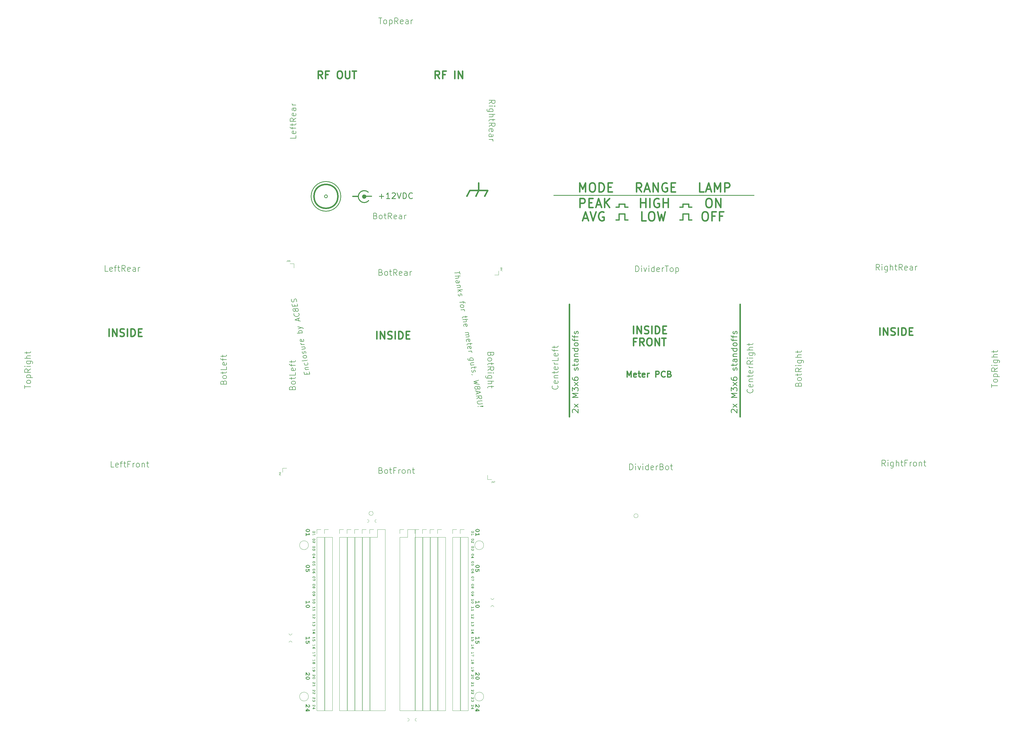
<source format=gbr>
%TF.GenerationSoftware,KiCad,Pcbnew,7.0.5-0*%
%TF.CreationDate,2024-04-21T20:32:48-04:00*%
%TF.ProjectId,swr_meter,7377725f-6d65-4746-9572-2e6b69636164,rev?*%
%TF.SameCoordinates,Original*%
%TF.FileFunction,Legend,Top*%
%TF.FilePolarity,Positive*%
%FSLAX46Y46*%
G04 Gerber Fmt 4.6, Leading zero omitted, Abs format (unit mm)*
G04 Created by KiCad (PCBNEW 7.0.5-0) date 2024-04-21 20:32:48*
%MOMM*%
%LPD*%
G01*
G04 APERTURE LIST*
%ADD10C,0.400000*%
%ADD11C,0.500000*%
%ADD12C,0.250000*%
%ADD13C,0.200000*%
%ADD14C,0.100000*%
%ADD15C,0.120000*%
%ADD16C,0.300000*%
%ADD17C,0.750000*%
G04 APERTURE END LIST*
D10*
X254000000Y-86500000D02*
X255000000Y-86500000D01*
X275500000Y-88750000D02*
X275500000Y-90750000D01*
X275500000Y-86500000D02*
X276500000Y-86500000D01*
X254000000Y-85500000D02*
X254000000Y-86500000D01*
X251000000Y-86500000D02*
X252000000Y-86500000D01*
D11*
X235300000Y-119200000D02*
X235300000Y-157200000D01*
D10*
X254000000Y-88750000D02*
X254000000Y-90750000D01*
D11*
X157362886Y-82871332D02*
G75*
G03*
X157362886Y-82871332I-4025000J0D01*
G01*
D10*
X254000000Y-90750000D02*
X255000000Y-90750000D01*
X272500000Y-90750000D02*
X273500000Y-90750000D01*
D12*
X153837886Y-82871332D02*
G75*
G03*
X153837886Y-82871332I-500000J0D01*
G01*
D10*
X252000000Y-88750000D02*
X254000000Y-88750000D01*
X252000000Y-90750000D02*
X252000000Y-88750000D01*
X275500000Y-85500000D02*
X275500000Y-86500000D01*
X273500000Y-88750000D02*
X275500000Y-88750000D01*
X272500000Y-86500000D02*
X273500000Y-86500000D01*
X252000000Y-86500000D02*
X252000000Y-85500000D01*
X273500000Y-86500000D02*
X273500000Y-85500000D01*
D11*
X292800000Y-119200000D02*
X292800000Y-157200000D01*
D10*
X273500000Y-90750000D02*
X273500000Y-88750000D01*
X273500000Y-85500000D02*
X275500000Y-85500000D01*
X275500000Y-90750000D02*
X276500000Y-90750000D01*
D12*
X158337886Y-82871332D02*
G75*
G03*
X158337886Y-82871332I-5000000J0D01*
G01*
D10*
X251000000Y-90750000D02*
X252000000Y-90750000D01*
D12*
X297500000Y-82500000D02*
X230000000Y-82500000D01*
D10*
X252000000Y-85500000D02*
X254000000Y-85500000D01*
D13*
X377494838Y-147238095D02*
X377494838Y-146095238D01*
X379494838Y-146666667D02*
X377494838Y-146666667D01*
X379494838Y-145142857D02*
X379399600Y-145333333D01*
X379399600Y-145333333D02*
X379304361Y-145428571D01*
X379304361Y-145428571D02*
X379113885Y-145523809D01*
X379113885Y-145523809D02*
X378542457Y-145523809D01*
X378542457Y-145523809D02*
X378351980Y-145428571D01*
X378351980Y-145428571D02*
X378256742Y-145333333D01*
X378256742Y-145333333D02*
X378161504Y-145142857D01*
X378161504Y-145142857D02*
X378161504Y-144857142D01*
X378161504Y-144857142D02*
X378256742Y-144666666D01*
X378256742Y-144666666D02*
X378351980Y-144571428D01*
X378351980Y-144571428D02*
X378542457Y-144476190D01*
X378542457Y-144476190D02*
X379113885Y-144476190D01*
X379113885Y-144476190D02*
X379304361Y-144571428D01*
X379304361Y-144571428D02*
X379399600Y-144666666D01*
X379399600Y-144666666D02*
X379494838Y-144857142D01*
X379494838Y-144857142D02*
X379494838Y-145142857D01*
X378161504Y-143619047D02*
X380161504Y-143619047D01*
X378256742Y-143619047D02*
X378161504Y-143428571D01*
X378161504Y-143428571D02*
X378161504Y-143047618D01*
X378161504Y-143047618D02*
X378256742Y-142857142D01*
X378256742Y-142857142D02*
X378351980Y-142761904D01*
X378351980Y-142761904D02*
X378542457Y-142666666D01*
X378542457Y-142666666D02*
X379113885Y-142666666D01*
X379113885Y-142666666D02*
X379304361Y-142761904D01*
X379304361Y-142761904D02*
X379399600Y-142857142D01*
X379399600Y-142857142D02*
X379494838Y-143047618D01*
X379494838Y-143047618D02*
X379494838Y-143428571D01*
X379494838Y-143428571D02*
X379399600Y-143619047D01*
X379494838Y-140666666D02*
X378542457Y-141333333D01*
X379494838Y-141809523D02*
X377494838Y-141809523D01*
X377494838Y-141809523D02*
X377494838Y-141047618D01*
X377494838Y-141047618D02*
X377590076Y-140857142D01*
X377590076Y-140857142D02*
X377685314Y-140761904D01*
X377685314Y-140761904D02*
X377875790Y-140666666D01*
X377875790Y-140666666D02*
X378161504Y-140666666D01*
X378161504Y-140666666D02*
X378351980Y-140761904D01*
X378351980Y-140761904D02*
X378447219Y-140857142D01*
X378447219Y-140857142D02*
X378542457Y-141047618D01*
X378542457Y-141047618D02*
X378542457Y-141809523D01*
X379494838Y-139809523D02*
X378161504Y-139809523D01*
X377494838Y-139809523D02*
X377590076Y-139904761D01*
X377590076Y-139904761D02*
X377685314Y-139809523D01*
X377685314Y-139809523D02*
X377590076Y-139714285D01*
X377590076Y-139714285D02*
X377494838Y-139809523D01*
X377494838Y-139809523D02*
X377685314Y-139809523D01*
X378161504Y-137999999D02*
X379780552Y-137999999D01*
X379780552Y-137999999D02*
X379971028Y-138095237D01*
X379971028Y-138095237D02*
X380066266Y-138190475D01*
X380066266Y-138190475D02*
X380161504Y-138380952D01*
X380161504Y-138380952D02*
X380161504Y-138666666D01*
X380161504Y-138666666D02*
X380066266Y-138857142D01*
X379399600Y-137999999D02*
X379494838Y-138190475D01*
X379494838Y-138190475D02*
X379494838Y-138571428D01*
X379494838Y-138571428D02*
X379399600Y-138761904D01*
X379399600Y-138761904D02*
X379304361Y-138857142D01*
X379304361Y-138857142D02*
X379113885Y-138952380D01*
X379113885Y-138952380D02*
X378542457Y-138952380D01*
X378542457Y-138952380D02*
X378351980Y-138857142D01*
X378351980Y-138857142D02*
X378256742Y-138761904D01*
X378256742Y-138761904D02*
X378161504Y-138571428D01*
X378161504Y-138571428D02*
X378161504Y-138190475D01*
X378161504Y-138190475D02*
X378256742Y-137999999D01*
X379494838Y-137047618D02*
X377494838Y-137047618D01*
X379494838Y-136190475D02*
X378447219Y-136190475D01*
X378447219Y-136190475D02*
X378256742Y-136285713D01*
X378256742Y-136285713D02*
X378161504Y-136476189D01*
X378161504Y-136476189D02*
X378161504Y-136761904D01*
X378161504Y-136761904D02*
X378256742Y-136952380D01*
X378256742Y-136952380D02*
X378351980Y-137047618D01*
X378161504Y-135523808D02*
X378161504Y-134761904D01*
X377494838Y-135238094D02*
X379209123Y-135238094D01*
X379209123Y-135238094D02*
X379399600Y-135142856D01*
X379399600Y-135142856D02*
X379494838Y-134952380D01*
X379494838Y-134952380D02*
X379494838Y-134761904D01*
X296954361Y-147849374D02*
X297049600Y-147944612D01*
X297049600Y-147944612D02*
X297144838Y-148230326D01*
X297144838Y-148230326D02*
X297144838Y-148420802D01*
X297144838Y-148420802D02*
X297049600Y-148706517D01*
X297049600Y-148706517D02*
X296859123Y-148896993D01*
X296859123Y-148896993D02*
X296668647Y-148992231D01*
X296668647Y-148992231D02*
X296287695Y-149087469D01*
X296287695Y-149087469D02*
X296001980Y-149087469D01*
X296001980Y-149087469D02*
X295621028Y-148992231D01*
X295621028Y-148992231D02*
X295430552Y-148896993D01*
X295430552Y-148896993D02*
X295240076Y-148706517D01*
X295240076Y-148706517D02*
X295144838Y-148420802D01*
X295144838Y-148420802D02*
X295144838Y-148230326D01*
X295144838Y-148230326D02*
X295240076Y-147944612D01*
X295240076Y-147944612D02*
X295335314Y-147849374D01*
X297049600Y-146230326D02*
X297144838Y-146420802D01*
X297144838Y-146420802D02*
X297144838Y-146801755D01*
X297144838Y-146801755D02*
X297049600Y-146992231D01*
X297049600Y-146992231D02*
X296859123Y-147087469D01*
X296859123Y-147087469D02*
X296097219Y-147087469D01*
X296097219Y-147087469D02*
X295906742Y-146992231D01*
X295906742Y-146992231D02*
X295811504Y-146801755D01*
X295811504Y-146801755D02*
X295811504Y-146420802D01*
X295811504Y-146420802D02*
X295906742Y-146230326D01*
X295906742Y-146230326D02*
X296097219Y-146135088D01*
X296097219Y-146135088D02*
X296287695Y-146135088D01*
X296287695Y-146135088D02*
X296478171Y-147087469D01*
X295811504Y-145277945D02*
X297144838Y-145277945D01*
X296001980Y-145277945D02*
X295906742Y-145182707D01*
X295906742Y-145182707D02*
X295811504Y-144992231D01*
X295811504Y-144992231D02*
X295811504Y-144706516D01*
X295811504Y-144706516D02*
X295906742Y-144516040D01*
X295906742Y-144516040D02*
X296097219Y-144420802D01*
X296097219Y-144420802D02*
X297144838Y-144420802D01*
X295811504Y-143754135D02*
X295811504Y-142992231D01*
X295144838Y-143468421D02*
X296859123Y-143468421D01*
X296859123Y-143468421D02*
X297049600Y-143373183D01*
X297049600Y-143373183D02*
X297144838Y-143182707D01*
X297144838Y-143182707D02*
X297144838Y-142992231D01*
X297049600Y-141563659D02*
X297144838Y-141754135D01*
X297144838Y-141754135D02*
X297144838Y-142135088D01*
X297144838Y-142135088D02*
X297049600Y-142325564D01*
X297049600Y-142325564D02*
X296859123Y-142420802D01*
X296859123Y-142420802D02*
X296097219Y-142420802D01*
X296097219Y-142420802D02*
X295906742Y-142325564D01*
X295906742Y-142325564D02*
X295811504Y-142135088D01*
X295811504Y-142135088D02*
X295811504Y-141754135D01*
X295811504Y-141754135D02*
X295906742Y-141563659D01*
X295906742Y-141563659D02*
X296097219Y-141468421D01*
X296097219Y-141468421D02*
X296287695Y-141468421D01*
X296287695Y-141468421D02*
X296478171Y-142420802D01*
X297144838Y-140611278D02*
X295811504Y-140611278D01*
X296192457Y-140611278D02*
X296001980Y-140516040D01*
X296001980Y-140516040D02*
X295906742Y-140420802D01*
X295906742Y-140420802D02*
X295811504Y-140230326D01*
X295811504Y-140230326D02*
X295811504Y-140039849D01*
X297144838Y-138230326D02*
X296192457Y-138896993D01*
X297144838Y-139373183D02*
X295144838Y-139373183D01*
X295144838Y-139373183D02*
X295144838Y-138611278D01*
X295144838Y-138611278D02*
X295240076Y-138420802D01*
X295240076Y-138420802D02*
X295335314Y-138325564D01*
X295335314Y-138325564D02*
X295525790Y-138230326D01*
X295525790Y-138230326D02*
X295811504Y-138230326D01*
X295811504Y-138230326D02*
X296001980Y-138325564D01*
X296001980Y-138325564D02*
X296097219Y-138420802D01*
X296097219Y-138420802D02*
X296192457Y-138611278D01*
X296192457Y-138611278D02*
X296192457Y-139373183D01*
X297144838Y-137373183D02*
X295811504Y-137373183D01*
X295144838Y-137373183D02*
X295240076Y-137468421D01*
X295240076Y-137468421D02*
X295335314Y-137373183D01*
X295335314Y-137373183D02*
X295240076Y-137277945D01*
X295240076Y-137277945D02*
X295144838Y-137373183D01*
X295144838Y-137373183D02*
X295335314Y-137373183D01*
X295811504Y-135563659D02*
X297430552Y-135563659D01*
X297430552Y-135563659D02*
X297621028Y-135658897D01*
X297621028Y-135658897D02*
X297716266Y-135754135D01*
X297716266Y-135754135D02*
X297811504Y-135944612D01*
X297811504Y-135944612D02*
X297811504Y-136230326D01*
X297811504Y-136230326D02*
X297716266Y-136420802D01*
X297049600Y-135563659D02*
X297144838Y-135754135D01*
X297144838Y-135754135D02*
X297144838Y-136135088D01*
X297144838Y-136135088D02*
X297049600Y-136325564D01*
X297049600Y-136325564D02*
X296954361Y-136420802D01*
X296954361Y-136420802D02*
X296763885Y-136516040D01*
X296763885Y-136516040D02*
X296192457Y-136516040D01*
X296192457Y-136516040D02*
X296001980Y-136420802D01*
X296001980Y-136420802D02*
X295906742Y-136325564D01*
X295906742Y-136325564D02*
X295811504Y-136135088D01*
X295811504Y-136135088D02*
X295811504Y-135754135D01*
X295811504Y-135754135D02*
X295906742Y-135563659D01*
X297144838Y-134611278D02*
X295144838Y-134611278D01*
X297144838Y-133754135D02*
X296097219Y-133754135D01*
X296097219Y-133754135D02*
X295906742Y-133849373D01*
X295906742Y-133849373D02*
X295811504Y-134039849D01*
X295811504Y-134039849D02*
X295811504Y-134325564D01*
X295811504Y-134325564D02*
X295906742Y-134516040D01*
X295906742Y-134516040D02*
X296001980Y-134611278D01*
X295811504Y-133087468D02*
X295811504Y-132325564D01*
X295144838Y-132801754D02*
X296859123Y-132801754D01*
X296859123Y-132801754D02*
X297049600Y-132706516D01*
X297049600Y-132706516D02*
X297144838Y-132516040D01*
X297144838Y-132516040D02*
X297144838Y-132325564D01*
D11*
X238900374Y-86606857D02*
X238900374Y-83606857D01*
X238900374Y-83606857D02*
X240043231Y-83606857D01*
X240043231Y-83606857D02*
X240328946Y-83749714D01*
X240328946Y-83749714D02*
X240471803Y-83892571D01*
X240471803Y-83892571D02*
X240614660Y-84178285D01*
X240614660Y-84178285D02*
X240614660Y-84606857D01*
X240614660Y-84606857D02*
X240471803Y-84892571D01*
X240471803Y-84892571D02*
X240328946Y-85035428D01*
X240328946Y-85035428D02*
X240043231Y-85178285D01*
X240043231Y-85178285D02*
X238900374Y-85178285D01*
X241900374Y-85035428D02*
X242900374Y-85035428D01*
X243328946Y-86606857D02*
X241900374Y-86606857D01*
X241900374Y-86606857D02*
X241900374Y-83606857D01*
X241900374Y-83606857D02*
X243328946Y-83606857D01*
X244471803Y-85749714D02*
X245900375Y-85749714D01*
X244186089Y-86606857D02*
X245186089Y-83606857D01*
X245186089Y-83606857D02*
X246186089Y-86606857D01*
X247186089Y-86606857D02*
X247186089Y-83606857D01*
X248900375Y-86606857D02*
X247614661Y-84892571D01*
X248900375Y-83606857D02*
X247186089Y-85321142D01*
X259328945Y-86606857D02*
X259328945Y-83606857D01*
X259328945Y-85035428D02*
X261043231Y-85035428D01*
X261043231Y-86606857D02*
X261043231Y-83606857D01*
X262471802Y-86606857D02*
X262471802Y-83606857D01*
X265471802Y-83749714D02*
X265186088Y-83606857D01*
X265186088Y-83606857D02*
X264757516Y-83606857D01*
X264757516Y-83606857D02*
X264328945Y-83749714D01*
X264328945Y-83749714D02*
X264043230Y-84035428D01*
X264043230Y-84035428D02*
X263900373Y-84321142D01*
X263900373Y-84321142D02*
X263757516Y-84892571D01*
X263757516Y-84892571D02*
X263757516Y-85321142D01*
X263757516Y-85321142D02*
X263900373Y-85892571D01*
X263900373Y-85892571D02*
X264043230Y-86178285D01*
X264043230Y-86178285D02*
X264328945Y-86464000D01*
X264328945Y-86464000D02*
X264757516Y-86606857D01*
X264757516Y-86606857D02*
X265043230Y-86606857D01*
X265043230Y-86606857D02*
X265471802Y-86464000D01*
X265471802Y-86464000D02*
X265614659Y-86321142D01*
X265614659Y-86321142D02*
X265614659Y-85321142D01*
X265614659Y-85321142D02*
X265043230Y-85321142D01*
X266900373Y-86606857D02*
X266900373Y-83606857D01*
X266900373Y-85035428D02*
X268614659Y-85035428D01*
X268614659Y-86606857D02*
X268614659Y-83606857D01*
X282043229Y-83606857D02*
X282614657Y-83606857D01*
X282614657Y-83606857D02*
X282900372Y-83749714D01*
X282900372Y-83749714D02*
X283186086Y-84035428D01*
X283186086Y-84035428D02*
X283328943Y-84606857D01*
X283328943Y-84606857D02*
X283328943Y-85606857D01*
X283328943Y-85606857D02*
X283186086Y-86178285D01*
X283186086Y-86178285D02*
X282900372Y-86464000D01*
X282900372Y-86464000D02*
X282614657Y-86606857D01*
X282614657Y-86606857D02*
X282043229Y-86606857D01*
X282043229Y-86606857D02*
X281757515Y-86464000D01*
X281757515Y-86464000D02*
X281471800Y-86178285D01*
X281471800Y-86178285D02*
X281328943Y-85606857D01*
X281328943Y-85606857D02*
X281328943Y-84606857D01*
X281328943Y-84606857D02*
X281471800Y-84035428D01*
X281471800Y-84035428D02*
X281757515Y-83749714D01*
X281757515Y-83749714D02*
X282043229Y-83606857D01*
X284614657Y-86606857D02*
X284614657Y-83606857D01*
X284614657Y-83606857D02*
X286328943Y-86606857D01*
X286328943Y-86606857D02*
X286328943Y-83606857D01*
D13*
G36*
X149376361Y-195665993D02*
G01*
X149392737Y-195666927D01*
X149409032Y-195668483D01*
X149425245Y-195670662D01*
X149441378Y-195673463D01*
X149457430Y-195676887D01*
X149473401Y-195680933D01*
X149489291Y-195685601D01*
X149505100Y-195690893D01*
X149520828Y-195696806D01*
X149536475Y-195703343D01*
X149552042Y-195710501D01*
X149567527Y-195718282D01*
X149582931Y-195726686D01*
X149598255Y-195735712D01*
X149613497Y-195745361D01*
X149628254Y-195755622D01*
X149642059Y-195766422D01*
X149654911Y-195777762D01*
X149666812Y-195789641D01*
X149677760Y-195802060D01*
X149687757Y-195815019D01*
X149696801Y-195828517D01*
X149704894Y-195842555D01*
X149712034Y-195857133D01*
X149718223Y-195872250D01*
X149723459Y-195887907D01*
X149727743Y-195904103D01*
X149731075Y-195920839D01*
X149733455Y-195938115D01*
X149734884Y-195955930D01*
X149735360Y-195974285D01*
X149735220Y-195984852D01*
X149734801Y-195995215D01*
X149734102Y-196005373D01*
X149733124Y-196015327D01*
X149731133Y-196029875D01*
X149728513Y-196043964D01*
X149725264Y-196057593D01*
X149721387Y-196070762D01*
X149716881Y-196083472D01*
X149711746Y-196095722D01*
X149705983Y-196107512D01*
X149699590Y-196118842D01*
X149692344Y-196129940D01*
X149684017Y-196140937D01*
X149674611Y-196151835D01*
X149667741Y-196159045D01*
X149660390Y-196166210D01*
X149652560Y-196173331D01*
X149644250Y-196180408D01*
X149635459Y-196187441D01*
X149626189Y-196194429D01*
X149616440Y-196201372D01*
X149606210Y-196208272D01*
X149595500Y-196215127D01*
X149584311Y-196221938D01*
X149572641Y-196228704D01*
X149566627Y-196232071D01*
X149554429Y-196238583D01*
X149542136Y-196244675D01*
X149529745Y-196250347D01*
X149517259Y-196255599D01*
X149504676Y-196260430D01*
X149491997Y-196264842D01*
X149479221Y-196268833D01*
X149466349Y-196272404D01*
X149453381Y-196275555D01*
X149440316Y-196278286D01*
X149427155Y-196280597D01*
X149413898Y-196282487D01*
X149400544Y-196283958D01*
X149387094Y-196285008D01*
X149373547Y-196285638D01*
X149359905Y-196285848D01*
X149210907Y-196285848D01*
X149194361Y-196285535D01*
X149177905Y-196284596D01*
X149161537Y-196283030D01*
X149145258Y-196280838D01*
X149129067Y-196278019D01*
X149112965Y-196274574D01*
X149096952Y-196270503D01*
X149081027Y-196265805D01*
X149065191Y-196260481D01*
X149049443Y-196254531D01*
X149033785Y-196247954D01*
X149018215Y-196240751D01*
X149002733Y-196232922D01*
X148987340Y-196224466D01*
X148972036Y-196215384D01*
X148956821Y-196205676D01*
X148942124Y-196195385D01*
X148928375Y-196184557D01*
X148915574Y-196173191D01*
X148903722Y-196161288D01*
X148892818Y-196148847D01*
X148882861Y-196135868D01*
X148873854Y-196122351D01*
X148865794Y-196108297D01*
X148858682Y-196093705D01*
X148852519Y-196078575D01*
X148847304Y-196062908D01*
X148843037Y-196046702D01*
X148839719Y-196029960D01*
X148837348Y-196012679D01*
X148835926Y-195994861D01*
X148835452Y-195976505D01*
X148977542Y-195976505D01*
X148977976Y-195988283D01*
X148979277Y-195999658D01*
X148981445Y-196010629D01*
X148984480Y-196021198D01*
X148988383Y-196031362D01*
X148993153Y-196041124D01*
X148998790Y-196050482D01*
X149005294Y-196059438D01*
X149012666Y-196067989D01*
X149020905Y-196076138D01*
X149026879Y-196081346D01*
X149036362Y-196088814D01*
X149046125Y-196095801D01*
X149056167Y-196102305D01*
X149066488Y-196108328D01*
X149077089Y-196113868D01*
X149087969Y-196118927D01*
X149099128Y-196123504D01*
X149110567Y-196127600D01*
X149122286Y-196131213D01*
X149134284Y-196134345D01*
X149146561Y-196136995D01*
X149159118Y-196139163D01*
X149171954Y-196140850D01*
X149185070Y-196142054D01*
X149198465Y-196142777D01*
X149212140Y-196143018D01*
X149358671Y-196143018D01*
X149372132Y-196142765D01*
X149385379Y-196142008D01*
X149398412Y-196140745D01*
X149411230Y-196138978D01*
X149423836Y-196136706D01*
X149436227Y-196133929D01*
X149448404Y-196130647D01*
X149460367Y-196126860D01*
X149472116Y-196122568D01*
X149483652Y-196117771D01*
X149494973Y-196112469D01*
X149506081Y-196106662D01*
X149516975Y-196100351D01*
X149527654Y-196093534D01*
X149538120Y-196086213D01*
X149548372Y-196078386D01*
X149556396Y-196071232D01*
X149563630Y-196063553D01*
X149570075Y-196055350D01*
X149575731Y-196046622D01*
X149580598Y-196037369D01*
X149584675Y-196027591D01*
X149587964Y-196017289D01*
X149590463Y-196006462D01*
X149592173Y-195995110D01*
X149593093Y-195983234D01*
X149593269Y-195975025D01*
X149592835Y-195963115D01*
X149591534Y-195951621D01*
X149589366Y-195940543D01*
X149586331Y-195929882D01*
X149582428Y-195919636D01*
X149577658Y-195909808D01*
X149572021Y-195900395D01*
X149565517Y-195891399D01*
X149558145Y-195882819D01*
X149549906Y-195874655D01*
X149543932Y-195869444D01*
X149534449Y-195861976D01*
X149524686Y-195854989D01*
X149514645Y-195848485D01*
X149504323Y-195842462D01*
X149493723Y-195836922D01*
X149482842Y-195831863D01*
X149471683Y-195827286D01*
X149460244Y-195823190D01*
X149448525Y-195819577D01*
X149436527Y-195816445D01*
X149424250Y-195813795D01*
X149411693Y-195811627D01*
X149398857Y-195809940D01*
X149385741Y-195808736D01*
X149372346Y-195808013D01*
X149358671Y-195807772D01*
X149212140Y-195807772D01*
X149198622Y-195808027D01*
X149185325Y-195808790D01*
X149172249Y-195810062D01*
X149159396Y-195811843D01*
X149146764Y-195814132D01*
X149134353Y-195816931D01*
X149122164Y-195820238D01*
X149110197Y-195824054D01*
X149098452Y-195828378D01*
X149086928Y-195833212D01*
X149075626Y-195838554D01*
X149064545Y-195844405D01*
X149053686Y-195850765D01*
X149043049Y-195857634D01*
X149032633Y-195865011D01*
X149022439Y-195872897D01*
X149014416Y-195879970D01*
X149007181Y-195887589D01*
X149000736Y-195895754D01*
X148995080Y-195904465D01*
X148990213Y-195913723D01*
X148986136Y-195923527D01*
X148982848Y-195933878D01*
X148980348Y-195944775D01*
X148978638Y-195956219D01*
X148977718Y-195968208D01*
X148977542Y-195976505D01*
X148835452Y-195976505D01*
X148835592Y-195965848D01*
X148836014Y-195955398D01*
X148836718Y-195945157D01*
X148837703Y-195935124D01*
X148838969Y-195925299D01*
X148841396Y-195910951D01*
X148844456Y-195897072D01*
X148848149Y-195883662D01*
X148852475Y-195870719D01*
X148857434Y-195858246D01*
X148863026Y-195846240D01*
X148869252Y-195834702D01*
X148871468Y-195830961D01*
X148878802Y-195819914D01*
X148887208Y-195808976D01*
X148896685Y-195798146D01*
X148903598Y-195790986D01*
X148910987Y-195783875D01*
X148918852Y-195776812D01*
X148927193Y-195769797D01*
X148936010Y-195762830D01*
X148945303Y-195755911D01*
X148955073Y-195749040D01*
X148965318Y-195742218D01*
X148976039Y-195735444D01*
X148987236Y-195728718D01*
X148998909Y-195722040D01*
X149004924Y-195718719D01*
X149017119Y-195712296D01*
X149029404Y-195706288D01*
X149041780Y-195700695D01*
X149054246Y-195695515D01*
X149066803Y-195690750D01*
X149079450Y-195686399D01*
X149092188Y-195682463D01*
X149105017Y-195678941D01*
X149117936Y-195675833D01*
X149130946Y-195673140D01*
X149144046Y-195670861D01*
X149157237Y-195668996D01*
X149170519Y-195667546D01*
X149183891Y-195666510D01*
X149197353Y-195665889D01*
X149210907Y-195665682D01*
X149359905Y-195665682D01*
X149376361Y-195665993D01*
G37*
G36*
X149735360Y-196896394D02*
G01*
X148993330Y-196896394D01*
X148993330Y-197039965D01*
X148993022Y-197052388D01*
X148992097Y-197063878D01*
X148990555Y-197074436D01*
X148987761Y-197086321D01*
X148984002Y-197096748D01*
X148979281Y-197105718D01*
X148973595Y-197113231D01*
X148965854Y-197120692D01*
X148957245Y-197126610D01*
X148947769Y-197130984D01*
X148937425Y-197133814D01*
X148926214Y-197135100D01*
X148922285Y-197135186D01*
X148910776Y-197134414D01*
X148900118Y-197132098D01*
X148890309Y-197128239D01*
X148881351Y-197122836D01*
X148873242Y-197115889D01*
X148870728Y-197113231D01*
X148864105Y-197104041D01*
X148859632Y-197094779D01*
X148856112Y-197084060D01*
X148853542Y-197071884D01*
X148852172Y-197061093D01*
X148851411Y-197049370D01*
X148851240Y-197039965D01*
X148851240Y-196610486D01*
X148851544Y-196598117D01*
X148852458Y-196586666D01*
X148853980Y-196576131D01*
X148856740Y-196564254D01*
X148860451Y-196553809D01*
X148865113Y-196544798D01*
X148870728Y-196537221D01*
X148878553Y-196529843D01*
X148887229Y-196523992D01*
X148896754Y-196519668D01*
X148907129Y-196516869D01*
X148918354Y-196515597D01*
X148922285Y-196515512D01*
X148933785Y-196516276D01*
X148944417Y-196518565D01*
X148954182Y-196522381D01*
X148963080Y-196527723D01*
X148971111Y-196534592D01*
X148973595Y-196537221D01*
X148980302Y-196546486D01*
X148984831Y-196555784D01*
X148988397Y-196566515D01*
X148990998Y-196578679D01*
X148992386Y-196589443D01*
X148993157Y-196601124D01*
X148993330Y-196610486D01*
X148993330Y-196754304D01*
X149541958Y-196754304D01*
X149507176Y-196627261D01*
X149504241Y-196616328D01*
X149501914Y-196606470D01*
X149499967Y-196596328D01*
X149498752Y-196586530D01*
X149498542Y-196581377D01*
X149499331Y-196571462D01*
X149502247Y-196560551D01*
X149507311Y-196550349D01*
X149513361Y-196542168D01*
X149520990Y-196534507D01*
X149529764Y-196527800D01*
X149539249Y-196522481D01*
X149549445Y-196518550D01*
X149560352Y-196516006D01*
X149571970Y-196514849D01*
X149576001Y-196514772D01*
X149586659Y-196515284D01*
X149596433Y-196516819D01*
X149606718Y-196519903D01*
X149615799Y-196524381D01*
X149622624Y-196529327D01*
X149629882Y-196537229D01*
X149635803Y-196546445D01*
X149640524Y-196555847D01*
X149645053Y-196566816D01*
X149648538Y-196576718D01*
X149651899Y-196587622D01*
X149652720Y-196590505D01*
X149735360Y-196896394D01*
G37*
G36*
X149376361Y-198211785D02*
G01*
X149392737Y-198212719D01*
X149409032Y-198214275D01*
X149425245Y-198216454D01*
X149441378Y-198219255D01*
X149457430Y-198222679D01*
X149473401Y-198226725D01*
X149489291Y-198231394D01*
X149505100Y-198236685D01*
X149520828Y-198242598D01*
X149536475Y-198249135D01*
X149552042Y-198256293D01*
X149567527Y-198264074D01*
X149582931Y-198272478D01*
X149598255Y-198281504D01*
X149613497Y-198291153D01*
X149628254Y-198301414D01*
X149642059Y-198312214D01*
X149654911Y-198323554D01*
X149666812Y-198335433D01*
X149677760Y-198347852D01*
X149687757Y-198360811D01*
X149696801Y-198374309D01*
X149704894Y-198388347D01*
X149712034Y-198402925D01*
X149718223Y-198418042D01*
X149723459Y-198433699D01*
X149727743Y-198449895D01*
X149731075Y-198466631D01*
X149733455Y-198483907D01*
X149734884Y-198501722D01*
X149735360Y-198520077D01*
X149735220Y-198530644D01*
X149734801Y-198541007D01*
X149734102Y-198551165D01*
X149733124Y-198561119D01*
X149731133Y-198575667D01*
X149728513Y-198589756D01*
X149725264Y-198603385D01*
X149721387Y-198616554D01*
X149716881Y-198629264D01*
X149711746Y-198641514D01*
X149705983Y-198653304D01*
X149699590Y-198664635D01*
X149692344Y-198675732D01*
X149684017Y-198686729D01*
X149674611Y-198697627D01*
X149667741Y-198704837D01*
X149660390Y-198712002D01*
X149652560Y-198719123D01*
X149644250Y-198726200D01*
X149635459Y-198733233D01*
X149626189Y-198740221D01*
X149616440Y-198747164D01*
X149606210Y-198754064D01*
X149595500Y-198760919D01*
X149584311Y-198767730D01*
X149572641Y-198774496D01*
X149566627Y-198777863D01*
X149554429Y-198784375D01*
X149542136Y-198790467D01*
X149529745Y-198796139D01*
X149517259Y-198801391D01*
X149504676Y-198806222D01*
X149491997Y-198810634D01*
X149479221Y-198814625D01*
X149466349Y-198818196D01*
X149453381Y-198821347D01*
X149440316Y-198824078D01*
X149427155Y-198826389D01*
X149413898Y-198828279D01*
X149400544Y-198829750D01*
X149387094Y-198830800D01*
X149373547Y-198831430D01*
X149359905Y-198831640D01*
X149210907Y-198831640D01*
X149194361Y-198831327D01*
X149177905Y-198830388D01*
X149161537Y-198828822D01*
X149145258Y-198826630D01*
X149129067Y-198823811D01*
X149112965Y-198820366D01*
X149096952Y-198816295D01*
X149081027Y-198811597D01*
X149065191Y-198806273D01*
X149049443Y-198800323D01*
X149033785Y-198793746D01*
X149018215Y-198786543D01*
X149002733Y-198778714D01*
X148987340Y-198770258D01*
X148972036Y-198761176D01*
X148956821Y-198751468D01*
X148942124Y-198741177D01*
X148928375Y-198730349D01*
X148915574Y-198718983D01*
X148903722Y-198707080D01*
X148892818Y-198694639D01*
X148882861Y-198681660D01*
X148873854Y-198668143D01*
X148865794Y-198654089D01*
X148858682Y-198639497D01*
X148852519Y-198624367D01*
X148847304Y-198608700D01*
X148843037Y-198592495D01*
X148839719Y-198575752D01*
X148837348Y-198558471D01*
X148835926Y-198540653D01*
X148835452Y-198522297D01*
X148977542Y-198522297D01*
X148977976Y-198534075D01*
X148979277Y-198545450D01*
X148981445Y-198556421D01*
X148984480Y-198566990D01*
X148988383Y-198577154D01*
X148993153Y-198586916D01*
X148998790Y-198596275D01*
X149005294Y-198605230D01*
X149012666Y-198613781D01*
X149020905Y-198621930D01*
X149026879Y-198627138D01*
X149036362Y-198634606D01*
X149046125Y-198641593D01*
X149056167Y-198648097D01*
X149066488Y-198654120D01*
X149077089Y-198659660D01*
X149087969Y-198664719D01*
X149099128Y-198669296D01*
X149110567Y-198673392D01*
X149122286Y-198677005D01*
X149134284Y-198680137D01*
X149146561Y-198682787D01*
X149159118Y-198684955D01*
X149171954Y-198686642D01*
X149185070Y-198687846D01*
X149198465Y-198688569D01*
X149212140Y-198688810D01*
X149358671Y-198688810D01*
X149372132Y-198688557D01*
X149385379Y-198687800D01*
X149398412Y-198686537D01*
X149411230Y-198684770D01*
X149423836Y-198682498D01*
X149436227Y-198679721D01*
X149448404Y-198676439D01*
X149460367Y-198672652D01*
X149472116Y-198668360D01*
X149483652Y-198663563D01*
X149494973Y-198658261D01*
X149506081Y-198652454D01*
X149516975Y-198646143D01*
X149527654Y-198639326D01*
X149538120Y-198632005D01*
X149548372Y-198624178D01*
X149556396Y-198617024D01*
X149563630Y-198609345D01*
X149570075Y-198601142D01*
X149575731Y-198592414D01*
X149580598Y-198583161D01*
X149584675Y-198573383D01*
X149587964Y-198563081D01*
X149590463Y-198552254D01*
X149592173Y-198540902D01*
X149593093Y-198529026D01*
X149593269Y-198520817D01*
X149592835Y-198508907D01*
X149591534Y-198497413D01*
X149589366Y-198486335D01*
X149586331Y-198475674D01*
X149582428Y-198465428D01*
X149577658Y-198455600D01*
X149572021Y-198446187D01*
X149565517Y-198437191D01*
X149558145Y-198428611D01*
X149549906Y-198420447D01*
X149543932Y-198415236D01*
X149534449Y-198407768D01*
X149524686Y-198400782D01*
X149514645Y-198394277D01*
X149504323Y-198388255D01*
X149493723Y-198382714D01*
X149482842Y-198377655D01*
X149471683Y-198373078D01*
X149460244Y-198368982D01*
X149448525Y-198365369D01*
X149436527Y-198362237D01*
X149424250Y-198359587D01*
X149411693Y-198357419D01*
X149398857Y-198355733D01*
X149385741Y-198354528D01*
X149372346Y-198353805D01*
X149358671Y-198353564D01*
X149212140Y-198353564D01*
X149198622Y-198353819D01*
X149185325Y-198354582D01*
X149172249Y-198355854D01*
X149159396Y-198357635D01*
X149146764Y-198359924D01*
X149134353Y-198362723D01*
X149122164Y-198366030D01*
X149110197Y-198369846D01*
X149098452Y-198374170D01*
X149086928Y-198379004D01*
X149075626Y-198384346D01*
X149064545Y-198390197D01*
X149053686Y-198396557D01*
X149043049Y-198403426D01*
X149032633Y-198410803D01*
X149022439Y-198418689D01*
X149014416Y-198425762D01*
X149007181Y-198433381D01*
X149000736Y-198441546D01*
X148995080Y-198450257D01*
X148990213Y-198459515D01*
X148986136Y-198469320D01*
X148982848Y-198479670D01*
X148980348Y-198490567D01*
X148978638Y-198502011D01*
X148977718Y-198514000D01*
X148977542Y-198522297D01*
X148835452Y-198522297D01*
X148835592Y-198511640D01*
X148836014Y-198501190D01*
X148836718Y-198490949D01*
X148837703Y-198480916D01*
X148838969Y-198471091D01*
X148841396Y-198456743D01*
X148844456Y-198442864D01*
X148848149Y-198429454D01*
X148852475Y-198416512D01*
X148857434Y-198404038D01*
X148863026Y-198392032D01*
X148869252Y-198380495D01*
X148871468Y-198376753D01*
X148878802Y-198365706D01*
X148887208Y-198354768D01*
X148896685Y-198343938D01*
X148903598Y-198336778D01*
X148910987Y-198329667D01*
X148918852Y-198322604D01*
X148927193Y-198315589D01*
X148936010Y-198308622D01*
X148945303Y-198301703D01*
X148955073Y-198294832D01*
X148965318Y-198288010D01*
X148976039Y-198281236D01*
X148987236Y-198274510D01*
X148998909Y-198267832D01*
X149004924Y-198264511D01*
X149017119Y-198258089D01*
X149029404Y-198252080D01*
X149041780Y-198246487D01*
X149054246Y-198241307D01*
X149066803Y-198236542D01*
X149079450Y-198232191D01*
X149092188Y-198228255D01*
X149105017Y-198224733D01*
X149117936Y-198221625D01*
X149130946Y-198218932D01*
X149144046Y-198216653D01*
X149157237Y-198214789D01*
X149170519Y-198213338D01*
X149183891Y-198212302D01*
X149197353Y-198211681D01*
X149210907Y-198211474D01*
X149359905Y-198211474D01*
X149376361Y-198211785D01*
G37*
G36*
X148993330Y-199236944D02*
G01*
X148993330Y-199548508D01*
X148998696Y-199558025D01*
X149002951Y-199567333D01*
X149006512Y-199577930D01*
X149008563Y-199588243D01*
X149009118Y-199596858D01*
X149008364Y-199608592D01*
X149006100Y-199619372D01*
X149002327Y-199629198D01*
X148997046Y-199638070D01*
X148990255Y-199645988D01*
X148987656Y-199648415D01*
X148978542Y-199654954D01*
X148969316Y-199659370D01*
X148958609Y-199662846D01*
X148946421Y-199665383D01*
X148935603Y-199666736D01*
X148923837Y-199667488D01*
X148914391Y-199667657D01*
X148851240Y-199667657D01*
X148851240Y-199019615D01*
X149009118Y-199019615D01*
X149027352Y-199043338D01*
X149045176Y-199066468D01*
X149062588Y-199089002D01*
X149079589Y-199110942D01*
X149096179Y-199132288D01*
X149112359Y-199153039D01*
X149128127Y-199173195D01*
X149143484Y-199192757D01*
X149158431Y-199211724D01*
X149172966Y-199230097D01*
X149187091Y-199247875D01*
X149200804Y-199265059D01*
X149214107Y-199281648D01*
X149226998Y-199297642D01*
X149239479Y-199313042D01*
X149251548Y-199327848D01*
X149263207Y-199342059D01*
X149274454Y-199355675D01*
X149285291Y-199368697D01*
X149295716Y-199381124D01*
X149305731Y-199392957D01*
X149315334Y-199404195D01*
X149324527Y-199414839D01*
X149333309Y-199424888D01*
X149341679Y-199434342D01*
X149349639Y-199443202D01*
X149357188Y-199451468D01*
X149364326Y-199459138D01*
X149377368Y-199472696D01*
X149388767Y-199483876D01*
X149396822Y-199491062D01*
X149404799Y-199497541D01*
X149415314Y-199505081D01*
X149425690Y-199511363D01*
X149435928Y-199516390D01*
X149446027Y-199520159D01*
X149455987Y-199522672D01*
X149465808Y-199523929D01*
X149470666Y-199524086D01*
X149482577Y-199523377D01*
X149494132Y-199521249D01*
X149505333Y-199517703D01*
X149516180Y-199512739D01*
X149526671Y-199506356D01*
X149536809Y-199498554D01*
X149544179Y-199491772D01*
X149551350Y-199484192D01*
X149556019Y-199478696D01*
X149562676Y-199469919D01*
X149568678Y-199460608D01*
X149574026Y-199450764D01*
X149578718Y-199440386D01*
X149582756Y-199429476D01*
X149586139Y-199418032D01*
X149588867Y-199406054D01*
X149590941Y-199393543D01*
X149592359Y-199380499D01*
X149593123Y-199366921D01*
X149593269Y-199357573D01*
X149592868Y-199343507D01*
X149591664Y-199329891D01*
X149589659Y-199316726D01*
X149586851Y-199304012D01*
X149583241Y-199291749D01*
X149578829Y-199279937D01*
X149573615Y-199268576D01*
X149567598Y-199257666D01*
X149560779Y-199247207D01*
X149553158Y-199237199D01*
X149547632Y-199230777D01*
X149539428Y-199222782D01*
X149530080Y-199215292D01*
X149521777Y-199209664D01*
X149512742Y-199204361D01*
X149502975Y-199199381D01*
X149492476Y-199194725D01*
X149481244Y-199190392D01*
X149475353Y-199188347D01*
X149464674Y-199184479D01*
X149455210Y-199180091D01*
X149445702Y-199174314D01*
X149437847Y-199167828D01*
X149432430Y-199161705D01*
X149426818Y-199152701D01*
X149422809Y-199142711D01*
X149420404Y-199131733D01*
X149419615Y-199121318D01*
X149419602Y-199119769D01*
X149420340Y-199109131D01*
X149422551Y-199099047D01*
X149426237Y-199089519D01*
X149431397Y-199080546D01*
X149438031Y-199072128D01*
X149440571Y-199069445D01*
X149448778Y-199062235D01*
X149457488Y-199056517D01*
X149466701Y-199052291D01*
X149476417Y-199049556D01*
X149486636Y-199048313D01*
X149490154Y-199048230D01*
X149501032Y-199048831D01*
X149512572Y-199050635D01*
X149524775Y-199053642D01*
X149534363Y-199056686D01*
X149544323Y-199060406D01*
X149554656Y-199064803D01*
X149565363Y-199069877D01*
X149576442Y-199075627D01*
X149587894Y-199082053D01*
X149595736Y-199086713D01*
X149607399Y-199094239D01*
X149618617Y-199102384D01*
X149629387Y-199111150D01*
X149639711Y-199120536D01*
X149649588Y-199130542D01*
X149659019Y-199141168D01*
X149668003Y-199152414D01*
X149676541Y-199164280D01*
X149681984Y-199172535D01*
X149687229Y-199181066D01*
X149692275Y-199189873D01*
X149697123Y-199198955D01*
X149701753Y-199208256D01*
X149706085Y-199217657D01*
X149710118Y-199227158D01*
X149713852Y-199236759D01*
X149717287Y-199246461D01*
X149720424Y-199256263D01*
X149723261Y-199266165D01*
X149725800Y-199276167D01*
X149728041Y-199286270D01*
X149729983Y-199296473D01*
X149731626Y-199306776D01*
X149732970Y-199317179D01*
X149734015Y-199327682D01*
X149734762Y-199338286D01*
X149735210Y-199348990D01*
X149735360Y-199359794D01*
X149735045Y-199376410D01*
X149734103Y-199392649D01*
X149732532Y-199408510D01*
X149730333Y-199423993D01*
X149727506Y-199439099D01*
X149724051Y-199453827D01*
X149719967Y-199468177D01*
X149715255Y-199482150D01*
X149709914Y-199495744D01*
X149703946Y-199508961D01*
X149697349Y-199521800D01*
X149690124Y-199534262D01*
X149682270Y-199546346D01*
X149673788Y-199558052D01*
X149664678Y-199569380D01*
X149654940Y-199580330D01*
X149644786Y-199590756D01*
X149634365Y-199600508D01*
X149623679Y-199609588D01*
X149612726Y-199617996D01*
X149601508Y-199625731D01*
X149590023Y-199632793D01*
X149578273Y-199639183D01*
X149566257Y-199644900D01*
X149553975Y-199649945D01*
X149541426Y-199654317D01*
X149528612Y-199658016D01*
X149515532Y-199661043D01*
X149502186Y-199663397D01*
X149488574Y-199665078D01*
X149474696Y-199666087D01*
X149460552Y-199666423D01*
X149449712Y-199666207D01*
X149439024Y-199665556D01*
X149428488Y-199664472D01*
X149418103Y-199662954D01*
X149407870Y-199661003D01*
X149397789Y-199658618D01*
X149387860Y-199655800D01*
X149378082Y-199652547D01*
X149368456Y-199648862D01*
X149358982Y-199644742D01*
X149352751Y-199641755D01*
X149343178Y-199636525D01*
X149333055Y-199630085D01*
X149322382Y-199622435D01*
X149311157Y-199613575D01*
X149303368Y-199606996D01*
X149295335Y-199599880D01*
X149287056Y-199592226D01*
X149278533Y-199584034D01*
X149269765Y-199575305D01*
X149260752Y-199566038D01*
X149251495Y-199556233D01*
X149241993Y-199545891D01*
X149232246Y-199535011D01*
X149222254Y-199523593D01*
X149213873Y-199513829D01*
X149204701Y-199502979D01*
X149194739Y-199491042D01*
X149183987Y-199478018D01*
X149172445Y-199463906D01*
X149160113Y-199448708D01*
X149153650Y-199440702D01*
X149146990Y-199432423D01*
X149140133Y-199423873D01*
X149133077Y-199415051D01*
X149125825Y-199405958D01*
X149118375Y-199396592D01*
X149110727Y-199386955D01*
X149102882Y-199377046D01*
X149094839Y-199366866D01*
X149086598Y-199356413D01*
X149078161Y-199345689D01*
X149069525Y-199334693D01*
X149060692Y-199323426D01*
X149051662Y-199311887D01*
X149042434Y-199300076D01*
X149033008Y-199287993D01*
X149023385Y-199275638D01*
X149013564Y-199263012D01*
X149003546Y-199250114D01*
X148993330Y-199236944D01*
G37*
G36*
X149376361Y-200757577D02*
G01*
X149392737Y-200758511D01*
X149409032Y-200760067D01*
X149425245Y-200762246D01*
X149441378Y-200765047D01*
X149457430Y-200768471D01*
X149473401Y-200772517D01*
X149489291Y-200777186D01*
X149505100Y-200782477D01*
X149520828Y-200788390D01*
X149536475Y-200794927D01*
X149552042Y-200802085D01*
X149567527Y-200809867D01*
X149582931Y-200818270D01*
X149598255Y-200827296D01*
X149613497Y-200836945D01*
X149628254Y-200847206D01*
X149642059Y-200858006D01*
X149654911Y-200869346D01*
X149666812Y-200881225D01*
X149677760Y-200893644D01*
X149687757Y-200906603D01*
X149696801Y-200920101D01*
X149704894Y-200934139D01*
X149712034Y-200948717D01*
X149718223Y-200963834D01*
X149723459Y-200979491D01*
X149727743Y-200995687D01*
X149731075Y-201012423D01*
X149733455Y-201029699D01*
X149734884Y-201047514D01*
X149735360Y-201065869D01*
X149735220Y-201076436D01*
X149734801Y-201086799D01*
X149734102Y-201096957D01*
X149733124Y-201106911D01*
X149731133Y-201121459D01*
X149728513Y-201135548D01*
X149725264Y-201149177D01*
X149721387Y-201162346D01*
X149716881Y-201175056D01*
X149711746Y-201187306D01*
X149705983Y-201199096D01*
X149699590Y-201210427D01*
X149692344Y-201221524D01*
X149684017Y-201232521D01*
X149674611Y-201243419D01*
X149667741Y-201250629D01*
X149660390Y-201257794D01*
X149652560Y-201264915D01*
X149644250Y-201271992D01*
X149635459Y-201279025D01*
X149626189Y-201286013D01*
X149616440Y-201292957D01*
X149606210Y-201299856D01*
X149595500Y-201306711D01*
X149584311Y-201313522D01*
X149572641Y-201320288D01*
X149566627Y-201323655D01*
X149554429Y-201330167D01*
X149542136Y-201336259D01*
X149529745Y-201341931D01*
X149517259Y-201347183D01*
X149504676Y-201352014D01*
X149491997Y-201356426D01*
X149479221Y-201360417D01*
X149466349Y-201363988D01*
X149453381Y-201367139D01*
X149440316Y-201369870D01*
X149427155Y-201372181D01*
X149413898Y-201374071D01*
X149400544Y-201375542D01*
X149387094Y-201376592D01*
X149373547Y-201377222D01*
X149359905Y-201377433D01*
X149210907Y-201377433D01*
X149194361Y-201377119D01*
X149177905Y-201376180D01*
X149161537Y-201374614D01*
X149145258Y-201372422D01*
X149129067Y-201369603D01*
X149112965Y-201366158D01*
X149096952Y-201362087D01*
X149081027Y-201357389D01*
X149065191Y-201352065D01*
X149049443Y-201346115D01*
X149033785Y-201339538D01*
X149018215Y-201332335D01*
X149002733Y-201324506D01*
X148987340Y-201316050D01*
X148972036Y-201306968D01*
X148956821Y-201297260D01*
X148942124Y-201286969D01*
X148928375Y-201276141D01*
X148915574Y-201264775D01*
X148903722Y-201252872D01*
X148892818Y-201240431D01*
X148882861Y-201227452D01*
X148873854Y-201213935D01*
X148865794Y-201199881D01*
X148858682Y-201185289D01*
X148852519Y-201170159D01*
X148847304Y-201154492D01*
X148843037Y-201138287D01*
X148839719Y-201121544D01*
X148837348Y-201104263D01*
X148835926Y-201086445D01*
X148835452Y-201068089D01*
X148977542Y-201068089D01*
X148977976Y-201079867D01*
X148979277Y-201091242D01*
X148981445Y-201102213D01*
X148984480Y-201112782D01*
X148988383Y-201122947D01*
X148993153Y-201132708D01*
X148998790Y-201142067D01*
X149005294Y-201151022D01*
X149012666Y-201159574D01*
X149020905Y-201167722D01*
X149026879Y-201172930D01*
X149036362Y-201180398D01*
X149046125Y-201187385D01*
X149056167Y-201193889D01*
X149066488Y-201199912D01*
X149077089Y-201205452D01*
X149087969Y-201210511D01*
X149099128Y-201215089D01*
X149110567Y-201219184D01*
X149122286Y-201222797D01*
X149134284Y-201225929D01*
X149146561Y-201228579D01*
X149159118Y-201230747D01*
X149171954Y-201232434D01*
X149185070Y-201233638D01*
X149198465Y-201234361D01*
X149212140Y-201234602D01*
X149358671Y-201234602D01*
X149372132Y-201234349D01*
X149385379Y-201233592D01*
X149398412Y-201232330D01*
X149411230Y-201230562D01*
X149423836Y-201228290D01*
X149436227Y-201225513D01*
X149448404Y-201222231D01*
X149460367Y-201218444D01*
X149472116Y-201214152D01*
X149483652Y-201209355D01*
X149494973Y-201204053D01*
X149506081Y-201198246D01*
X149516975Y-201191935D01*
X149527654Y-201185118D01*
X149538120Y-201177797D01*
X149548372Y-201169970D01*
X149556396Y-201162816D01*
X149563630Y-201155137D01*
X149570075Y-201146934D01*
X149575731Y-201138206D01*
X149580598Y-201128953D01*
X149584675Y-201119175D01*
X149587964Y-201108873D01*
X149590463Y-201098046D01*
X149592173Y-201086694D01*
X149593093Y-201074818D01*
X149593269Y-201066609D01*
X149592835Y-201054699D01*
X149591534Y-201043205D01*
X149589366Y-201032127D01*
X149586331Y-201021466D01*
X149582428Y-201011221D01*
X149577658Y-201001392D01*
X149572021Y-200991979D01*
X149565517Y-200982983D01*
X149558145Y-200974403D01*
X149549906Y-200966239D01*
X149543932Y-200961028D01*
X149534449Y-200953560D01*
X149524686Y-200946574D01*
X149514645Y-200940069D01*
X149504323Y-200934047D01*
X149493723Y-200928506D01*
X149482842Y-200923447D01*
X149471683Y-200918870D01*
X149460244Y-200914774D01*
X149448525Y-200911161D01*
X149436527Y-200908029D01*
X149424250Y-200905379D01*
X149411693Y-200903211D01*
X149398857Y-200901525D01*
X149385741Y-200900320D01*
X149372346Y-200899597D01*
X149358671Y-200899356D01*
X149212140Y-200899356D01*
X149198622Y-200899611D01*
X149185325Y-200900374D01*
X149172249Y-200901646D01*
X149159396Y-200903427D01*
X149146764Y-200905716D01*
X149134353Y-200908515D01*
X149122164Y-200911822D01*
X149110197Y-200915638D01*
X149098452Y-200919962D01*
X149086928Y-200924796D01*
X149075626Y-200930138D01*
X149064545Y-200935989D01*
X149053686Y-200942349D01*
X149043049Y-200949218D01*
X149032633Y-200956595D01*
X149022439Y-200964481D01*
X149014416Y-200971554D01*
X149007181Y-200979173D01*
X149000736Y-200987338D01*
X148995080Y-200996049D01*
X148990213Y-201005307D01*
X148986136Y-201015112D01*
X148982848Y-201025462D01*
X148980348Y-201036359D01*
X148978638Y-201047803D01*
X148977718Y-201059792D01*
X148977542Y-201068089D01*
X148835452Y-201068089D01*
X148835592Y-201057432D01*
X148836014Y-201046982D01*
X148836718Y-201036741D01*
X148837703Y-201026708D01*
X148838969Y-201016883D01*
X148841396Y-201002535D01*
X148844456Y-200988657D01*
X148848149Y-200975246D01*
X148852475Y-200962304D01*
X148857434Y-200949830D01*
X148863026Y-200937824D01*
X148869252Y-200926287D01*
X148871468Y-200922545D01*
X148878802Y-200911498D01*
X148887208Y-200900560D01*
X148896685Y-200889730D01*
X148903598Y-200882571D01*
X148910987Y-200875459D01*
X148918852Y-200868396D01*
X148927193Y-200861381D01*
X148936010Y-200854414D01*
X148945303Y-200847495D01*
X148955073Y-200840624D01*
X148965318Y-200833802D01*
X148976039Y-200827028D01*
X148987236Y-200820302D01*
X148998909Y-200813624D01*
X149004924Y-200810303D01*
X149017119Y-200803881D01*
X149029404Y-200797872D01*
X149041780Y-200792279D01*
X149054246Y-200787099D01*
X149066803Y-200782334D01*
X149079450Y-200777983D01*
X149092188Y-200774047D01*
X149105017Y-200770525D01*
X149117936Y-200767417D01*
X149130946Y-200764724D01*
X149144046Y-200762445D01*
X149157237Y-200760581D01*
X149170519Y-200759130D01*
X149183891Y-200758094D01*
X149197353Y-200757473D01*
X149210907Y-200757266D01*
X149359905Y-200757266D01*
X149376361Y-200757577D01*
G37*
G36*
X149311554Y-202118475D02*
G01*
X149303715Y-202130034D01*
X149295646Y-202141029D01*
X149287347Y-202151461D01*
X149278818Y-202161329D01*
X149270060Y-202170633D01*
X149261071Y-202179374D01*
X149251853Y-202187550D01*
X149242405Y-202195163D01*
X149232727Y-202202213D01*
X149222820Y-202208698D01*
X149216087Y-202212709D01*
X149205796Y-202218308D01*
X149195276Y-202223356D01*
X149184526Y-202227853D01*
X149173545Y-202231800D01*
X149162335Y-202235196D01*
X149150896Y-202238041D01*
X149139226Y-202240336D01*
X149127327Y-202242080D01*
X149115197Y-202243273D01*
X149102838Y-202243916D01*
X149094471Y-202244038D01*
X149080968Y-202243674D01*
X149067656Y-202242581D01*
X149054534Y-202240760D01*
X149041603Y-202238210D01*
X149028863Y-202234932D01*
X149016314Y-202230925D01*
X149003956Y-202226190D01*
X148991788Y-202220726D01*
X148979812Y-202214534D01*
X148968026Y-202207613D01*
X148960274Y-202202595D01*
X148948976Y-202194543D01*
X148938206Y-202185837D01*
X148927965Y-202176475D01*
X148918253Y-202166459D01*
X148909070Y-202155788D01*
X148900417Y-202144463D01*
X148892292Y-202132482D01*
X148884696Y-202119847D01*
X148879926Y-202111060D01*
X148875392Y-202101982D01*
X148871092Y-202092613D01*
X148867027Y-202082952D01*
X148863204Y-202072987D01*
X148859627Y-202062639D01*
X148856297Y-202051911D01*
X148853213Y-202040800D01*
X148850376Y-202029308D01*
X148847786Y-202017434D01*
X148845442Y-202005179D01*
X148843346Y-201992542D01*
X148841495Y-201979524D01*
X148839892Y-201966124D01*
X148838535Y-201952342D01*
X148837425Y-201938179D01*
X148836562Y-201923634D01*
X148835945Y-201908708D01*
X148835575Y-201893400D01*
X148835452Y-201877710D01*
X148835501Y-201867475D01*
X148835648Y-201857400D01*
X148835894Y-201847484D01*
X148836680Y-201828131D01*
X148837860Y-201809416D01*
X148839432Y-201791338D01*
X148841398Y-201773899D01*
X148843757Y-201757097D01*
X148846509Y-201740934D01*
X148849654Y-201725408D01*
X148853193Y-201710520D01*
X148857124Y-201696270D01*
X148861449Y-201682658D01*
X148866167Y-201669684D01*
X148871278Y-201657348D01*
X148876782Y-201645650D01*
X148882679Y-201634589D01*
X148885775Y-201629298D01*
X148891192Y-201621010D01*
X148898718Y-201611228D01*
X148906591Y-201602894D01*
X148914810Y-201596010D01*
X148923377Y-201590575D01*
X148934573Y-201585820D01*
X148946311Y-201583329D01*
X148953614Y-201582921D01*
X148964486Y-201583641D01*
X148974717Y-201585801D01*
X148984306Y-201589400D01*
X148993253Y-201594438D01*
X149001559Y-201600917D01*
X149004184Y-201603396D01*
X149011226Y-201611378D01*
X149016812Y-201619967D01*
X149020940Y-201629162D01*
X149023611Y-201638965D01*
X149024825Y-201649375D01*
X149024906Y-201652980D01*
X149024104Y-201663079D01*
X149021699Y-201673393D01*
X149017690Y-201683924D01*
X149012867Y-201693315D01*
X149012078Y-201694670D01*
X149006379Y-201704073D01*
X149001305Y-201713321D01*
X148996858Y-201722411D01*
X148992348Y-201733113D01*
X148988741Y-201743589D01*
X148986423Y-201752147D01*
X148984342Y-201763056D01*
X148982538Y-201774935D01*
X148981011Y-201787786D01*
X148980049Y-201798061D01*
X148979242Y-201808883D01*
X148978592Y-201820251D01*
X148978097Y-201832166D01*
X148977759Y-201844627D01*
X148977577Y-201857634D01*
X148977542Y-201866609D01*
X148977660Y-201881852D01*
X148978013Y-201896559D01*
X148978600Y-201910729D01*
X148979423Y-201924365D01*
X148980481Y-201937464D01*
X148981775Y-201950028D01*
X148983303Y-201962055D01*
X148985066Y-201973547D01*
X148987065Y-201984504D01*
X148989298Y-201994924D01*
X148991767Y-202004809D01*
X148995911Y-202018632D01*
X149000584Y-202031249D01*
X149005786Y-202042660D01*
X149007638Y-202046196D01*
X149013500Y-202056115D01*
X149019800Y-202065059D01*
X149026538Y-202073027D01*
X149033713Y-202080019D01*
X149043962Y-202087824D01*
X149054990Y-202093895D01*
X149066796Y-202098231D01*
X149079381Y-202100833D01*
X149089331Y-202101646D01*
X149092744Y-202101700D01*
X149102874Y-202101196D01*
X149112911Y-202099681D01*
X149122855Y-202097156D01*
X149132707Y-202093622D01*
X149142467Y-202089077D01*
X149152134Y-202083523D01*
X149161708Y-202076959D01*
X149171190Y-202069385D01*
X149180414Y-202061021D01*
X149189090Y-202051963D01*
X149197219Y-202042211D01*
X149204801Y-202031765D01*
X149211836Y-202020626D01*
X149216752Y-202011816D01*
X149221361Y-202002616D01*
X149225662Y-201993025D01*
X149229655Y-201983045D01*
X149233174Y-201972278D01*
X149235730Y-201962146D01*
X149238054Y-201950666D01*
X149240147Y-201937836D01*
X149241565Y-201927329D01*
X149242853Y-201916062D01*
X149244011Y-201904037D01*
X149245038Y-201891253D01*
X149245936Y-201877710D01*
X149246986Y-201867078D01*
X149248904Y-201857229D01*
X149252350Y-201846443D01*
X149257044Y-201836785D01*
X149262988Y-201828254D01*
X149267644Y-201823193D01*
X149275366Y-201816738D01*
X149285185Y-201810894D01*
X149295878Y-201806869D01*
X149305739Y-201804866D01*
X149316241Y-201804198D01*
X149327281Y-201804927D01*
X149337645Y-201807112D01*
X149347332Y-201810754D01*
X149356343Y-201815854D01*
X149364677Y-201822410D01*
X149367305Y-201824920D01*
X149374347Y-201833164D01*
X149379932Y-201842172D01*
X149384060Y-201851943D01*
X149386732Y-201862477D01*
X149387946Y-201873775D01*
X149388027Y-201877710D01*
X149388033Y-201890406D01*
X149388053Y-201901944D01*
X149388085Y-201912324D01*
X149388149Y-201924364D01*
X149388236Y-201934345D01*
X149388409Y-201945457D01*
X149388767Y-201953443D01*
X149390091Y-201963803D01*
X149392213Y-201974164D01*
X149395132Y-201984525D01*
X149398850Y-201994886D01*
X149403365Y-202005247D01*
X149405048Y-202008700D01*
X149410593Y-202018772D01*
X149416866Y-202028080D01*
X149423867Y-202036626D01*
X149431597Y-202044408D01*
X149440056Y-202051427D01*
X149443037Y-202053597D01*
X149452155Y-202059381D01*
X149461377Y-202063969D01*
X149470703Y-202067360D01*
X149481715Y-202069804D01*
X149492868Y-202070618D01*
X149502874Y-202069994D01*
X149514905Y-202067457D01*
X149526406Y-202062969D01*
X149535225Y-202057974D01*
X149543704Y-202051729D01*
X149551845Y-202044236D01*
X149559646Y-202035494D01*
X149563420Y-202030655D01*
X149570416Y-202020044D01*
X149575050Y-202011271D01*
X149579161Y-202001800D01*
X149582746Y-201991630D01*
X149585807Y-201980763D01*
X149588343Y-201969197D01*
X149590354Y-201956934D01*
X149591840Y-201943972D01*
X149592802Y-201930312D01*
X149593240Y-201915954D01*
X149593269Y-201911013D01*
X149593022Y-201898374D01*
X149592282Y-201886113D01*
X149591049Y-201874230D01*
X149589322Y-201862724D01*
X149587102Y-201851596D01*
X149584388Y-201840846D01*
X149581181Y-201830474D01*
X149577481Y-201820479D01*
X149573287Y-201810862D01*
X149568600Y-201801623D01*
X149563420Y-201792762D01*
X149557746Y-201784278D01*
X149551579Y-201776172D01*
X149544918Y-201768444D01*
X149537765Y-201761094D01*
X149530117Y-201754121D01*
X149522757Y-201747497D01*
X149515131Y-201739813D01*
X149508620Y-201731694D01*
X149506682Y-201728466D01*
X149502389Y-201719032D01*
X149499686Y-201708924D01*
X149498573Y-201698141D01*
X149498542Y-201695903D01*
X149499288Y-201685274D01*
X149501525Y-201675216D01*
X149505254Y-201665731D01*
X149510475Y-201656819D01*
X149517188Y-201648479D01*
X149519757Y-201645826D01*
X149528152Y-201638784D01*
X149537240Y-201633199D01*
X149547023Y-201629071D01*
X149557499Y-201626400D01*
X149568670Y-201625185D01*
X149572547Y-201625105D01*
X149584774Y-201626103D01*
X149596907Y-201629098D01*
X149608949Y-201634089D01*
X149617919Y-201639143D01*
X149626837Y-201645320D01*
X149635703Y-201652620D01*
X149644518Y-201661043D01*
X149653280Y-201670590D01*
X149661990Y-201681259D01*
X149667768Y-201688996D01*
X149675953Y-201700802D01*
X149683610Y-201712971D01*
X149690738Y-201725502D01*
X149697339Y-201738395D01*
X149703412Y-201751650D01*
X149708956Y-201765268D01*
X149713973Y-201779248D01*
X149718462Y-201793591D01*
X149722422Y-201808295D01*
X149725854Y-201823362D01*
X149728759Y-201838792D01*
X149731135Y-201854584D01*
X149732983Y-201870738D01*
X149734303Y-201887254D01*
X149735095Y-201904133D01*
X149735360Y-201921374D01*
X149735081Y-201937636D01*
X149734246Y-201953493D01*
X149732853Y-201968942D01*
X149730904Y-201983985D01*
X149728397Y-201998622D01*
X149725334Y-202012851D01*
X149721714Y-202026674D01*
X149717537Y-202040091D01*
X149712802Y-202053101D01*
X149707511Y-202065704D01*
X149701663Y-202077900D01*
X149695258Y-202089690D01*
X149688296Y-202101073D01*
X149680777Y-202112050D01*
X149672701Y-202122620D01*
X149664067Y-202132783D01*
X149655042Y-202142461D01*
X149645790Y-202151515D01*
X149636310Y-202159945D01*
X149626602Y-202167750D01*
X149616667Y-202174931D01*
X149606505Y-202181488D01*
X149596115Y-202187420D01*
X149585498Y-202192727D01*
X149574654Y-202197411D01*
X149563582Y-202201469D01*
X149552282Y-202204904D01*
X149540756Y-202207713D01*
X149529002Y-202209899D01*
X149517020Y-202211460D01*
X149504811Y-202212397D01*
X149492375Y-202212709D01*
X149479466Y-202212339D01*
X149466766Y-202211229D01*
X149454273Y-202209379D01*
X149441989Y-202206788D01*
X149429913Y-202203458D01*
X149418045Y-202199388D01*
X149406385Y-202194577D01*
X149394934Y-202189027D01*
X149383756Y-202182798D01*
X149372794Y-202175829D01*
X149364714Y-202170117D01*
X149356755Y-202163989D01*
X149348918Y-202157444D01*
X149341203Y-202150482D01*
X149333608Y-202143105D01*
X149326136Y-202135311D01*
X149318784Y-202127101D01*
X149311554Y-202118475D01*
G37*
G36*
X149376361Y-203303369D02*
G01*
X149392737Y-203304303D01*
X149409032Y-203305859D01*
X149425245Y-203308038D01*
X149441378Y-203310839D01*
X149457430Y-203314263D01*
X149473401Y-203318309D01*
X149489291Y-203322978D01*
X149505100Y-203328269D01*
X149520828Y-203334183D01*
X149536475Y-203340719D01*
X149552042Y-203347877D01*
X149567527Y-203355659D01*
X149582931Y-203364062D01*
X149598255Y-203373088D01*
X149613497Y-203382737D01*
X149628254Y-203392998D01*
X149642059Y-203403798D01*
X149654911Y-203415138D01*
X149666812Y-203427017D01*
X149677760Y-203439436D01*
X149687757Y-203452395D01*
X149696801Y-203465893D01*
X149704894Y-203479931D01*
X149712034Y-203494509D01*
X149718223Y-203509626D01*
X149723459Y-203525283D01*
X149727743Y-203541479D01*
X149731075Y-203558215D01*
X149733455Y-203575491D01*
X149734884Y-203593306D01*
X149735360Y-203611661D01*
X149735220Y-203622228D01*
X149734801Y-203632591D01*
X149734102Y-203642749D01*
X149733124Y-203652703D01*
X149731133Y-203667251D01*
X149728513Y-203681340D01*
X149725264Y-203694969D01*
X149721387Y-203708138D01*
X149716881Y-203720848D01*
X149711746Y-203733098D01*
X149705983Y-203744888D01*
X149699590Y-203756219D01*
X149692344Y-203767316D01*
X149684017Y-203778313D01*
X149674611Y-203789211D01*
X149667741Y-203796421D01*
X149660390Y-203803586D01*
X149652560Y-203810707D01*
X149644250Y-203817784D01*
X149635459Y-203824817D01*
X149626189Y-203831805D01*
X149616440Y-203838749D01*
X149606210Y-203845648D01*
X149595500Y-203852503D01*
X149584311Y-203859314D01*
X149572641Y-203866081D01*
X149566627Y-203869447D01*
X149554429Y-203875959D01*
X149542136Y-203882051D01*
X149529745Y-203887723D01*
X149517259Y-203892975D01*
X149504676Y-203897806D01*
X149491997Y-203902218D01*
X149479221Y-203906209D01*
X149466349Y-203909780D01*
X149453381Y-203912931D01*
X149440316Y-203915662D01*
X149427155Y-203917973D01*
X149413898Y-203919863D01*
X149400544Y-203921334D01*
X149387094Y-203922384D01*
X149373547Y-203923014D01*
X149359905Y-203923225D01*
X149210907Y-203923225D01*
X149194361Y-203922911D01*
X149177905Y-203921972D01*
X149161537Y-203920406D01*
X149145258Y-203918214D01*
X149129067Y-203915395D01*
X149112965Y-203911950D01*
X149096952Y-203907879D01*
X149081027Y-203903181D01*
X149065191Y-203897857D01*
X149049443Y-203891907D01*
X149033785Y-203885330D01*
X149018215Y-203878127D01*
X149002733Y-203870298D01*
X148987340Y-203861842D01*
X148972036Y-203852760D01*
X148956821Y-203843052D01*
X148942124Y-203832761D01*
X148928375Y-203821933D01*
X148915574Y-203810567D01*
X148903722Y-203798664D01*
X148892818Y-203786223D01*
X148882861Y-203773244D01*
X148873854Y-203759727D01*
X148865794Y-203745673D01*
X148858682Y-203731081D01*
X148852519Y-203715951D01*
X148847304Y-203700284D01*
X148843037Y-203684079D01*
X148839719Y-203667336D01*
X148837348Y-203650055D01*
X148835926Y-203632237D01*
X148835452Y-203613881D01*
X148977542Y-203613881D01*
X148977976Y-203625659D01*
X148979277Y-203637034D01*
X148981445Y-203648005D01*
X148984480Y-203658574D01*
X148988383Y-203668739D01*
X148993153Y-203678500D01*
X148998790Y-203687859D01*
X149005294Y-203696814D01*
X149012666Y-203705366D01*
X149020905Y-203713514D01*
X149026879Y-203718722D01*
X149036362Y-203726190D01*
X149046125Y-203733177D01*
X149056167Y-203739681D01*
X149066488Y-203745704D01*
X149077089Y-203751244D01*
X149087969Y-203756303D01*
X149099128Y-203760881D01*
X149110567Y-203764976D01*
X149122286Y-203768590D01*
X149134284Y-203771721D01*
X149146561Y-203774371D01*
X149159118Y-203776539D01*
X149171954Y-203778226D01*
X149185070Y-203779430D01*
X149198465Y-203780153D01*
X149212140Y-203780394D01*
X149358671Y-203780394D01*
X149372132Y-203780141D01*
X149385379Y-203779384D01*
X149398412Y-203778122D01*
X149411230Y-203776354D01*
X149423836Y-203774082D01*
X149436227Y-203771305D01*
X149448404Y-203768023D01*
X149460367Y-203764236D01*
X149472116Y-203759944D01*
X149483652Y-203755147D01*
X149494973Y-203749845D01*
X149506081Y-203744039D01*
X149516975Y-203737727D01*
X149527654Y-203730910D01*
X149538120Y-203723589D01*
X149548372Y-203715762D01*
X149556396Y-203708608D01*
X149563630Y-203700929D01*
X149570075Y-203692726D01*
X149575731Y-203683998D01*
X149580598Y-203674745D01*
X149584675Y-203664967D01*
X149587964Y-203654665D01*
X149590463Y-203643838D01*
X149592173Y-203632486D01*
X149593093Y-203620610D01*
X149593269Y-203612401D01*
X149592835Y-203600491D01*
X149591534Y-203588997D01*
X149589366Y-203577919D01*
X149586331Y-203567258D01*
X149582428Y-203557013D01*
X149577658Y-203547184D01*
X149572021Y-203537771D01*
X149565517Y-203528775D01*
X149558145Y-203520195D01*
X149549906Y-203512031D01*
X149543932Y-203506820D01*
X149534449Y-203499352D01*
X149524686Y-203492366D01*
X149514645Y-203485861D01*
X149504323Y-203479839D01*
X149493723Y-203474298D01*
X149482842Y-203469239D01*
X149471683Y-203464662D01*
X149460244Y-203460566D01*
X149448525Y-203456953D01*
X149436527Y-203453821D01*
X149424250Y-203451171D01*
X149411693Y-203449003D01*
X149398857Y-203447317D01*
X149385741Y-203446112D01*
X149372346Y-203445389D01*
X149358671Y-203445148D01*
X149212140Y-203445148D01*
X149198622Y-203445403D01*
X149185325Y-203446166D01*
X149172249Y-203447438D01*
X149159396Y-203449219D01*
X149146764Y-203451508D01*
X149134353Y-203454307D01*
X149122164Y-203457614D01*
X149110197Y-203461430D01*
X149098452Y-203465754D01*
X149086928Y-203470588D01*
X149075626Y-203475930D01*
X149064545Y-203481781D01*
X149053686Y-203488141D01*
X149043049Y-203495010D01*
X149032633Y-203502387D01*
X149022439Y-203510273D01*
X149014416Y-203517346D01*
X149007181Y-203524965D01*
X149000736Y-203533130D01*
X148995080Y-203541841D01*
X148990213Y-203551099D01*
X148986136Y-203560904D01*
X148982848Y-203571254D01*
X148980348Y-203582151D01*
X148978638Y-203593595D01*
X148977718Y-203605584D01*
X148977542Y-203613881D01*
X148835452Y-203613881D01*
X148835592Y-203603224D01*
X148836014Y-203592774D01*
X148836718Y-203582533D01*
X148837703Y-203572500D01*
X148838969Y-203562675D01*
X148841396Y-203548327D01*
X148844456Y-203534449D01*
X148848149Y-203521038D01*
X148852475Y-203508096D01*
X148857434Y-203495622D01*
X148863026Y-203483616D01*
X148869252Y-203472079D01*
X148871468Y-203468337D01*
X148878802Y-203457290D01*
X148887208Y-203446352D01*
X148896685Y-203435522D01*
X148903598Y-203428363D01*
X148910987Y-203421251D01*
X148918852Y-203414188D01*
X148927193Y-203407173D01*
X148936010Y-203400206D01*
X148945303Y-203393287D01*
X148955073Y-203386416D01*
X148965318Y-203379594D01*
X148976039Y-203372820D01*
X148987236Y-203366094D01*
X148998909Y-203359416D01*
X149004924Y-203356095D01*
X149017119Y-203349673D01*
X149029404Y-203343664D01*
X149041780Y-203338071D01*
X149054246Y-203332891D01*
X149066803Y-203328126D01*
X149079450Y-203323775D01*
X149092188Y-203319839D01*
X149105017Y-203316317D01*
X149117936Y-203313209D01*
X149130946Y-203310516D01*
X149144046Y-203308237D01*
X149157237Y-203306373D01*
X149170519Y-203304922D01*
X149183891Y-203303886D01*
X149197353Y-203303265D01*
X149210907Y-203303058D01*
X149359905Y-203303058D01*
X149376361Y-203303369D01*
G37*
G36*
X149719572Y-204481720D02*
G01*
X149719572Y-204669694D01*
X149198572Y-204669694D01*
X149198264Y-204680610D01*
X149197339Y-204690786D01*
X149195315Y-204702465D01*
X149192328Y-204712987D01*
X149188377Y-204722354D01*
X149182364Y-204732067D01*
X149178838Y-204736299D01*
X149171096Y-204743677D01*
X149162487Y-204749528D01*
X149153011Y-204753852D01*
X149142667Y-204756651D01*
X149131457Y-204757923D01*
X149127527Y-204758008D01*
X149116019Y-204757236D01*
X149105360Y-204754920D01*
X149095551Y-204751061D01*
X149086593Y-204745658D01*
X149078484Y-204738711D01*
X149075970Y-204736053D01*
X149069347Y-204727030D01*
X149064094Y-204716429D01*
X149060764Y-204706390D01*
X149058385Y-204695254D01*
X149056957Y-204683022D01*
X149056501Y-204672447D01*
X149056482Y-204669694D01*
X148993330Y-204669694D01*
X148993022Y-204680610D01*
X148992097Y-204690786D01*
X148990073Y-204702465D01*
X148987086Y-204712987D01*
X148983135Y-204722354D01*
X148977122Y-204732067D01*
X148973595Y-204736299D01*
X148965854Y-204743677D01*
X148957245Y-204749528D01*
X148947769Y-204753852D01*
X148937425Y-204756651D01*
X148926214Y-204757923D01*
X148922285Y-204758008D01*
X148910776Y-204757236D01*
X148900118Y-204754920D01*
X148890309Y-204751061D01*
X148881351Y-204745658D01*
X148873242Y-204738711D01*
X148870728Y-204736053D01*
X148864105Y-204726787D01*
X148859632Y-204717490D01*
X148856112Y-204706759D01*
X148853542Y-204694594D01*
X148852172Y-204683831D01*
X148851411Y-204672150D01*
X148851240Y-204662787D01*
X148851240Y-204472099D01*
X148851544Y-204459730D01*
X148852458Y-204448279D01*
X148853980Y-204437745D01*
X148856740Y-204425867D01*
X148860451Y-204415422D01*
X148865113Y-204406411D01*
X148870728Y-204398834D01*
X148878553Y-204391456D01*
X148887229Y-204385605D01*
X148896754Y-204381281D01*
X148907129Y-204378482D01*
X148918354Y-204377210D01*
X148922285Y-204377125D01*
X148933785Y-204377889D01*
X148944417Y-204380178D01*
X148954182Y-204383994D01*
X148963080Y-204389336D01*
X148971111Y-204396205D01*
X148973595Y-204398834D01*
X148980302Y-204408099D01*
X148984831Y-204417397D01*
X148988397Y-204428128D01*
X148990998Y-204440292D01*
X148992386Y-204451056D01*
X148993157Y-204462737D01*
X148993330Y-204472099D01*
X148993330Y-204527603D01*
X149056482Y-204527603D01*
X149056482Y-204321621D01*
X149198572Y-204321621D01*
X149198572Y-204527603D01*
X149531597Y-204527603D01*
X149198572Y-204321621D01*
X149056482Y-204321621D01*
X149056482Y-204141048D01*
X149174891Y-204141048D01*
X149719572Y-204481720D01*
G37*
G36*
X149376361Y-205849161D02*
G01*
X149392737Y-205850095D01*
X149409032Y-205851651D01*
X149425245Y-205853830D01*
X149441378Y-205856631D01*
X149457430Y-205860055D01*
X149473401Y-205864101D01*
X149489291Y-205868770D01*
X149505100Y-205874061D01*
X149520828Y-205879975D01*
X149536475Y-205886511D01*
X149552042Y-205893669D01*
X149567527Y-205901451D01*
X149582931Y-205909854D01*
X149598255Y-205918880D01*
X149613497Y-205928529D01*
X149628254Y-205938790D01*
X149642059Y-205949590D01*
X149654911Y-205960930D01*
X149666812Y-205972809D01*
X149677760Y-205985228D01*
X149687757Y-205998187D01*
X149696801Y-206011685D01*
X149704894Y-206025723D01*
X149712034Y-206040301D01*
X149718223Y-206055418D01*
X149723459Y-206071075D01*
X149727743Y-206087271D01*
X149731075Y-206104007D01*
X149733455Y-206121283D01*
X149734884Y-206139098D01*
X149735360Y-206157453D01*
X149735220Y-206168020D01*
X149734801Y-206178383D01*
X149734102Y-206188541D01*
X149733124Y-206198495D01*
X149731133Y-206213044D01*
X149728513Y-206227132D01*
X149725264Y-206240761D01*
X149721387Y-206253930D01*
X149716881Y-206266640D01*
X149711746Y-206278890D01*
X149705983Y-206290680D01*
X149699590Y-206302011D01*
X149692344Y-206313108D01*
X149684017Y-206324105D01*
X149674611Y-206335003D01*
X149667741Y-206342213D01*
X149660390Y-206349378D01*
X149652560Y-206356499D01*
X149644250Y-206363576D01*
X149635459Y-206370609D01*
X149626189Y-206377597D01*
X149616440Y-206384541D01*
X149606210Y-206391440D01*
X149595500Y-206398295D01*
X149584311Y-206405106D01*
X149572641Y-206411873D01*
X149566627Y-206415239D01*
X149554429Y-206421751D01*
X149542136Y-206427843D01*
X149529745Y-206433515D01*
X149517259Y-206438767D01*
X149504676Y-206443598D01*
X149491997Y-206448010D01*
X149479221Y-206452001D01*
X149466349Y-206455572D01*
X149453381Y-206458723D01*
X149440316Y-206461454D01*
X149427155Y-206463765D01*
X149413898Y-206465656D01*
X149400544Y-206467126D01*
X149387094Y-206468176D01*
X149373547Y-206468807D01*
X149359905Y-206469017D01*
X149210907Y-206469017D01*
X149194361Y-206468703D01*
X149177905Y-206467764D01*
X149161537Y-206466198D01*
X149145258Y-206464006D01*
X149129067Y-206461187D01*
X149112965Y-206457742D01*
X149096952Y-206453671D01*
X149081027Y-206448973D01*
X149065191Y-206443649D01*
X149049443Y-206437699D01*
X149033785Y-206431122D01*
X149018215Y-206423919D01*
X149002733Y-206416090D01*
X148987340Y-206407634D01*
X148972036Y-206398552D01*
X148956821Y-206388844D01*
X148942124Y-206378553D01*
X148928375Y-206367725D01*
X148915574Y-206356359D01*
X148903722Y-206344456D01*
X148892818Y-206332015D01*
X148882861Y-206319036D01*
X148873854Y-206305519D01*
X148865794Y-206291465D01*
X148858682Y-206276873D01*
X148852519Y-206261743D01*
X148847304Y-206246076D01*
X148843037Y-206229871D01*
X148839719Y-206213128D01*
X148837348Y-206195847D01*
X148835926Y-206178029D01*
X148835452Y-206159673D01*
X148977542Y-206159673D01*
X148977976Y-206171451D01*
X148979277Y-206182826D01*
X148981445Y-206193797D01*
X148984480Y-206204366D01*
X148988383Y-206214531D01*
X148993153Y-206224292D01*
X148998790Y-206233651D01*
X149005294Y-206242606D01*
X149012666Y-206251158D01*
X149020905Y-206259306D01*
X149026879Y-206264515D01*
X149036362Y-206271983D01*
X149046125Y-206278969D01*
X149056167Y-206285473D01*
X149066488Y-206291496D01*
X149077089Y-206297036D01*
X149087969Y-206302095D01*
X149099128Y-206306673D01*
X149110567Y-206310768D01*
X149122286Y-206314382D01*
X149134284Y-206317513D01*
X149146561Y-206320163D01*
X149159118Y-206322331D01*
X149171954Y-206324018D01*
X149185070Y-206325222D01*
X149198465Y-206325945D01*
X149212140Y-206326186D01*
X149358671Y-206326186D01*
X149372132Y-206325933D01*
X149385379Y-206325176D01*
X149398412Y-206323914D01*
X149411230Y-206322146D01*
X149423836Y-206319874D01*
X149436227Y-206317097D01*
X149448404Y-206313815D01*
X149460367Y-206310028D01*
X149472116Y-206305736D01*
X149483652Y-206300939D01*
X149494973Y-206295637D01*
X149506081Y-206289831D01*
X149516975Y-206283519D01*
X149527654Y-206276702D01*
X149538120Y-206269381D01*
X149548372Y-206261554D01*
X149556396Y-206254400D01*
X149563630Y-206246721D01*
X149570075Y-206238518D01*
X149575731Y-206229790D01*
X149580598Y-206220537D01*
X149584675Y-206210759D01*
X149587964Y-206200457D01*
X149590463Y-206189630D01*
X149592173Y-206178278D01*
X149593093Y-206166402D01*
X149593269Y-206158193D01*
X149592835Y-206146283D01*
X149591534Y-206134789D01*
X149589366Y-206123711D01*
X149586331Y-206113050D01*
X149582428Y-206102805D01*
X149577658Y-206092976D01*
X149572021Y-206083563D01*
X149565517Y-206074567D01*
X149558145Y-206065987D01*
X149549906Y-206057823D01*
X149543932Y-206052612D01*
X149534449Y-206045144D01*
X149524686Y-206038158D01*
X149514645Y-206031653D01*
X149504323Y-206025631D01*
X149493723Y-206020090D01*
X149482842Y-206015031D01*
X149471683Y-206010454D01*
X149460244Y-206006358D01*
X149448525Y-206002745D01*
X149436527Y-205999613D01*
X149424250Y-205996963D01*
X149411693Y-205994795D01*
X149398857Y-205993109D01*
X149385741Y-205991904D01*
X149372346Y-205991181D01*
X149358671Y-205990941D01*
X149212140Y-205990941D01*
X149198622Y-205991195D01*
X149185325Y-205991958D01*
X149172249Y-205993230D01*
X149159396Y-205995011D01*
X149146764Y-205997300D01*
X149134353Y-206000099D01*
X149122164Y-206003406D01*
X149110197Y-206007222D01*
X149098452Y-206011546D01*
X149086928Y-206016380D01*
X149075626Y-206021722D01*
X149064545Y-206027573D01*
X149053686Y-206033933D01*
X149043049Y-206040802D01*
X149032633Y-206048179D01*
X149022439Y-206056065D01*
X149014416Y-206063138D01*
X149007181Y-206070757D01*
X149000736Y-206078922D01*
X148995080Y-206087633D01*
X148990213Y-206096891D01*
X148986136Y-206106696D01*
X148982848Y-206117046D01*
X148980348Y-206127943D01*
X148978638Y-206139387D01*
X148977718Y-206151377D01*
X148977542Y-206159673D01*
X148835452Y-206159673D01*
X148835592Y-206149016D01*
X148836014Y-206138566D01*
X148836718Y-206128325D01*
X148837703Y-206118292D01*
X148838969Y-206108467D01*
X148841396Y-206094120D01*
X148844456Y-206080241D01*
X148848149Y-206066830D01*
X148852475Y-206053888D01*
X148857434Y-206041414D01*
X148863026Y-206029408D01*
X148869252Y-206017871D01*
X148871468Y-206014129D01*
X148878802Y-206003082D01*
X148887208Y-205992144D01*
X148896685Y-205981314D01*
X148903598Y-205974155D01*
X148910987Y-205967043D01*
X148918852Y-205959980D01*
X148927193Y-205952965D01*
X148936010Y-205945998D01*
X148945303Y-205939079D01*
X148955073Y-205932208D01*
X148965318Y-205925386D01*
X148976039Y-205918612D01*
X148987236Y-205911886D01*
X148998909Y-205905208D01*
X149004924Y-205901887D01*
X149017119Y-205895465D01*
X149029404Y-205889457D01*
X149041780Y-205883863D01*
X149054246Y-205878683D01*
X149066803Y-205873918D01*
X149079450Y-205869568D01*
X149092188Y-205865631D01*
X149105017Y-205862109D01*
X149117936Y-205859001D01*
X149130946Y-205856308D01*
X149144046Y-205854029D01*
X149157237Y-205852165D01*
X149170519Y-205850714D01*
X149183891Y-205849679D01*
X149197353Y-205849057D01*
X149210907Y-205848850D01*
X149359905Y-205848850D01*
X149376361Y-205849161D01*
G37*
G36*
X149577481Y-206887395D02*
G01*
X149403815Y-206887395D01*
X149407638Y-206897235D01*
X149411215Y-206906960D01*
X149414545Y-206916569D01*
X149417629Y-206926063D01*
X149421792Y-206940086D01*
X149425399Y-206953850D01*
X149428452Y-206967353D01*
X149430950Y-206980596D01*
X149432893Y-206993578D01*
X149434280Y-207006301D01*
X149435113Y-207018763D01*
X149435390Y-207030966D01*
X149435058Y-207047196D01*
X149434060Y-207063077D01*
X149432398Y-207078610D01*
X149430071Y-207093793D01*
X149427079Y-207108628D01*
X149423422Y-207123114D01*
X149419100Y-207137251D01*
X149414114Y-207151040D01*
X149408462Y-207164479D01*
X149402146Y-207177570D01*
X149395164Y-207190312D01*
X149387518Y-207202705D01*
X149379207Y-207214749D01*
X149370231Y-207226444D01*
X149360590Y-207237791D01*
X149350284Y-207248789D01*
X149339484Y-207259304D01*
X149328298Y-207269140D01*
X149316727Y-207278298D01*
X149304770Y-207286778D01*
X149292428Y-207294580D01*
X149279701Y-207301703D01*
X149266588Y-207308147D01*
X149253090Y-207313914D01*
X149239206Y-207319002D01*
X149224937Y-207323411D01*
X149210282Y-207327142D01*
X149195242Y-207330195D01*
X149179817Y-207332569D01*
X149164006Y-207334265D01*
X149147809Y-207335283D01*
X149131227Y-207335622D01*
X149114162Y-207335279D01*
X149097562Y-207334250D01*
X149081430Y-207332535D01*
X149065763Y-207330133D01*
X149050563Y-207327046D01*
X149035829Y-207323272D01*
X149021562Y-207318813D01*
X149007761Y-207313667D01*
X148994427Y-207307835D01*
X148981559Y-207301317D01*
X148969157Y-207294113D01*
X148957222Y-207286223D01*
X148945753Y-207277647D01*
X148934750Y-207268385D01*
X148924214Y-207258436D01*
X148914144Y-207247802D01*
X148904615Y-207236460D01*
X148895701Y-207224390D01*
X148887401Y-207211591D01*
X148879716Y-207198064D01*
X148872646Y-207183808D01*
X148866191Y-207168824D01*
X148860350Y-207153111D01*
X148855125Y-207136670D01*
X148850514Y-207119501D01*
X148846518Y-207101602D01*
X148843136Y-207082976D01*
X148840370Y-207063621D01*
X148839217Y-207053670D01*
X148838218Y-207043537D01*
X148837373Y-207033222D01*
X148836681Y-207022725D01*
X148836143Y-207012046D01*
X148835759Y-207001184D01*
X148835528Y-206990141D01*
X148835452Y-206978915D01*
X148835513Y-206969005D01*
X148836007Y-206949574D01*
X148836993Y-206930664D01*
X148838474Y-206912275D01*
X148840447Y-206894406D01*
X148842914Y-206877057D01*
X148845874Y-206860228D01*
X148849328Y-206843920D01*
X148853275Y-206828132D01*
X148857715Y-206812865D01*
X148862649Y-206798117D01*
X148868076Y-206783891D01*
X148873996Y-206770184D01*
X148880410Y-206756998D01*
X148887317Y-206744332D01*
X148894718Y-206732187D01*
X148898603Y-206726309D01*
X148905542Y-206716655D01*
X148912667Y-206707950D01*
X148919979Y-206700194D01*
X148927477Y-206693388D01*
X148937764Y-206685791D01*
X148948383Y-206679882D01*
X148959334Y-206675662D01*
X148970616Y-206673129D01*
X148982229Y-206672285D01*
X148993154Y-206673031D01*
X149003541Y-206675269D01*
X149013390Y-206678998D01*
X149022701Y-206684219D01*
X149031475Y-206690931D01*
X149034280Y-206693500D01*
X149041825Y-206701733D01*
X149047809Y-206710521D01*
X149052232Y-206719865D01*
X149055094Y-206729763D01*
X149056395Y-206740216D01*
X149056482Y-206743824D01*
X149055195Y-206754601D01*
X149052044Y-206764158D01*
X149047002Y-206774010D01*
X149041357Y-206782446D01*
X149034398Y-206791086D01*
X149029593Y-206796368D01*
X149021665Y-206805371D01*
X149014532Y-206814494D01*
X149008193Y-206823737D01*
X149002650Y-206833101D01*
X148997902Y-206842585D01*
X148993949Y-206852190D01*
X148992590Y-206856066D01*
X148989063Y-206867556D01*
X148986007Y-206879825D01*
X148984023Y-206889537D01*
X148982304Y-206899688D01*
X148980849Y-206910276D01*
X148979658Y-206921302D01*
X148978733Y-206932767D01*
X148978071Y-206944669D01*
X148977675Y-206957009D01*
X148977542Y-206969788D01*
X148977689Y-206985625D01*
X148978128Y-207000820D01*
X148978861Y-207015373D01*
X148979886Y-207029285D01*
X148981204Y-207042555D01*
X148982815Y-207055183D01*
X148984719Y-207067170D01*
X148986916Y-207078514D01*
X148989406Y-207089217D01*
X148992189Y-207099278D01*
X148995265Y-207108698D01*
X149000428Y-207121623D01*
X149006250Y-207133105D01*
X149012732Y-207143143D01*
X149015039Y-207146168D01*
X149022420Y-207154588D01*
X149030505Y-207162180D01*
X149039291Y-207168944D01*
X149048780Y-207174880D01*
X149058972Y-207179987D01*
X149069866Y-207184266D01*
X149081463Y-207187717D01*
X149093762Y-207190340D01*
X149106764Y-207192134D01*
X149120468Y-207193101D01*
X149129994Y-207193285D01*
X149143998Y-207192886D01*
X149157425Y-207191689D01*
X149170276Y-207189694D01*
X149182549Y-207186902D01*
X149194246Y-207183311D01*
X149205367Y-207178923D01*
X149215910Y-207173737D01*
X149225877Y-207167753D01*
X149235268Y-207160971D01*
X149244081Y-207153391D01*
X149249636Y-207147894D01*
X149257439Y-207139154D01*
X149264475Y-207129954D01*
X149270743Y-207120294D01*
X149276244Y-207110175D01*
X149280977Y-207099596D01*
X149284942Y-207088557D01*
X149288140Y-207077059D01*
X149290571Y-207065101D01*
X149292234Y-207052683D01*
X149293129Y-207039806D01*
X149293300Y-207030966D01*
X149292851Y-207016346D01*
X149292053Y-207006390D01*
X149290856Y-206996266D01*
X149289260Y-206985975D01*
X149287266Y-206975516D01*
X149284872Y-206964889D01*
X149282079Y-206954095D01*
X149278888Y-206943132D01*
X149275298Y-206932003D01*
X149271308Y-206920705D01*
X149266920Y-206909240D01*
X149262133Y-206897607D01*
X149256946Y-206885807D01*
X149251361Y-206873839D01*
X149245377Y-206861703D01*
X149242236Y-206855572D01*
X149237526Y-206846131D01*
X149233560Y-206836005D01*
X149230904Y-206825461D01*
X149230148Y-206816843D01*
X149230929Y-206805728D01*
X149233270Y-206795323D01*
X149237173Y-206785630D01*
X149242637Y-206776649D01*
X149249661Y-206768378D01*
X149252350Y-206765779D01*
X149261135Y-206758821D01*
X149270840Y-206753302D01*
X149281463Y-206749223D01*
X149293007Y-206746584D01*
X149303328Y-206745484D01*
X149309827Y-206745304D01*
X149719572Y-206745304D01*
X149719572Y-207180210D01*
X149719263Y-207192575D01*
X149718338Y-207204015D01*
X149716796Y-207214530D01*
X149714002Y-207226373D01*
X149710244Y-207236771D01*
X149705522Y-207245723D01*
X149699837Y-207253229D01*
X149692011Y-207260690D01*
X149683336Y-207266608D01*
X149673811Y-207270982D01*
X149663435Y-207273812D01*
X149652210Y-207275098D01*
X149648280Y-207275184D01*
X149636939Y-207274412D01*
X149626413Y-207272097D01*
X149616703Y-207268237D01*
X149607808Y-207262834D01*
X149599728Y-207255888D01*
X149597216Y-207253229D01*
X149590509Y-207244048D01*
X149585980Y-207234807D01*
X149582415Y-207224120D01*
X149579813Y-207211988D01*
X149578425Y-207201242D01*
X149577654Y-207189571D01*
X149577481Y-207180210D01*
X149577481Y-206887395D01*
G37*
G36*
X149376361Y-208394953D02*
G01*
X149392737Y-208395887D01*
X149409032Y-208397443D01*
X149425245Y-208399622D01*
X149441378Y-208402423D01*
X149457430Y-208405847D01*
X149473401Y-208409893D01*
X149489291Y-208414562D01*
X149505100Y-208419853D01*
X149520828Y-208425767D01*
X149536475Y-208432303D01*
X149552042Y-208439461D01*
X149567527Y-208447243D01*
X149582931Y-208455646D01*
X149598255Y-208464673D01*
X149613497Y-208474321D01*
X149628254Y-208484582D01*
X149642059Y-208495382D01*
X149654911Y-208506722D01*
X149666812Y-208518601D01*
X149677760Y-208531020D01*
X149687757Y-208543979D01*
X149696801Y-208557477D01*
X149704894Y-208571515D01*
X149712034Y-208586093D01*
X149718223Y-208601210D01*
X149723459Y-208616867D01*
X149727743Y-208633063D01*
X149731075Y-208649799D01*
X149733455Y-208667075D01*
X149734884Y-208684890D01*
X149735360Y-208703245D01*
X149735220Y-208713812D01*
X149734801Y-208724175D01*
X149734102Y-208734333D01*
X149733124Y-208744287D01*
X149731133Y-208758836D01*
X149728513Y-208772924D01*
X149725264Y-208786553D01*
X149721387Y-208799722D01*
X149716881Y-208812432D01*
X149711746Y-208824682D01*
X149705983Y-208836472D01*
X149699590Y-208847803D01*
X149692344Y-208858900D01*
X149684017Y-208869897D01*
X149674611Y-208880795D01*
X149667741Y-208888005D01*
X149660390Y-208895170D01*
X149652560Y-208902291D01*
X149644250Y-208909368D01*
X149635459Y-208916401D01*
X149626189Y-208923389D01*
X149616440Y-208930333D01*
X149606210Y-208937232D01*
X149595500Y-208944087D01*
X149584311Y-208950898D01*
X149572641Y-208957665D01*
X149566627Y-208961031D01*
X149554429Y-208967543D01*
X149542136Y-208973635D01*
X149529745Y-208979307D01*
X149517259Y-208984559D01*
X149504676Y-208989390D01*
X149491997Y-208993802D01*
X149479221Y-208997793D01*
X149466349Y-209001364D01*
X149453381Y-209004515D01*
X149440316Y-209007246D01*
X149427155Y-209009557D01*
X149413898Y-209011448D01*
X149400544Y-209012918D01*
X149387094Y-209013968D01*
X149373547Y-209014599D01*
X149359905Y-209014809D01*
X149210907Y-209014809D01*
X149194361Y-209014495D01*
X149177905Y-209013556D01*
X149161537Y-209011990D01*
X149145258Y-209009798D01*
X149129067Y-209006979D01*
X149112965Y-209003534D01*
X149096952Y-208999463D01*
X149081027Y-208994765D01*
X149065191Y-208989441D01*
X149049443Y-208983491D01*
X149033785Y-208976915D01*
X149018215Y-208969711D01*
X149002733Y-208961882D01*
X148987340Y-208953426D01*
X148972036Y-208944344D01*
X148956821Y-208934636D01*
X148942124Y-208924345D01*
X148928375Y-208913517D01*
X148915574Y-208902152D01*
X148903722Y-208890248D01*
X148892818Y-208877807D01*
X148882861Y-208864828D01*
X148873854Y-208851311D01*
X148865794Y-208837257D01*
X148858682Y-208822665D01*
X148852519Y-208807535D01*
X148847304Y-208791868D01*
X148843037Y-208775663D01*
X148839719Y-208758920D01*
X148837348Y-208741639D01*
X148835926Y-208723821D01*
X148835452Y-208705465D01*
X148977542Y-208705465D01*
X148977976Y-208717243D01*
X148979277Y-208728618D01*
X148981445Y-208739590D01*
X148984480Y-208750158D01*
X148988383Y-208760323D01*
X148993153Y-208770084D01*
X148998790Y-208779443D01*
X149005294Y-208788398D01*
X149012666Y-208796950D01*
X149020905Y-208805098D01*
X149026879Y-208810307D01*
X149036362Y-208817775D01*
X149046125Y-208824761D01*
X149056167Y-208831265D01*
X149066488Y-208837288D01*
X149077089Y-208842829D01*
X149087969Y-208847888D01*
X149099128Y-208852465D01*
X149110567Y-208856560D01*
X149122286Y-208860174D01*
X149134284Y-208863305D01*
X149146561Y-208865955D01*
X149159118Y-208868123D01*
X149171954Y-208869810D01*
X149185070Y-208871014D01*
X149198465Y-208871737D01*
X149212140Y-208871978D01*
X149358671Y-208871978D01*
X149372132Y-208871725D01*
X149385379Y-208870968D01*
X149398412Y-208869706D01*
X149411230Y-208867938D01*
X149423836Y-208865666D01*
X149436227Y-208862889D01*
X149448404Y-208859607D01*
X149460367Y-208855820D01*
X149472116Y-208851528D01*
X149483652Y-208846731D01*
X149494973Y-208841429D01*
X149506081Y-208835623D01*
X149516975Y-208829311D01*
X149527654Y-208822494D01*
X149538120Y-208815173D01*
X149548372Y-208807346D01*
X149556396Y-208800192D01*
X149563630Y-208792513D01*
X149570075Y-208784310D01*
X149575731Y-208775582D01*
X149580598Y-208766329D01*
X149584675Y-208756551D01*
X149587964Y-208746249D01*
X149590463Y-208735422D01*
X149592173Y-208724071D01*
X149593093Y-208712194D01*
X149593269Y-208703985D01*
X149592835Y-208692075D01*
X149591534Y-208680581D01*
X149589366Y-208669503D01*
X149586331Y-208658842D01*
X149582428Y-208648597D01*
X149577658Y-208638768D01*
X149572021Y-208629355D01*
X149565517Y-208620359D01*
X149558145Y-208611779D01*
X149549906Y-208603615D01*
X149543932Y-208598404D01*
X149534449Y-208590936D01*
X149524686Y-208583950D01*
X149514645Y-208577445D01*
X149504323Y-208571423D01*
X149493723Y-208565882D01*
X149482842Y-208560823D01*
X149471683Y-208556246D01*
X149460244Y-208552150D01*
X149448525Y-208548537D01*
X149436527Y-208545405D01*
X149424250Y-208542755D01*
X149411693Y-208540587D01*
X149398857Y-208538901D01*
X149385741Y-208537696D01*
X149372346Y-208536973D01*
X149358671Y-208536733D01*
X149212140Y-208536733D01*
X149198622Y-208536987D01*
X149185325Y-208537750D01*
X149172249Y-208539022D01*
X149159396Y-208540803D01*
X149146764Y-208543092D01*
X149134353Y-208545891D01*
X149122164Y-208549198D01*
X149110197Y-208553014D01*
X149098452Y-208557339D01*
X149086928Y-208562172D01*
X149075626Y-208567514D01*
X149064545Y-208573365D01*
X149053686Y-208579725D01*
X149043049Y-208586594D01*
X149032633Y-208593971D01*
X149022439Y-208601857D01*
X149014416Y-208608930D01*
X149007181Y-208616549D01*
X149000736Y-208624714D01*
X148995080Y-208633425D01*
X148990213Y-208642683D01*
X148986136Y-208652488D01*
X148982848Y-208662838D01*
X148980348Y-208673735D01*
X148978638Y-208685179D01*
X148977718Y-208697169D01*
X148977542Y-208705465D01*
X148835452Y-208705465D01*
X148835592Y-208694808D01*
X148836014Y-208684358D01*
X148836718Y-208674117D01*
X148837703Y-208664084D01*
X148838969Y-208654259D01*
X148841396Y-208639912D01*
X148844456Y-208626033D01*
X148848149Y-208612622D01*
X148852475Y-208599680D01*
X148857434Y-208587206D01*
X148863026Y-208575200D01*
X148869252Y-208563663D01*
X148871468Y-208559921D01*
X148878802Y-208548874D01*
X148887208Y-208537936D01*
X148896685Y-208527106D01*
X148903598Y-208519947D01*
X148910987Y-208512835D01*
X148918852Y-208505772D01*
X148927193Y-208498757D01*
X148936010Y-208491790D01*
X148945303Y-208484871D01*
X148955073Y-208478001D01*
X148965318Y-208471178D01*
X148976039Y-208464404D01*
X148987236Y-208457678D01*
X148998909Y-208451000D01*
X149004924Y-208447679D01*
X149017119Y-208441257D01*
X149029404Y-208435249D01*
X149041780Y-208429655D01*
X149054246Y-208424475D01*
X149066803Y-208419710D01*
X149079450Y-208415360D01*
X149092188Y-208411423D01*
X149105017Y-208407901D01*
X149117936Y-208404794D01*
X149130946Y-208402100D01*
X149144046Y-208399821D01*
X149157237Y-208397957D01*
X149170519Y-208396506D01*
X149183891Y-208395471D01*
X149197353Y-208394849D01*
X149210907Y-208394642D01*
X149359905Y-208394642D01*
X149376361Y-208394953D01*
G37*
G36*
X149287980Y-209276826D02*
G01*
X149306436Y-209277679D01*
X149324490Y-209279100D01*
X149342143Y-209281090D01*
X149359396Y-209283648D01*
X149376247Y-209286775D01*
X149392698Y-209290471D01*
X149408748Y-209294735D01*
X149424397Y-209299567D01*
X149439646Y-209304968D01*
X149454493Y-209310938D01*
X149468939Y-209317476D01*
X149482985Y-209324583D01*
X149496630Y-209332258D01*
X149509874Y-209340502D01*
X149522717Y-209349314D01*
X149535182Y-209358511D01*
X149547293Y-209367908D01*
X149559049Y-209377505D01*
X149570450Y-209387303D01*
X149581497Y-209397302D01*
X149592190Y-209407501D01*
X149602527Y-209417900D01*
X149612510Y-209428500D01*
X149622139Y-209439300D01*
X149631413Y-209450301D01*
X149640332Y-209461502D01*
X149648896Y-209472903D01*
X149657106Y-209484505D01*
X149664962Y-209496307D01*
X149672462Y-209508310D01*
X149679609Y-209520513D01*
X149686360Y-209532890D01*
X149692675Y-209545352D01*
X149698555Y-209557898D01*
X149704000Y-209570529D01*
X149709009Y-209583245D01*
X149713582Y-209596045D01*
X149717720Y-209608931D01*
X149721422Y-209621901D01*
X149724688Y-209634956D01*
X149727520Y-209648096D01*
X149729915Y-209661321D01*
X149731875Y-209674630D01*
X149733400Y-209688024D01*
X149734488Y-209701503D01*
X149735142Y-209715067D01*
X149735360Y-209728716D01*
X149735221Y-209739388D01*
X149734804Y-209749757D01*
X149734111Y-209759824D01*
X149732550Y-209774357D01*
X149730364Y-209788209D01*
X149727554Y-209801381D01*
X149724120Y-209813871D01*
X149720061Y-209825681D01*
X149715378Y-209836810D01*
X149710070Y-209847258D01*
X149704138Y-209857026D01*
X149699837Y-209863159D01*
X149691969Y-209872185D01*
X149683475Y-209879680D01*
X149674354Y-209885646D01*
X149664607Y-209890083D01*
X149654234Y-209892989D01*
X149643234Y-209894366D01*
X149638659Y-209894488D01*
X149628736Y-209893976D01*
X149617496Y-209892011D01*
X149606985Y-209888571D01*
X149597203Y-209883656D01*
X149588149Y-209877267D01*
X149583895Y-209873520D01*
X149576350Y-209865455D01*
X149570366Y-209856799D01*
X149565943Y-209847555D01*
X149563081Y-209837720D01*
X149561780Y-209827296D01*
X149561693Y-209823690D01*
X149563274Y-209813222D01*
X149566688Y-209803461D01*
X149571137Y-209793968D01*
X149575918Y-209785262D01*
X149581675Y-209775833D01*
X149586747Y-209766551D01*
X149590721Y-209756331D01*
X149592861Y-209746344D01*
X149593269Y-209739817D01*
X149592961Y-209727010D01*
X149592037Y-209714120D01*
X149590498Y-209701148D01*
X149588343Y-209688094D01*
X149585572Y-209674957D01*
X149582185Y-209661738D01*
X149578183Y-209648436D01*
X149573565Y-209635053D01*
X149568331Y-209621586D01*
X149562481Y-209608038D01*
X149558240Y-209598959D01*
X149553744Y-209589938D01*
X149548954Y-209581067D01*
X149543869Y-209572346D01*
X149538489Y-209563776D01*
X149532815Y-209555356D01*
X149526845Y-209547086D01*
X149520580Y-209538967D01*
X149514021Y-209530998D01*
X149507167Y-209523179D01*
X149500018Y-209515510D01*
X149492574Y-209507992D01*
X149484835Y-209500624D01*
X149476802Y-209493407D01*
X149468473Y-209486340D01*
X149459850Y-209479423D01*
X149450931Y-209472657D01*
X149441230Y-209465943D01*
X149431092Y-209459584D01*
X149420515Y-209453581D01*
X149409500Y-209447934D01*
X149398047Y-209442642D01*
X149386156Y-209437706D01*
X149373828Y-209433126D01*
X149361061Y-209428901D01*
X149347856Y-209425031D01*
X149334214Y-209421517D01*
X149324875Y-209419372D01*
X149332402Y-209428950D01*
X149339535Y-209438440D01*
X149346273Y-209447844D01*
X149352616Y-209457162D01*
X149358564Y-209466392D01*
X149364118Y-209475536D01*
X149369278Y-209484593D01*
X149374043Y-209493563D01*
X149378413Y-209502447D01*
X149383626Y-209514156D01*
X149384820Y-209517060D01*
X149389272Y-209528812D01*
X149393130Y-209540757D01*
X149396395Y-209552895D01*
X149399066Y-209565225D01*
X149401143Y-209577748D01*
X149402627Y-209590464D01*
X149403518Y-209603373D01*
X149403815Y-209616474D01*
X149403479Y-209630304D01*
X149402473Y-209643918D01*
X149400796Y-209657316D01*
X149398449Y-209670498D01*
X149395431Y-209683464D01*
X149391742Y-209696215D01*
X149387383Y-209708750D01*
X149382353Y-209721069D01*
X149376652Y-209733172D01*
X149370281Y-209745059D01*
X149363239Y-209756730D01*
X149355526Y-209768185D01*
X149347142Y-209779425D01*
X149338088Y-209790449D01*
X149328364Y-209801257D01*
X149317968Y-209811849D01*
X149307098Y-209822035D01*
X149295890Y-209831564D01*
X149284342Y-209840436D01*
X149272455Y-209848651D01*
X149260228Y-209856209D01*
X149247663Y-209863109D01*
X149234758Y-209869352D01*
X149221514Y-209874939D01*
X149207931Y-209879867D01*
X149194009Y-209884139D01*
X149179747Y-209887754D01*
X149165147Y-209890711D01*
X149150207Y-209893011D01*
X149134928Y-209894654D01*
X149119309Y-209895640D01*
X149103352Y-209895968D01*
X149088545Y-209895663D01*
X149074097Y-209894747D01*
X149060007Y-209893219D01*
X149046275Y-209891081D01*
X149032902Y-209888332D01*
X149019887Y-209884972D01*
X149007231Y-209881001D01*
X148994934Y-209876419D01*
X148982994Y-209871226D01*
X148971414Y-209865422D01*
X148960192Y-209859007D01*
X148949328Y-209851981D01*
X148938822Y-209844345D01*
X148928676Y-209836097D01*
X148918887Y-209827239D01*
X148909457Y-209817769D01*
X148900496Y-209807807D01*
X148892112Y-209797410D01*
X148884307Y-209786577D01*
X148877080Y-209775309D01*
X148870431Y-209763604D01*
X148864360Y-209751465D01*
X148858867Y-209738890D01*
X148853953Y-209725879D01*
X148849617Y-209712433D01*
X148845859Y-209698551D01*
X148842679Y-209684233D01*
X148840077Y-209669481D01*
X148838053Y-209654292D01*
X148836608Y-209638668D01*
X148835741Y-209622608D01*
X148835487Y-209608087D01*
X148977542Y-209608087D01*
X148977844Y-209620939D01*
X148978748Y-209633223D01*
X148980255Y-209644938D01*
X148982364Y-209656086D01*
X148985077Y-209666666D01*
X148988392Y-209676678D01*
X148992310Y-209686121D01*
X148996830Y-209694997D01*
X149003795Y-209705948D01*
X149011832Y-209715888D01*
X149020789Y-209724792D01*
X149030518Y-209732509D01*
X149041018Y-209739038D01*
X149052288Y-209744380D01*
X149064329Y-209748535D01*
X149077142Y-209751503D01*
X149087257Y-209752950D01*
X149097805Y-209753729D01*
X149105079Y-209753878D01*
X149117506Y-209753496D01*
X149129535Y-209752351D01*
X149141165Y-209750443D01*
X149152396Y-209747772D01*
X149163228Y-209744338D01*
X149173661Y-209740140D01*
X149183695Y-209735180D01*
X149193330Y-209729456D01*
X149202567Y-209722969D01*
X149211404Y-209715719D01*
X149217074Y-209710461D01*
X149225053Y-209702227D01*
X149232248Y-209693807D01*
X149238658Y-209685200D01*
X149244282Y-209676407D01*
X149249122Y-209667427D01*
X149253178Y-209658261D01*
X149256448Y-209648909D01*
X149259587Y-209636148D01*
X149261026Y-209626361D01*
X149261680Y-209616387D01*
X149261724Y-209613020D01*
X149261107Y-209602135D01*
X149259257Y-209591065D01*
X149256173Y-209579810D01*
X149251856Y-209568370D01*
X149246306Y-209556745D01*
X149241334Y-209547905D01*
X149235668Y-209538961D01*
X149229308Y-209529913D01*
X149222254Y-209520760D01*
X149214580Y-209511752D01*
X149206360Y-209503042D01*
X149197594Y-209494632D01*
X149188281Y-209486521D01*
X149178422Y-209478709D01*
X149168016Y-209471197D01*
X149157064Y-209463983D01*
X149145566Y-209457069D01*
X149133521Y-209450454D01*
X149120930Y-209444138D01*
X149112233Y-209440094D01*
X149102711Y-209442930D01*
X149089148Y-209447412D01*
X149076448Y-209452166D01*
X149064610Y-209457194D01*
X149053636Y-209462495D01*
X149043525Y-209468069D01*
X149034276Y-209473917D01*
X149025891Y-209480038D01*
X149018368Y-209486431D01*
X149009680Y-209495381D01*
X149005911Y-209500039D01*
X148999262Y-209510037D01*
X148993500Y-209521038D01*
X148988624Y-209533040D01*
X148985549Y-209542700D01*
X148982972Y-209552924D01*
X148980895Y-209563711D01*
X148979315Y-209575062D01*
X148978235Y-209586976D01*
X148977653Y-209599455D01*
X148977542Y-209608087D01*
X148835487Y-209608087D01*
X148835452Y-209606113D01*
X148835645Y-209592299D01*
X148836226Y-209578793D01*
X148837195Y-209565595D01*
X148838551Y-209552706D01*
X148840294Y-209540125D01*
X148842424Y-209527852D01*
X148844942Y-209515888D01*
X148847848Y-209504232D01*
X148851140Y-209492885D01*
X148854820Y-209481846D01*
X148858888Y-209471115D01*
X148863342Y-209460692D01*
X148868185Y-209450578D01*
X148873414Y-209440772D01*
X148879031Y-209431275D01*
X148885035Y-209422086D01*
X148891473Y-209413220D01*
X148898329Y-209404629D01*
X148905604Y-209396314D01*
X148913296Y-209388275D01*
X148921407Y-209380511D01*
X148929936Y-209373023D01*
X148938883Y-209365810D01*
X148948248Y-209358873D01*
X148958032Y-209352211D01*
X148968234Y-209345826D01*
X148978854Y-209339715D01*
X148989892Y-209333881D01*
X149001348Y-209328322D01*
X149013223Y-209323038D01*
X149025516Y-209318030D01*
X149038227Y-209313298D01*
X149051270Y-209308847D01*
X149064499Y-209304683D01*
X149077912Y-209300806D01*
X149091511Y-209297217D01*
X149105294Y-209293915D01*
X149119263Y-209290900D01*
X149133417Y-209288172D01*
X149147755Y-209285731D01*
X149162279Y-209283577D01*
X149176987Y-209281711D01*
X149191881Y-209280131D01*
X149206960Y-209278839D01*
X149222223Y-209277834D01*
X149237672Y-209277116D01*
X149253306Y-209276685D01*
X149269124Y-209276542D01*
X149287980Y-209276826D01*
G37*
G36*
X149376361Y-210940745D02*
G01*
X149392737Y-210941679D01*
X149409032Y-210943235D01*
X149425245Y-210945414D01*
X149441378Y-210948215D01*
X149457430Y-210951639D01*
X149473401Y-210955685D01*
X149489291Y-210960354D01*
X149505100Y-210965645D01*
X149520828Y-210971559D01*
X149536475Y-210978095D01*
X149552042Y-210985254D01*
X149567527Y-210993035D01*
X149582931Y-211001438D01*
X149598255Y-211010465D01*
X149613497Y-211020113D01*
X149628254Y-211030374D01*
X149642059Y-211041174D01*
X149654911Y-211052514D01*
X149666812Y-211064393D01*
X149677760Y-211076812D01*
X149687757Y-211089771D01*
X149696801Y-211103269D01*
X149704894Y-211117307D01*
X149712034Y-211131885D01*
X149718223Y-211147002D01*
X149723459Y-211162659D01*
X149727743Y-211178855D01*
X149731075Y-211195591D01*
X149733455Y-211212867D01*
X149734884Y-211230682D01*
X149735360Y-211249037D01*
X149735220Y-211259604D01*
X149734801Y-211269967D01*
X149734102Y-211280125D01*
X149733124Y-211290079D01*
X149731133Y-211304628D01*
X149728513Y-211318716D01*
X149725264Y-211332345D01*
X149721387Y-211345514D01*
X149716881Y-211358224D01*
X149711746Y-211370474D01*
X149705983Y-211382264D01*
X149699590Y-211393595D01*
X149692344Y-211404692D01*
X149684017Y-211415689D01*
X149674611Y-211426587D01*
X149667741Y-211433797D01*
X149660390Y-211440962D01*
X149652560Y-211448084D01*
X149644250Y-211455160D01*
X149635459Y-211462193D01*
X149626189Y-211469181D01*
X149616440Y-211476125D01*
X149606210Y-211483024D01*
X149595500Y-211489879D01*
X149584311Y-211496690D01*
X149572641Y-211503457D01*
X149566627Y-211506823D01*
X149554429Y-211513335D01*
X149542136Y-211519427D01*
X149529745Y-211525099D01*
X149517259Y-211530351D01*
X149504676Y-211535182D01*
X149491997Y-211539594D01*
X149479221Y-211543585D01*
X149466349Y-211547156D01*
X149453381Y-211550307D01*
X149440316Y-211553038D01*
X149427155Y-211555349D01*
X149413898Y-211557240D01*
X149400544Y-211558710D01*
X149387094Y-211559760D01*
X149373547Y-211560391D01*
X149359905Y-211560601D01*
X149210907Y-211560601D01*
X149194361Y-211560288D01*
X149177905Y-211559348D01*
X149161537Y-211557782D01*
X149145258Y-211555590D01*
X149129067Y-211552771D01*
X149112965Y-211549326D01*
X149096952Y-211545255D01*
X149081027Y-211540558D01*
X149065191Y-211535234D01*
X149049443Y-211529283D01*
X149033785Y-211522707D01*
X149018215Y-211515504D01*
X149002733Y-211507674D01*
X148987340Y-211499218D01*
X148972036Y-211490136D01*
X148956821Y-211480428D01*
X148942124Y-211470138D01*
X148928375Y-211459309D01*
X148915574Y-211447944D01*
X148903722Y-211436040D01*
X148892818Y-211423599D01*
X148882861Y-211410620D01*
X148873854Y-211397103D01*
X148865794Y-211383049D01*
X148858682Y-211368457D01*
X148852519Y-211353327D01*
X148847304Y-211337660D01*
X148843037Y-211321455D01*
X148839719Y-211304712D01*
X148837348Y-211287431D01*
X148835926Y-211269613D01*
X148835452Y-211251257D01*
X148977542Y-211251257D01*
X148977976Y-211263035D01*
X148979277Y-211274410D01*
X148981445Y-211285382D01*
X148984480Y-211295950D01*
X148988383Y-211306115D01*
X148993153Y-211315876D01*
X148998790Y-211325235D01*
X149005294Y-211334190D01*
X149012666Y-211342742D01*
X149020905Y-211350890D01*
X149026879Y-211356099D01*
X149036362Y-211363567D01*
X149046125Y-211370553D01*
X149056167Y-211377057D01*
X149066488Y-211383080D01*
X149077089Y-211388621D01*
X149087969Y-211393680D01*
X149099128Y-211398257D01*
X149110567Y-211402352D01*
X149122286Y-211405966D01*
X149134284Y-211409097D01*
X149146561Y-211411747D01*
X149159118Y-211413915D01*
X149171954Y-211415602D01*
X149185070Y-211416806D01*
X149198465Y-211417529D01*
X149212140Y-211417770D01*
X149358671Y-211417770D01*
X149372132Y-211417517D01*
X149385379Y-211416760D01*
X149398412Y-211415498D01*
X149411230Y-211413730D01*
X149423836Y-211411458D01*
X149436227Y-211408681D01*
X149448404Y-211405399D01*
X149460367Y-211401612D01*
X149472116Y-211397320D01*
X149483652Y-211392523D01*
X149494973Y-211387221D01*
X149506081Y-211381415D01*
X149516975Y-211375103D01*
X149527654Y-211368286D01*
X149538120Y-211360965D01*
X149548372Y-211353138D01*
X149556396Y-211345984D01*
X149563630Y-211338305D01*
X149570075Y-211330102D01*
X149575731Y-211321374D01*
X149580598Y-211312121D01*
X149584675Y-211302343D01*
X149587964Y-211292041D01*
X149590463Y-211281214D01*
X149592173Y-211269863D01*
X149593093Y-211257986D01*
X149593269Y-211249777D01*
X149592835Y-211237867D01*
X149591534Y-211226373D01*
X149589366Y-211215295D01*
X149586331Y-211204634D01*
X149582428Y-211194389D01*
X149577658Y-211184560D01*
X149572021Y-211175147D01*
X149565517Y-211166151D01*
X149558145Y-211157571D01*
X149549906Y-211149407D01*
X149543932Y-211144196D01*
X149534449Y-211136728D01*
X149524686Y-211129742D01*
X149514645Y-211123237D01*
X149504323Y-211117215D01*
X149493723Y-211111674D01*
X149482842Y-211106615D01*
X149471683Y-211102038D01*
X149460244Y-211097942D01*
X149448525Y-211094329D01*
X149436527Y-211091197D01*
X149424250Y-211088547D01*
X149411693Y-211086379D01*
X149398857Y-211084693D01*
X149385741Y-211083488D01*
X149372346Y-211082766D01*
X149358671Y-211082525D01*
X149212140Y-211082525D01*
X149198622Y-211082779D01*
X149185325Y-211083542D01*
X149172249Y-211084814D01*
X149159396Y-211086595D01*
X149146764Y-211088884D01*
X149134353Y-211091683D01*
X149122164Y-211094990D01*
X149110197Y-211098806D01*
X149098452Y-211103131D01*
X149086928Y-211107964D01*
X149075626Y-211113306D01*
X149064545Y-211119157D01*
X149053686Y-211125517D01*
X149043049Y-211132386D01*
X149032633Y-211139763D01*
X149022439Y-211147650D01*
X149014416Y-211154722D01*
X149007181Y-211162341D01*
X149000736Y-211170506D01*
X148995080Y-211179218D01*
X148990213Y-211188475D01*
X148986136Y-211198280D01*
X148982848Y-211208630D01*
X148980348Y-211219527D01*
X148978638Y-211230971D01*
X148977718Y-211242961D01*
X148977542Y-211251257D01*
X148835452Y-211251257D01*
X148835592Y-211240600D01*
X148836014Y-211230150D01*
X148836718Y-211219909D01*
X148837703Y-211209876D01*
X148838969Y-211200051D01*
X148841396Y-211185704D01*
X148844456Y-211171825D01*
X148848149Y-211158414D01*
X148852475Y-211145472D01*
X148857434Y-211132998D01*
X148863026Y-211120992D01*
X148869252Y-211109455D01*
X148871468Y-211105713D01*
X148878802Y-211094666D01*
X148887208Y-211083728D01*
X148896685Y-211072898D01*
X148903598Y-211065739D01*
X148910987Y-211058627D01*
X148918852Y-211051564D01*
X148927193Y-211044549D01*
X148936010Y-211037582D01*
X148945303Y-211030663D01*
X148955073Y-211023793D01*
X148965318Y-211016970D01*
X148976039Y-211010196D01*
X148987236Y-211003470D01*
X148998909Y-210996792D01*
X149004924Y-210993471D01*
X149017119Y-210987049D01*
X149029404Y-210981041D01*
X149041780Y-210975447D01*
X149054246Y-210970267D01*
X149066803Y-210965502D01*
X149079450Y-210961152D01*
X149092188Y-210957215D01*
X149105017Y-210953693D01*
X149117936Y-210950586D01*
X149130946Y-210947892D01*
X149144046Y-210945613D01*
X149157237Y-210943749D01*
X149170519Y-210942298D01*
X149183891Y-210941263D01*
X149197353Y-210940641D01*
X149210907Y-210940434D01*
X149359905Y-210940434D01*
X149376361Y-210940745D01*
G37*
G36*
X149577481Y-212245399D02*
G01*
X149577481Y-211920021D01*
X149565170Y-211919092D01*
X149553768Y-211917662D01*
X149543276Y-211915731D01*
X149533694Y-211913299D01*
X149522996Y-211909554D01*
X149513719Y-211905026D01*
X149504462Y-211898560D01*
X149497085Y-211891113D01*
X149491234Y-211882833D01*
X149486909Y-211873721D01*
X149484111Y-211863777D01*
X149482839Y-211853000D01*
X149482754Y-211849222D01*
X149483517Y-211837714D01*
X149485807Y-211827055D01*
X149489622Y-211817247D01*
X149494965Y-211808288D01*
X149501833Y-211800179D01*
X149504462Y-211797665D01*
X149513719Y-211790958D01*
X149522996Y-211786429D01*
X149533694Y-211782864D01*
X149545814Y-211780262D01*
X149556533Y-211778875D01*
X149568162Y-211778104D01*
X149577481Y-211777930D01*
X149719572Y-211777930D01*
X149719572Y-212395384D01*
X149577481Y-212395384D01*
X148919078Y-212164980D01*
X148909268Y-212161291D01*
X148898210Y-212156539D01*
X148888488Y-212151631D01*
X148878587Y-212145534D01*
X148870611Y-212139212D01*
X148864561Y-212132664D01*
X148858733Y-212123429D01*
X148854570Y-212113237D01*
X148852293Y-212103536D01*
X148851292Y-212093103D01*
X148851240Y-212089987D01*
X148851951Y-212079097D01*
X148854084Y-212068815D01*
X148857640Y-212059139D01*
X148862618Y-212050071D01*
X148869018Y-212041609D01*
X148871468Y-212038923D01*
X148879363Y-212031798D01*
X148887691Y-212026146D01*
X148897956Y-212021416D01*
X148908811Y-212018692D01*
X148918585Y-212017955D01*
X148929141Y-212019039D01*
X148939910Y-212021468D01*
X148951028Y-212024731D01*
X148961817Y-212028373D01*
X148963728Y-212029056D01*
X149577481Y-212245399D01*
G37*
G36*
X149376361Y-213486537D02*
G01*
X149392737Y-213487471D01*
X149409032Y-213489027D01*
X149425245Y-213491206D01*
X149441378Y-213494007D01*
X149457430Y-213497431D01*
X149473401Y-213501477D01*
X149489291Y-213506146D01*
X149505100Y-213511437D01*
X149520828Y-213517351D01*
X149536475Y-213523887D01*
X149552042Y-213531046D01*
X149567527Y-213538827D01*
X149582931Y-213547230D01*
X149598255Y-213556257D01*
X149613497Y-213565905D01*
X149628254Y-213576166D01*
X149642059Y-213586966D01*
X149654911Y-213598306D01*
X149666812Y-213610185D01*
X149677760Y-213622604D01*
X149687757Y-213635563D01*
X149696801Y-213649061D01*
X149704894Y-213663099D01*
X149712034Y-213677677D01*
X149718223Y-213692794D01*
X149723459Y-213708451D01*
X149727743Y-213724647D01*
X149731075Y-213741383D01*
X149733455Y-213758659D01*
X149734884Y-213776474D01*
X149735360Y-213794829D01*
X149735220Y-213805396D01*
X149734801Y-213815759D01*
X149734102Y-213825917D01*
X149733124Y-213835871D01*
X149731133Y-213850420D01*
X149728513Y-213864508D01*
X149725264Y-213878137D01*
X149721387Y-213891306D01*
X149716881Y-213904016D01*
X149711746Y-213916266D01*
X149705983Y-213928056D01*
X149699590Y-213939387D01*
X149692344Y-213950484D01*
X149684017Y-213961482D01*
X149674611Y-213972379D01*
X149667741Y-213979589D01*
X149660390Y-213986754D01*
X149652560Y-213993876D01*
X149644250Y-214000952D01*
X149635459Y-214007985D01*
X149626189Y-214014973D01*
X149616440Y-214021917D01*
X149606210Y-214028816D01*
X149595500Y-214035671D01*
X149584311Y-214042482D01*
X149572641Y-214049249D01*
X149566627Y-214052615D01*
X149554429Y-214059127D01*
X149542136Y-214065219D01*
X149529745Y-214070891D01*
X149517259Y-214076143D01*
X149504676Y-214080975D01*
X149491997Y-214085386D01*
X149479221Y-214089377D01*
X149466349Y-214092948D01*
X149453381Y-214096099D01*
X149440316Y-214098830D01*
X149427155Y-214101141D01*
X149413898Y-214103032D01*
X149400544Y-214104502D01*
X149387094Y-214105552D01*
X149373547Y-214106183D01*
X149359905Y-214106393D01*
X149210907Y-214106393D01*
X149194361Y-214106080D01*
X149177905Y-214105140D01*
X149161537Y-214103574D01*
X149145258Y-214101382D01*
X149129067Y-214098563D01*
X149112965Y-214095118D01*
X149096952Y-214091047D01*
X149081027Y-214086350D01*
X149065191Y-214081026D01*
X149049443Y-214075075D01*
X149033785Y-214068499D01*
X149018215Y-214061296D01*
X149002733Y-214053466D01*
X148987340Y-214045010D01*
X148972036Y-214035928D01*
X148956821Y-214026220D01*
X148942124Y-214015930D01*
X148928375Y-214005101D01*
X148915574Y-213993736D01*
X148903722Y-213981832D01*
X148892818Y-213969391D01*
X148882861Y-213956412D01*
X148873854Y-213942895D01*
X148865794Y-213928841D01*
X148858682Y-213914249D01*
X148852519Y-213899119D01*
X148847304Y-213883452D01*
X148843037Y-213867247D01*
X148839719Y-213850504D01*
X148837348Y-213833223D01*
X148835926Y-213815405D01*
X148835452Y-213797049D01*
X148977542Y-213797049D01*
X148977976Y-213808827D01*
X148979277Y-213820202D01*
X148981445Y-213831174D01*
X148984480Y-213841742D01*
X148988383Y-213851907D01*
X148993153Y-213861668D01*
X148998790Y-213871027D01*
X149005294Y-213879982D01*
X149012666Y-213888534D01*
X149020905Y-213896682D01*
X149026879Y-213901891D01*
X149036362Y-213909359D01*
X149046125Y-213916345D01*
X149056167Y-213922849D01*
X149066488Y-213928872D01*
X149077089Y-213934413D01*
X149087969Y-213939472D01*
X149099128Y-213944049D01*
X149110567Y-213948144D01*
X149122286Y-213951758D01*
X149134284Y-213954889D01*
X149146561Y-213957539D01*
X149159118Y-213959707D01*
X149171954Y-213961394D01*
X149185070Y-213962598D01*
X149198465Y-213963321D01*
X149212140Y-213963562D01*
X149358671Y-213963562D01*
X149372132Y-213963309D01*
X149385379Y-213962552D01*
X149398412Y-213961290D01*
X149411230Y-213959522D01*
X149423836Y-213957250D01*
X149436227Y-213954473D01*
X149448404Y-213951191D01*
X149460367Y-213947404D01*
X149472116Y-213943112D01*
X149483652Y-213938315D01*
X149494973Y-213933013D01*
X149506081Y-213927207D01*
X149516975Y-213920895D01*
X149527654Y-213914078D01*
X149538120Y-213906757D01*
X149548372Y-213898930D01*
X149556396Y-213891776D01*
X149563630Y-213884097D01*
X149570075Y-213875894D01*
X149575731Y-213867166D01*
X149580598Y-213857913D01*
X149584675Y-213848135D01*
X149587964Y-213837833D01*
X149590463Y-213827006D01*
X149592173Y-213815655D01*
X149593093Y-213803778D01*
X149593269Y-213795569D01*
X149592835Y-213783659D01*
X149591534Y-213772165D01*
X149589366Y-213761087D01*
X149586331Y-213750426D01*
X149582428Y-213740181D01*
X149577658Y-213730352D01*
X149572021Y-213720939D01*
X149565517Y-213711943D01*
X149558145Y-213703363D01*
X149549906Y-213695199D01*
X149543932Y-213689988D01*
X149534449Y-213682520D01*
X149524686Y-213675534D01*
X149514645Y-213669029D01*
X149504323Y-213663007D01*
X149493723Y-213657466D01*
X149482842Y-213652407D01*
X149471683Y-213647830D01*
X149460244Y-213643734D01*
X149448525Y-213640121D01*
X149436527Y-213636989D01*
X149424250Y-213634339D01*
X149411693Y-213632171D01*
X149398857Y-213630485D01*
X149385741Y-213629280D01*
X149372346Y-213628558D01*
X149358671Y-213628317D01*
X149212140Y-213628317D01*
X149198622Y-213628571D01*
X149185325Y-213629334D01*
X149172249Y-213630606D01*
X149159396Y-213632387D01*
X149146764Y-213634677D01*
X149134353Y-213637475D01*
X149122164Y-213640782D01*
X149110197Y-213644598D01*
X149098452Y-213648923D01*
X149086928Y-213653756D01*
X149075626Y-213659098D01*
X149064545Y-213664949D01*
X149053686Y-213671309D01*
X149043049Y-213678178D01*
X149032633Y-213685555D01*
X149022439Y-213693442D01*
X149014416Y-213700514D01*
X149007181Y-213708133D01*
X149000736Y-213716298D01*
X148995080Y-213725010D01*
X148990213Y-213734268D01*
X148986136Y-213744072D01*
X148982848Y-213754422D01*
X148980348Y-213765320D01*
X148978638Y-213776763D01*
X148977718Y-213788753D01*
X148977542Y-213797049D01*
X148835452Y-213797049D01*
X148835592Y-213786392D01*
X148836014Y-213775942D01*
X148836718Y-213765701D01*
X148837703Y-213755668D01*
X148838969Y-213745843D01*
X148841396Y-213731496D01*
X148844456Y-213717617D01*
X148848149Y-213704206D01*
X148852475Y-213691264D01*
X148857434Y-213678790D01*
X148863026Y-213666784D01*
X148869252Y-213655247D01*
X148871468Y-213651505D01*
X148878802Y-213640458D01*
X148887208Y-213629520D01*
X148896685Y-213618690D01*
X148903598Y-213611531D01*
X148910987Y-213604419D01*
X148918852Y-213597356D01*
X148927193Y-213590341D01*
X148936010Y-213583374D01*
X148945303Y-213576455D01*
X148955073Y-213569585D01*
X148965318Y-213562762D01*
X148976039Y-213555988D01*
X148987236Y-213549262D01*
X148998909Y-213542584D01*
X149004924Y-213539263D01*
X149017119Y-213532841D01*
X149029404Y-213526833D01*
X149041780Y-213521239D01*
X149054246Y-213516059D01*
X149066803Y-213511294D01*
X149079450Y-213506944D01*
X149092188Y-213503007D01*
X149105017Y-213499485D01*
X149117936Y-213496378D01*
X149130946Y-213493684D01*
X149144046Y-213491405D01*
X149157237Y-213489541D01*
X149170519Y-213488091D01*
X149183891Y-213487055D01*
X149197353Y-213486433D01*
X149210907Y-213486226D01*
X149359905Y-213486226D01*
X149376361Y-213486537D01*
G37*
G36*
X149095290Y-214335557D02*
G01*
X149106534Y-214336279D01*
X149117596Y-214337483D01*
X149128475Y-214339167D01*
X149139173Y-214341333D01*
X149149688Y-214343981D01*
X149160022Y-214347109D01*
X149170173Y-214350719D01*
X149180142Y-214354810D01*
X149189929Y-214359383D01*
X149196352Y-214362699D01*
X149205875Y-214368076D01*
X149215203Y-214373938D01*
X149224336Y-214380287D01*
X149233274Y-214387121D01*
X149242017Y-214394440D01*
X149250564Y-214402245D01*
X149258917Y-214410536D01*
X149267074Y-214419313D01*
X149275036Y-214428575D01*
X149282803Y-214438323D01*
X149287872Y-214445092D01*
X149295920Y-214436324D01*
X149304058Y-214427969D01*
X149312288Y-214420026D01*
X149320608Y-214412494D01*
X149329020Y-214405375D01*
X149337523Y-214398668D01*
X149346116Y-214392372D01*
X149354801Y-214386488D01*
X149363577Y-214381017D01*
X149372444Y-214375957D01*
X149378406Y-214372813D01*
X149387427Y-214368492D01*
X149396543Y-214364597D01*
X149408847Y-214360064D01*
X149421320Y-214356287D01*
X149433962Y-214353265D01*
X149446774Y-214350999D01*
X149459756Y-214349488D01*
X149469604Y-214348850D01*
X149479547Y-214348638D01*
X149492508Y-214348962D01*
X149505241Y-214349937D01*
X149517746Y-214351560D01*
X149530025Y-214353833D01*
X149542076Y-214356756D01*
X149553899Y-214360328D01*
X149565496Y-214364550D01*
X149576864Y-214369421D01*
X149588006Y-214374941D01*
X149598919Y-214381111D01*
X149609606Y-214387931D01*
X149620065Y-214395400D01*
X149630297Y-214403518D01*
X149640301Y-214412286D01*
X149650078Y-214421704D01*
X149659627Y-214431771D01*
X149668798Y-214442377D01*
X149677377Y-214453352D01*
X149685364Y-214464694D01*
X149692760Y-214476405D01*
X149699564Y-214488484D01*
X149705777Y-214500931D01*
X149711397Y-214513746D01*
X149716426Y-214526929D01*
X149720864Y-214540481D01*
X149724710Y-214554400D01*
X149727964Y-214568688D01*
X149730626Y-214583343D01*
X149732697Y-214598367D01*
X149734176Y-214613759D01*
X149735064Y-214629519D01*
X149735360Y-214645647D01*
X149735064Y-214661744D01*
X149734176Y-214677473D01*
X149732697Y-214692834D01*
X149730626Y-214707827D01*
X149727964Y-214722452D01*
X149724710Y-214736708D01*
X149720864Y-214750597D01*
X149716426Y-214764117D01*
X149711397Y-214777270D01*
X149705777Y-214790054D01*
X149699564Y-214802470D01*
X149692760Y-214814518D01*
X149685364Y-214826198D01*
X149677377Y-214837510D01*
X149668798Y-214848454D01*
X149659627Y-214859030D01*
X149650078Y-214869126D01*
X149640301Y-214878572D01*
X149630297Y-214887366D01*
X149620065Y-214895508D01*
X149609606Y-214902999D01*
X149598919Y-214909839D01*
X149588006Y-214916027D01*
X149576864Y-214921564D01*
X149565496Y-214926450D01*
X149553899Y-214930684D01*
X149542076Y-214934267D01*
X149530025Y-214937198D01*
X149517746Y-214939478D01*
X149505241Y-214941106D01*
X149492508Y-214942083D01*
X149479547Y-214942409D01*
X149469514Y-214942199D01*
X149459580Y-214941568D01*
X149449746Y-214940516D01*
X149436789Y-214938460D01*
X149424010Y-214935656D01*
X149411408Y-214932104D01*
X149398983Y-214927804D01*
X149389780Y-214924089D01*
X149380678Y-214919953D01*
X149377666Y-214918481D01*
X149368745Y-214913777D01*
X149359928Y-214908640D01*
X149351215Y-214903070D01*
X149342606Y-214897065D01*
X149334101Y-214890627D01*
X149325700Y-214883756D01*
X149317403Y-214876451D01*
X149309211Y-214868712D01*
X149301122Y-214860539D01*
X149293138Y-214851933D01*
X149287872Y-214845955D01*
X149280236Y-214855983D01*
X149272404Y-214865529D01*
X149264376Y-214874594D01*
X149256154Y-214883178D01*
X149247737Y-214891280D01*
X149239124Y-214898901D01*
X149230316Y-214906041D01*
X149221314Y-214912699D01*
X149212116Y-214918876D01*
X149202723Y-214924572D01*
X149196352Y-214928101D01*
X149186687Y-214933039D01*
X149176839Y-214937491D01*
X149166809Y-214941457D01*
X149156597Y-214944938D01*
X149146203Y-214947933D01*
X149135627Y-214950442D01*
X149124869Y-214952465D01*
X149113928Y-214954003D01*
X149102806Y-214955056D01*
X149091501Y-214955622D01*
X149083864Y-214955730D01*
X149071193Y-214955422D01*
X149058713Y-214954499D01*
X149046424Y-214952959D01*
X149034326Y-214950804D01*
X149022419Y-214948033D01*
X149010702Y-214944647D01*
X148999176Y-214940644D01*
X148987841Y-214936026D01*
X148976697Y-214930792D01*
X148965744Y-214924943D01*
X148958548Y-214920701D01*
X148948073Y-214913782D01*
X148938020Y-214906160D01*
X148928387Y-214897836D01*
X148919174Y-214888809D01*
X148910383Y-214879080D01*
X148902011Y-214868648D01*
X148894061Y-214857514D01*
X148886531Y-214845678D01*
X148879422Y-214833139D01*
X148872733Y-214819897D01*
X148868507Y-214810679D01*
X148864505Y-214801241D01*
X148860760Y-214791673D01*
X148857274Y-214781976D01*
X148854046Y-214772150D01*
X148851076Y-214762195D01*
X148848364Y-214752111D01*
X148845911Y-214741897D01*
X148843716Y-214731555D01*
X148841779Y-214721083D01*
X148840100Y-214710483D01*
X148838680Y-214699753D01*
X148837518Y-214688894D01*
X148836614Y-214677906D01*
X148835968Y-214666788D01*
X148835581Y-214655542D01*
X148835466Y-214645400D01*
X148977542Y-214645400D01*
X148977660Y-214655897D01*
X148978013Y-214666048D01*
X148978982Y-214680629D01*
X148980481Y-214694434D01*
X148982509Y-214707462D01*
X148985066Y-214719714D01*
X148988152Y-214731190D01*
X148991767Y-214741890D01*
X148995911Y-214751813D01*
X149000584Y-214760961D01*
X149007638Y-214771950D01*
X149015401Y-214781663D01*
X149023518Y-214790081D01*
X149031990Y-214797204D01*
X149040817Y-214803032D01*
X149049998Y-214807565D01*
X149059534Y-214810803D01*
X149069425Y-214812745D01*
X149079670Y-214813393D01*
X149092401Y-214812637D01*
X149104817Y-214810371D01*
X149116916Y-214806593D01*
X149128699Y-214801305D01*
X149137329Y-214796347D01*
X149145781Y-214790540D01*
X149154055Y-214783882D01*
X149162152Y-214776375D01*
X149170070Y-214768017D01*
X149172670Y-214765042D01*
X149180121Y-214755817D01*
X149186838Y-214746180D01*
X149192823Y-214736130D01*
X149198075Y-214725669D01*
X149202594Y-214714796D01*
X149206381Y-214703511D01*
X149209434Y-214691814D01*
X149211755Y-214679705D01*
X149213342Y-214667184D01*
X149214197Y-214654251D01*
X149214360Y-214645400D01*
X149214326Y-214644167D01*
X149356451Y-214644167D01*
X149356754Y-214657049D01*
X149357665Y-214669424D01*
X149359183Y-214681292D01*
X149361308Y-214692652D01*
X149364039Y-214703505D01*
X149367378Y-214713850D01*
X149371324Y-214723689D01*
X149375877Y-214733020D01*
X149381038Y-214741843D01*
X149386805Y-214750159D01*
X149390987Y-214755422D01*
X149397595Y-214762828D01*
X149406816Y-214771570D01*
X149416508Y-214779017D01*
X149426671Y-214785168D01*
X149437303Y-214790025D01*
X149448406Y-214793587D01*
X149459979Y-214795853D01*
X149472022Y-214796824D01*
X149475107Y-214796865D01*
X149487152Y-214796217D01*
X149498742Y-214794275D01*
X149509878Y-214791037D01*
X149520558Y-214786504D01*
X149530784Y-214780676D01*
X149540555Y-214773553D01*
X149549871Y-214765135D01*
X149558733Y-214755422D01*
X149564905Y-214747444D01*
X149570470Y-214738958D01*
X149575427Y-214729966D01*
X149579778Y-214720466D01*
X149583522Y-214710458D01*
X149586658Y-214699944D01*
X149589188Y-214688921D01*
X149591110Y-214677392D01*
X149592426Y-214665355D01*
X149593134Y-214652811D01*
X149593269Y-214644167D01*
X149592965Y-214631150D01*
X149592055Y-214618649D01*
X149590537Y-214606664D01*
X149588412Y-214595196D01*
X149585680Y-214584243D01*
X149582341Y-214573806D01*
X149578395Y-214563886D01*
X149573842Y-214554481D01*
X149568682Y-214545592D01*
X149562915Y-214537220D01*
X149558733Y-214531925D01*
X149552129Y-214524563D01*
X149542927Y-214515873D01*
X149533270Y-214508470D01*
X149523157Y-214502355D01*
X149512590Y-214497527D01*
X149501569Y-214493987D01*
X149490092Y-214491734D01*
X149478160Y-214490769D01*
X149475107Y-214490728D01*
X149462946Y-214491372D01*
X149451255Y-214493303D01*
X149440035Y-214496522D01*
X149429285Y-214501028D01*
X149419005Y-214506821D01*
X149409195Y-214513901D01*
X149399856Y-214522269D01*
X149390987Y-214531925D01*
X149384815Y-214539953D01*
X149379250Y-214548498D01*
X149374292Y-214557559D01*
X149369942Y-214567135D01*
X149366198Y-214577228D01*
X149363061Y-214587837D01*
X149360532Y-214598961D01*
X149358609Y-214610602D01*
X149357294Y-214622759D01*
X149356586Y-214635431D01*
X149356451Y-214644167D01*
X149214326Y-214644167D01*
X149213994Y-214632234D01*
X149212895Y-214619472D01*
X149211062Y-214607113D01*
X149208498Y-214595157D01*
X149205200Y-214583605D01*
X149201169Y-214572455D01*
X149196406Y-214561709D01*
X149190910Y-214551367D01*
X149184681Y-214541427D01*
X149177719Y-214531891D01*
X149172670Y-214525758D01*
X149164800Y-214517161D01*
X149156730Y-214509410D01*
X149148461Y-214502504D01*
X149139992Y-214496445D01*
X149131324Y-214491230D01*
X149122456Y-214486861D01*
X149110323Y-214482352D01*
X149097834Y-214479345D01*
X149084991Y-214477842D01*
X149078437Y-214477654D01*
X149068481Y-214478302D01*
X149056480Y-214480932D01*
X149047235Y-214484494D01*
X149038306Y-214489350D01*
X149029693Y-214495502D01*
X149021397Y-214502949D01*
X149013416Y-214511691D01*
X149007638Y-214519097D01*
X149000584Y-214530190D01*
X148995911Y-214539390D01*
X148991767Y-214549345D01*
X148988152Y-214560054D01*
X148985066Y-214571518D01*
X148982509Y-214583736D01*
X148980481Y-214596709D01*
X148978982Y-214610436D01*
X148978013Y-214624917D01*
X148977660Y-214634991D01*
X148977542Y-214645400D01*
X148835466Y-214645400D01*
X148835452Y-214644167D01*
X148835581Y-214632796D01*
X148835968Y-214621564D01*
X148836614Y-214610471D01*
X148837518Y-214599517D01*
X148838680Y-214588701D01*
X148840100Y-214578024D01*
X148841779Y-214567486D01*
X148843716Y-214557087D01*
X148845911Y-214546826D01*
X148848364Y-214536704D01*
X148851076Y-214526721D01*
X148854046Y-214516877D01*
X148857274Y-214507172D01*
X148860760Y-214497605D01*
X148864505Y-214488177D01*
X148868507Y-214478887D01*
X148872735Y-214469849D01*
X148879434Y-214456854D01*
X148886562Y-214444537D01*
X148894119Y-214432895D01*
X148902106Y-214421930D01*
X148910522Y-214411642D01*
X148919367Y-214402030D01*
X148928642Y-214393094D01*
X148938345Y-214384835D01*
X148948479Y-214377252D01*
X148959041Y-214370346D01*
X148969905Y-214364086D01*
X148980942Y-214358441D01*
X148992153Y-214353413D01*
X149003537Y-214349000D01*
X149015094Y-214345203D01*
X149026825Y-214342021D01*
X149038730Y-214339456D01*
X149050808Y-214337506D01*
X149063059Y-214336172D01*
X149075484Y-214335454D01*
X149083864Y-214335317D01*
X149095290Y-214335557D01*
G37*
G36*
X149376361Y-216032329D02*
G01*
X149392737Y-216033263D01*
X149409032Y-216034819D01*
X149425245Y-216036998D01*
X149441378Y-216039799D01*
X149457430Y-216043223D01*
X149473401Y-216047269D01*
X149489291Y-216051938D01*
X149505100Y-216057229D01*
X149520828Y-216063143D01*
X149536475Y-216069679D01*
X149552042Y-216076838D01*
X149567527Y-216084619D01*
X149582931Y-216093022D01*
X149598255Y-216102049D01*
X149613497Y-216111697D01*
X149628254Y-216121958D01*
X149642059Y-216132758D01*
X149654911Y-216144098D01*
X149666812Y-216155977D01*
X149677760Y-216168396D01*
X149687757Y-216181355D01*
X149696801Y-216194853D01*
X149704894Y-216208891D01*
X149712034Y-216223469D01*
X149718223Y-216238586D01*
X149723459Y-216254243D01*
X149727743Y-216270439D01*
X149731075Y-216287175D01*
X149733455Y-216304451D01*
X149734884Y-216322266D01*
X149735360Y-216340621D01*
X149735220Y-216351188D01*
X149734801Y-216361551D01*
X149734102Y-216371709D01*
X149733124Y-216381664D01*
X149731133Y-216396212D01*
X149728513Y-216410300D01*
X149725264Y-216423929D01*
X149721387Y-216437098D01*
X149716881Y-216449808D01*
X149711746Y-216462058D01*
X149705983Y-216473848D01*
X149699590Y-216485179D01*
X149692344Y-216496276D01*
X149684017Y-216507274D01*
X149674611Y-216518171D01*
X149667741Y-216525381D01*
X149660390Y-216532547D01*
X149652560Y-216539668D01*
X149644250Y-216546744D01*
X149635459Y-216553777D01*
X149626189Y-216560765D01*
X149616440Y-216567709D01*
X149606210Y-216574608D01*
X149595500Y-216581463D01*
X149584311Y-216588274D01*
X149572641Y-216595041D01*
X149566627Y-216598407D01*
X149554429Y-216604919D01*
X149542136Y-216611011D01*
X149529745Y-216616683D01*
X149517259Y-216621935D01*
X149504676Y-216626767D01*
X149491997Y-216631178D01*
X149479221Y-216635169D01*
X149466349Y-216638740D01*
X149453381Y-216641891D01*
X149440316Y-216644622D01*
X149427155Y-216646933D01*
X149413898Y-216648824D01*
X149400544Y-216650294D01*
X149387094Y-216651345D01*
X149373547Y-216651975D01*
X149359905Y-216652185D01*
X149210907Y-216652185D01*
X149194361Y-216651872D01*
X149177905Y-216650932D01*
X149161537Y-216649366D01*
X149145258Y-216647174D01*
X149129067Y-216644355D01*
X149112965Y-216640910D01*
X149096952Y-216636839D01*
X149081027Y-216632142D01*
X149065191Y-216626818D01*
X149049443Y-216620867D01*
X149033785Y-216614291D01*
X149018215Y-216607088D01*
X149002733Y-216599258D01*
X148987340Y-216590803D01*
X148972036Y-216581720D01*
X148956821Y-216572012D01*
X148942124Y-216561722D01*
X148928375Y-216550893D01*
X148915574Y-216539528D01*
X148903722Y-216527624D01*
X148892818Y-216515183D01*
X148882861Y-216502204D01*
X148873854Y-216488687D01*
X148865794Y-216474633D01*
X148858682Y-216460041D01*
X148852519Y-216444911D01*
X148847304Y-216429244D01*
X148843037Y-216413039D01*
X148839719Y-216396296D01*
X148837348Y-216379016D01*
X148835926Y-216361197D01*
X148835452Y-216342841D01*
X148977542Y-216342841D01*
X148977976Y-216354619D01*
X148979277Y-216365994D01*
X148981445Y-216376966D01*
X148984480Y-216387534D01*
X148988383Y-216397699D01*
X148993153Y-216407460D01*
X148998790Y-216416819D01*
X149005294Y-216425774D01*
X149012666Y-216434326D01*
X149020905Y-216442474D01*
X149026879Y-216447683D01*
X149036362Y-216455151D01*
X149046125Y-216462137D01*
X149056167Y-216468641D01*
X149066488Y-216474664D01*
X149077089Y-216480205D01*
X149087969Y-216485264D01*
X149099128Y-216489841D01*
X149110567Y-216493936D01*
X149122286Y-216497550D01*
X149134284Y-216500681D01*
X149146561Y-216503331D01*
X149159118Y-216505500D01*
X149171954Y-216507186D01*
X149185070Y-216508390D01*
X149198465Y-216509113D01*
X149212140Y-216509354D01*
X149358671Y-216509354D01*
X149372132Y-216509102D01*
X149385379Y-216508344D01*
X149398412Y-216507082D01*
X149411230Y-216505315D01*
X149423836Y-216503042D01*
X149436227Y-216500265D01*
X149448404Y-216496983D01*
X149460367Y-216493196D01*
X149472116Y-216488904D01*
X149483652Y-216484107D01*
X149494973Y-216478805D01*
X149506081Y-216472999D01*
X149516975Y-216466687D01*
X149527654Y-216459870D01*
X149538120Y-216452549D01*
X149548372Y-216444722D01*
X149556396Y-216437568D01*
X149563630Y-216429890D01*
X149570075Y-216421686D01*
X149575731Y-216412958D01*
X149580598Y-216403705D01*
X149584675Y-216393927D01*
X149587964Y-216383625D01*
X149590463Y-216372798D01*
X149592173Y-216361447D01*
X149593093Y-216349570D01*
X149593269Y-216341361D01*
X149592835Y-216329451D01*
X149591534Y-216317957D01*
X149589366Y-216306879D01*
X149586331Y-216296218D01*
X149582428Y-216285973D01*
X149577658Y-216276144D01*
X149572021Y-216266731D01*
X149565517Y-216257735D01*
X149558145Y-216249155D01*
X149549906Y-216240991D01*
X149543932Y-216235780D01*
X149534449Y-216228312D01*
X149524686Y-216221326D01*
X149514645Y-216214821D01*
X149504323Y-216208799D01*
X149493723Y-216203258D01*
X149482842Y-216198199D01*
X149471683Y-216193622D01*
X149460244Y-216189527D01*
X149448525Y-216185913D01*
X149436527Y-216182781D01*
X149424250Y-216180131D01*
X149411693Y-216177963D01*
X149398857Y-216176277D01*
X149385741Y-216175072D01*
X149372346Y-216174350D01*
X149358671Y-216174109D01*
X149212140Y-216174109D01*
X149198622Y-216174363D01*
X149185325Y-216175126D01*
X149172249Y-216176398D01*
X149159396Y-216178179D01*
X149146764Y-216180469D01*
X149134353Y-216183267D01*
X149122164Y-216186574D01*
X149110197Y-216190390D01*
X149098452Y-216194715D01*
X149086928Y-216199548D01*
X149075626Y-216204890D01*
X149064545Y-216210741D01*
X149053686Y-216217101D01*
X149043049Y-216223970D01*
X149032633Y-216231347D01*
X149022439Y-216239234D01*
X149014416Y-216246306D01*
X149007181Y-216253925D01*
X149000736Y-216262090D01*
X148995080Y-216270802D01*
X148990213Y-216280060D01*
X148986136Y-216289864D01*
X148982848Y-216300215D01*
X148980348Y-216311112D01*
X148978638Y-216322555D01*
X148977718Y-216334545D01*
X148977542Y-216342841D01*
X148835452Y-216342841D01*
X148835592Y-216332184D01*
X148836014Y-216321734D01*
X148836718Y-216311493D01*
X148837703Y-216301460D01*
X148838969Y-216291635D01*
X148841396Y-216277288D01*
X148844456Y-216263409D01*
X148848149Y-216249998D01*
X148852475Y-216237056D01*
X148857434Y-216224582D01*
X148863026Y-216212576D01*
X148869252Y-216201039D01*
X148871468Y-216197297D01*
X148878802Y-216186250D01*
X148887208Y-216175312D01*
X148896685Y-216164482D01*
X148903598Y-216157323D01*
X148910987Y-216150211D01*
X148918852Y-216143148D01*
X148927193Y-216136133D01*
X148936010Y-216129166D01*
X148945303Y-216122247D01*
X148955073Y-216115377D01*
X148965318Y-216108554D01*
X148976039Y-216101780D01*
X148987236Y-216095054D01*
X148998909Y-216088376D01*
X149004924Y-216085055D01*
X149017119Y-216078633D01*
X149029404Y-216072625D01*
X149041780Y-216067031D01*
X149054246Y-216061851D01*
X149066803Y-216057086D01*
X149079450Y-216052736D01*
X149092188Y-216048799D01*
X149105017Y-216045277D01*
X149117936Y-216042170D01*
X149130946Y-216039476D01*
X149144046Y-216037197D01*
X149157237Y-216035333D01*
X149170519Y-216033883D01*
X149183891Y-216032847D01*
X149197353Y-216032225D01*
X149210907Y-216032018D01*
X149359905Y-216032018D01*
X149376361Y-216032329D01*
G37*
G36*
X149451137Y-216913408D02*
G01*
X149463532Y-216914099D01*
X149475782Y-216915251D01*
X149487888Y-216916863D01*
X149499849Y-216918935D01*
X149511666Y-216921469D01*
X149523338Y-216924463D01*
X149534866Y-216927917D01*
X149546249Y-216931832D01*
X149557488Y-216936208D01*
X149568582Y-216941045D01*
X149579532Y-216946342D01*
X149590337Y-216952099D01*
X149600997Y-216958317D01*
X149611513Y-216964996D01*
X149621884Y-216972136D01*
X149635625Y-216982446D01*
X149648480Y-216993273D01*
X149660448Y-217004617D01*
X149671530Y-217016477D01*
X149681725Y-217028854D01*
X149691033Y-217041747D01*
X149699455Y-217055157D01*
X149706991Y-217069083D01*
X149713640Y-217083526D01*
X149719402Y-217098485D01*
X149724278Y-217113960D01*
X149728267Y-217129952D01*
X149731370Y-217146461D01*
X149733586Y-217163486D01*
X149734916Y-217181028D01*
X149735360Y-217199086D01*
X149735124Y-217212058D01*
X149734419Y-217224826D01*
X149733243Y-217237390D01*
X149731598Y-217249749D01*
X149729481Y-217261904D01*
X149726895Y-217273855D01*
X149723839Y-217285601D01*
X149720312Y-217297143D01*
X149716315Y-217308481D01*
X149711847Y-217319615D01*
X149706910Y-217330544D01*
X149701502Y-217341269D01*
X149695624Y-217351790D01*
X149689276Y-217362106D01*
X149682457Y-217372219D01*
X149675168Y-217382127D01*
X149667468Y-217391769D01*
X149659353Y-217401087D01*
X149650825Y-217410078D01*
X149641881Y-217418744D01*
X149632524Y-217427084D01*
X149622752Y-217435098D01*
X149612565Y-217442787D01*
X149601964Y-217450150D01*
X149590949Y-217457187D01*
X149579520Y-217463899D01*
X149567676Y-217470285D01*
X149555418Y-217476345D01*
X149542746Y-217482079D01*
X149529659Y-217487488D01*
X149516157Y-217492571D01*
X149502242Y-217497329D01*
X149488081Y-217501779D01*
X149473842Y-217505943D01*
X149459527Y-217509820D01*
X149445134Y-217513409D01*
X149430665Y-217516712D01*
X149416118Y-217519727D01*
X149401494Y-217522455D01*
X149386793Y-217524896D01*
X149372015Y-217527049D01*
X149357160Y-217528916D01*
X149342228Y-217530495D01*
X149327219Y-217531787D01*
X149312132Y-217532792D01*
X149296969Y-217533510D01*
X149281728Y-217533941D01*
X149266411Y-217534085D01*
X149253478Y-217533920D01*
X149240706Y-217533426D01*
X149228095Y-217532602D01*
X149215644Y-217531448D01*
X149203353Y-217529965D01*
X149191223Y-217528153D01*
X149179253Y-217526011D01*
X149167444Y-217523539D01*
X149155795Y-217520738D01*
X149144306Y-217517607D01*
X149132978Y-217514146D01*
X149121811Y-217510357D01*
X149110804Y-217506237D01*
X149099957Y-217501788D01*
X149089271Y-217497010D01*
X149078745Y-217491901D01*
X149068380Y-217486464D01*
X149058175Y-217480697D01*
X149048130Y-217474600D01*
X149038246Y-217468173D01*
X149028523Y-217461418D01*
X149018959Y-217454332D01*
X149009557Y-217446917D01*
X149000314Y-217439172D01*
X148991233Y-217431098D01*
X148982311Y-217422695D01*
X148973550Y-217413961D01*
X148964950Y-217404899D01*
X148956510Y-217395506D01*
X148948230Y-217385784D01*
X148940111Y-217375733D01*
X148932152Y-217365352D01*
X148926203Y-217357186D01*
X148920442Y-217348971D01*
X148914871Y-217340707D01*
X148909488Y-217332392D01*
X148899289Y-217315615D01*
X148889846Y-217298639D01*
X148881158Y-217281464D01*
X148873225Y-217264091D01*
X148866048Y-217246520D01*
X148859627Y-217228750D01*
X148853961Y-217210781D01*
X148849050Y-217192614D01*
X148844895Y-217174249D01*
X148841495Y-217155685D01*
X148838851Y-217136922D01*
X148836963Y-217117961D01*
X148835829Y-217098802D01*
X148835452Y-217079444D01*
X148835593Y-217068863D01*
X148836018Y-217058583D01*
X148836727Y-217048604D01*
X148838320Y-217034199D01*
X148840551Y-217020470D01*
X148843420Y-217007418D01*
X148846925Y-216995043D01*
X148851069Y-216983343D01*
X148855849Y-216972321D01*
X148861268Y-216961974D01*
X148867323Y-216952304D01*
X148871714Y-216946234D01*
X148879494Y-216937066D01*
X148888033Y-216929452D01*
X148897331Y-216923392D01*
X148907387Y-216918886D01*
X148918203Y-216915934D01*
X148929777Y-216914536D01*
X148934619Y-216914411D01*
X148946180Y-216915131D01*
X148956994Y-216917291D01*
X148967063Y-216920890D01*
X148976386Y-216925928D01*
X148984963Y-216932407D01*
X148987656Y-216934886D01*
X148994950Y-216942894D01*
X149000735Y-216951560D01*
X149005010Y-216960886D01*
X149007777Y-216970871D01*
X149009034Y-216981515D01*
X149009118Y-216985210D01*
X149007793Y-216995973D01*
X149004335Y-217006402D01*
X148999459Y-217016262D01*
X148995550Y-217022706D01*
X148990363Y-217031252D01*
X148985298Y-217041682D01*
X148981499Y-217052303D01*
X148978967Y-217063115D01*
X148977701Y-217074118D01*
X148977542Y-217079690D01*
X148977811Y-217093069D01*
X148978618Y-217106317D01*
X148979962Y-217119434D01*
X148981844Y-217132419D01*
X148984264Y-217145274D01*
X148987221Y-217157998D01*
X148990716Y-217170590D01*
X148994749Y-217183051D01*
X148999319Y-217195382D01*
X149004427Y-217207581D01*
X149010073Y-217219650D01*
X149016257Y-217231587D01*
X149022978Y-217243393D01*
X149030237Y-217255068D01*
X149038033Y-217266612D01*
X149046368Y-217278025D01*
X149055089Y-217289132D01*
X149064048Y-217299695D01*
X149073244Y-217309715D01*
X149082677Y-217319191D01*
X149092346Y-217328124D01*
X149102253Y-217336513D01*
X149112397Y-217344359D01*
X149122778Y-217351661D01*
X149133396Y-217358420D01*
X149144251Y-217364635D01*
X149155344Y-217370307D01*
X149166673Y-217375435D01*
X149178239Y-217380020D01*
X149190042Y-217384061D01*
X149202083Y-217387559D01*
X149214360Y-217390514D01*
X149206487Y-217380557D01*
X149199056Y-217370761D01*
X149192067Y-217361125D01*
X149185521Y-217351649D01*
X149179417Y-217342334D01*
X149173755Y-217333180D01*
X149168536Y-217324186D01*
X149163759Y-217315352D01*
X149158077Y-217303823D01*
X149153182Y-217292580D01*
X149149019Y-217281406D01*
X149145412Y-217270085D01*
X149142359Y-217258618D01*
X149139861Y-217247005D01*
X149137919Y-217235245D01*
X149136531Y-217223338D01*
X149135698Y-217211285D01*
X149135421Y-217199086D01*
X149135510Y-217195386D01*
X149277512Y-217195386D01*
X149278101Y-217207372D01*
X149279871Y-217219218D01*
X149282819Y-217230923D01*
X149286947Y-217242487D01*
X149292255Y-217253911D01*
X149298742Y-217265194D01*
X149306409Y-217276336D01*
X149315255Y-217287338D01*
X149325280Y-217298199D01*
X149336485Y-217308919D01*
X149348869Y-217319498D01*
X149362433Y-217329937D01*
X149377176Y-217340235D01*
X149393099Y-217350393D01*
X149410201Y-217360410D01*
X149419195Y-217365365D01*
X149428483Y-217370286D01*
X149439473Y-217367332D01*
X149450056Y-217364207D01*
X149460233Y-217360911D01*
X149470003Y-217357443D01*
X149479367Y-217353803D01*
X149492649Y-217348022D01*
X149505017Y-217341855D01*
X149516470Y-217335302D01*
X149527008Y-217328364D01*
X149536631Y-217321039D01*
X149545339Y-217313328D01*
X149553132Y-217305232D01*
X149555526Y-217302447D01*
X149562271Y-217293963D01*
X149568353Y-217285252D01*
X149573771Y-217276317D01*
X149578526Y-217267156D01*
X149582617Y-217257769D01*
X149586045Y-217248157D01*
X149588809Y-217238320D01*
X149590910Y-217228257D01*
X149592347Y-217217968D01*
X149593121Y-217207454D01*
X149593269Y-217200319D01*
X149592900Y-217189146D01*
X149591794Y-217178288D01*
X149589952Y-217167748D01*
X149587371Y-217157523D01*
X149584054Y-217147616D01*
X149580000Y-217138025D01*
X149575208Y-217128750D01*
X149569680Y-217119792D01*
X149563414Y-217111151D01*
X149556411Y-217102826D01*
X149551332Y-217097452D01*
X149543226Y-217089913D01*
X149534635Y-217083116D01*
X149525558Y-217077060D01*
X149515995Y-217071746D01*
X149505946Y-217067174D01*
X149495412Y-217063343D01*
X149484392Y-217060253D01*
X149472886Y-217057905D01*
X149460895Y-217056298D01*
X149448418Y-217055433D01*
X149439831Y-217055269D01*
X149426475Y-217055644D01*
X149413605Y-217056769D01*
X149401220Y-217058644D01*
X149389322Y-217061270D01*
X149377909Y-217064646D01*
X149366981Y-217068772D01*
X149356540Y-217073648D01*
X149346584Y-217079274D01*
X149337113Y-217085651D01*
X149328128Y-217092777D01*
X149322408Y-217097945D01*
X149314385Y-217106053D01*
X149307151Y-217114374D01*
X149300705Y-217122907D01*
X149295049Y-217131652D01*
X149290183Y-217140610D01*
X149286105Y-217149781D01*
X149282817Y-217159164D01*
X149280318Y-217168759D01*
X149278608Y-217178567D01*
X149277687Y-217188587D01*
X149277512Y-217195386D01*
X149135510Y-217195386D01*
X149135761Y-217184890D01*
X149136782Y-217170918D01*
X149138482Y-217157169D01*
X149140863Y-217143644D01*
X149143925Y-217130342D01*
X149147667Y-217117264D01*
X149152089Y-217104409D01*
X149157191Y-217091778D01*
X149162974Y-217079370D01*
X149169437Y-217067186D01*
X149176580Y-217055226D01*
X149184403Y-217043489D01*
X149192907Y-217031976D01*
X149202091Y-217020686D01*
X149211956Y-217009620D01*
X149222501Y-216998778D01*
X149233550Y-216988412D01*
X149244926Y-216978715D01*
X149256630Y-216969687D01*
X149268662Y-216961328D01*
X149281021Y-216953637D01*
X149293708Y-216946615D01*
X149306723Y-216940262D01*
X149320065Y-216934578D01*
X149333735Y-216929562D01*
X149347732Y-216925215D01*
X149362057Y-216921537D01*
X149376710Y-216918528D01*
X149391690Y-216916187D01*
X149406998Y-216914515D01*
X149422634Y-216913512D01*
X149438597Y-216913178D01*
X149451137Y-216913408D01*
G37*
G36*
X149735360Y-218959926D02*
G01*
X148993330Y-218959926D01*
X148993330Y-219103496D01*
X148993022Y-219115919D01*
X148992097Y-219127409D01*
X148990555Y-219137967D01*
X148987761Y-219149852D01*
X148984002Y-219160279D01*
X148979281Y-219169249D01*
X148973595Y-219176762D01*
X148965854Y-219184223D01*
X148957245Y-219190141D01*
X148947769Y-219194515D01*
X148937425Y-219197345D01*
X148926214Y-219198631D01*
X148922285Y-219198717D01*
X148910776Y-219197945D01*
X148900118Y-219195629D01*
X148890309Y-219191770D01*
X148881351Y-219186367D01*
X148873242Y-219179420D01*
X148870728Y-219176762D01*
X148864105Y-219167572D01*
X148859632Y-219158310D01*
X148856112Y-219147591D01*
X148853542Y-219135415D01*
X148852172Y-219124624D01*
X148851411Y-219112901D01*
X148851240Y-219103496D01*
X148851240Y-218674017D01*
X148851544Y-218661648D01*
X148852458Y-218650197D01*
X148853980Y-218639663D01*
X148856740Y-218627785D01*
X148860451Y-218617340D01*
X148865113Y-218608329D01*
X148870728Y-218600752D01*
X148878553Y-218593374D01*
X148887229Y-218587523D01*
X148896754Y-218583199D01*
X148907129Y-218580400D01*
X148918354Y-218579128D01*
X148922285Y-218579043D01*
X148933785Y-218579807D01*
X148944417Y-218582096D01*
X148954182Y-218585912D01*
X148963080Y-218591254D01*
X148971111Y-218598123D01*
X148973595Y-218600752D01*
X148980302Y-218610017D01*
X148984831Y-218619315D01*
X148988397Y-218630046D01*
X148990998Y-218642210D01*
X148992386Y-218652974D01*
X148993157Y-218664655D01*
X148993330Y-218674017D01*
X148993330Y-218817835D01*
X149541958Y-218817835D01*
X149507176Y-218690792D01*
X149504241Y-218679859D01*
X149501914Y-218670001D01*
X149499967Y-218659859D01*
X149498752Y-218650061D01*
X149498542Y-218644908D01*
X149499331Y-218634993D01*
X149502247Y-218624082D01*
X149507311Y-218613880D01*
X149513361Y-218605699D01*
X149520990Y-218598038D01*
X149529764Y-218591331D01*
X149539249Y-218586012D01*
X149549445Y-218582081D01*
X149560352Y-218579537D01*
X149571970Y-218578380D01*
X149576001Y-218578303D01*
X149586659Y-218578815D01*
X149596433Y-218580350D01*
X149606718Y-218583434D01*
X149615799Y-218587912D01*
X149622624Y-218592858D01*
X149629882Y-218600760D01*
X149635803Y-218609976D01*
X149640524Y-218619378D01*
X149645053Y-218630347D01*
X149648538Y-218640249D01*
X149651899Y-218651153D01*
X149652720Y-218654036D01*
X149735360Y-218959926D01*
G37*
G36*
X149376361Y-219426719D02*
G01*
X149392737Y-219427652D01*
X149409032Y-219429209D01*
X149425245Y-219431387D01*
X149441378Y-219434189D01*
X149457430Y-219437612D01*
X149473401Y-219441659D01*
X149489291Y-219446327D01*
X149505100Y-219451618D01*
X149520828Y-219457532D01*
X149536475Y-219464068D01*
X149552042Y-219471227D01*
X149567527Y-219479008D01*
X149582931Y-219487412D01*
X149598255Y-219496438D01*
X149613497Y-219506087D01*
X149628254Y-219516347D01*
X149642059Y-219527147D01*
X149654911Y-219538487D01*
X149666812Y-219550367D01*
X149677760Y-219562786D01*
X149687757Y-219575744D01*
X149696801Y-219589243D01*
X149704894Y-219603281D01*
X149712034Y-219617858D01*
X149718223Y-219632975D01*
X149723459Y-219648632D01*
X149727743Y-219664829D01*
X149731075Y-219681565D01*
X149733455Y-219698840D01*
X149734884Y-219716656D01*
X149735360Y-219735011D01*
X149735220Y-219745578D01*
X149734801Y-219755940D01*
X149734102Y-219766099D01*
X149733124Y-219776053D01*
X149731133Y-219790601D01*
X149728513Y-219804690D01*
X149725264Y-219818318D01*
X149721387Y-219831488D01*
X149716881Y-219844197D01*
X149711746Y-219856447D01*
X149705983Y-219868238D01*
X149699590Y-219879568D01*
X149692344Y-219890665D01*
X149684017Y-219901663D01*
X149674611Y-219912561D01*
X149667741Y-219919770D01*
X149660390Y-219926936D01*
X149652560Y-219934057D01*
X149644250Y-219941134D01*
X149635459Y-219948166D01*
X149626189Y-219955154D01*
X149616440Y-219962098D01*
X149606210Y-219968998D01*
X149595500Y-219975853D01*
X149584311Y-219982664D01*
X149572641Y-219989430D01*
X149566627Y-219992797D01*
X149554429Y-219999309D01*
X149542136Y-220005401D01*
X149529745Y-220011073D01*
X149517259Y-220016324D01*
X149504676Y-220021156D01*
X149491997Y-220025567D01*
X149479221Y-220029559D01*
X149466349Y-220033130D01*
X149453381Y-220036281D01*
X149440316Y-220039012D01*
X149427155Y-220041322D01*
X149413898Y-220043213D01*
X149400544Y-220044684D01*
X149387094Y-220045734D01*
X149373547Y-220046364D01*
X149359905Y-220046574D01*
X149210907Y-220046574D01*
X149194361Y-220046261D01*
X149177905Y-220045321D01*
X149161537Y-220043756D01*
X149145258Y-220041563D01*
X149129067Y-220038745D01*
X149112965Y-220035300D01*
X149096952Y-220031229D01*
X149081027Y-220026531D01*
X149065191Y-220021207D01*
X149049443Y-220015257D01*
X149033785Y-220008680D01*
X149018215Y-220001477D01*
X149002733Y-219993648D01*
X148987340Y-219985192D01*
X148972036Y-219976110D01*
X148956821Y-219966401D01*
X148942124Y-219956111D01*
X148928375Y-219945283D01*
X148915574Y-219933917D01*
X148903722Y-219922014D01*
X148892818Y-219909572D01*
X148882861Y-219896593D01*
X148873854Y-219883077D01*
X148865794Y-219869022D01*
X148858682Y-219854430D01*
X148852519Y-219839301D01*
X148847304Y-219823633D01*
X148843037Y-219807428D01*
X148839719Y-219790685D01*
X148837348Y-219773405D01*
X148835926Y-219755587D01*
X148835452Y-219737231D01*
X148977542Y-219737231D01*
X148977976Y-219749009D01*
X148979277Y-219760384D01*
X148981445Y-219771355D01*
X148984480Y-219781923D01*
X148988383Y-219792088D01*
X148993153Y-219801850D01*
X148998790Y-219811208D01*
X149005294Y-219820163D01*
X149012666Y-219828715D01*
X149020905Y-219836864D01*
X149026879Y-219842072D01*
X149036362Y-219849540D01*
X149046125Y-219856526D01*
X149056167Y-219863031D01*
X149066488Y-219869053D01*
X149077089Y-219874594D01*
X149087969Y-219879653D01*
X149099128Y-219884230D01*
X149110567Y-219888326D01*
X149122286Y-219891939D01*
X149134284Y-219895071D01*
X149146561Y-219897721D01*
X149159118Y-219899889D01*
X149171954Y-219901575D01*
X149185070Y-219902780D01*
X149198465Y-219903502D01*
X149212140Y-219903743D01*
X149358671Y-219903743D01*
X149372132Y-219903491D01*
X149385379Y-219902734D01*
X149398412Y-219901471D01*
X149411230Y-219899704D01*
X149423836Y-219897432D01*
X149436227Y-219894655D01*
X149448404Y-219891373D01*
X149460367Y-219887586D01*
X149472116Y-219883294D01*
X149483652Y-219878497D01*
X149494973Y-219873195D01*
X149506081Y-219867388D01*
X149516975Y-219861076D01*
X149527654Y-219854260D01*
X149538120Y-219846938D01*
X149548372Y-219839112D01*
X149556396Y-219831958D01*
X149563630Y-219824279D01*
X149570075Y-219816075D01*
X149575731Y-219807347D01*
X149580598Y-219798094D01*
X149584675Y-219788317D01*
X149587964Y-219778015D01*
X149590463Y-219767188D01*
X149592173Y-219755836D01*
X149593093Y-219743960D01*
X149593269Y-219735751D01*
X149592835Y-219723840D01*
X149591534Y-219712346D01*
X149589366Y-219701269D01*
X149586331Y-219690607D01*
X149582428Y-219680362D01*
X149577658Y-219670533D01*
X149572021Y-219661121D01*
X149565517Y-219652124D01*
X149558145Y-219643544D01*
X149549906Y-219635381D01*
X149543932Y-219630169D01*
X149534449Y-219622701D01*
X149524686Y-219615715D01*
X149514645Y-219609211D01*
X149504323Y-219603188D01*
X149493723Y-219597647D01*
X149482842Y-219592588D01*
X149471683Y-219588011D01*
X149460244Y-219583916D01*
X149448525Y-219580302D01*
X149436527Y-219577171D01*
X149424250Y-219574521D01*
X149411693Y-219572353D01*
X149398857Y-219570666D01*
X149385741Y-219569462D01*
X149372346Y-219568739D01*
X149358671Y-219568498D01*
X149212140Y-219568498D01*
X149198622Y-219568752D01*
X149185325Y-219569516D01*
X149172249Y-219570788D01*
X149159396Y-219572568D01*
X149146764Y-219574858D01*
X149134353Y-219577656D01*
X149122164Y-219580963D01*
X149110197Y-219584779D01*
X149098452Y-219589104D01*
X149086928Y-219593938D01*
X149075626Y-219599280D01*
X149064545Y-219605131D01*
X149053686Y-219611491D01*
X149043049Y-219618359D01*
X149032633Y-219625737D01*
X149022439Y-219633623D01*
X149014416Y-219640695D01*
X149007181Y-219648314D01*
X149000736Y-219656479D01*
X148995080Y-219665191D01*
X148990213Y-219674449D01*
X148986136Y-219684253D01*
X148982848Y-219694604D01*
X148980348Y-219705501D01*
X148978638Y-219716944D01*
X148977718Y-219728934D01*
X148977542Y-219737231D01*
X148835452Y-219737231D01*
X148835592Y-219726573D01*
X148836014Y-219716124D01*
X148836718Y-219705883D01*
X148837703Y-219695849D01*
X148838969Y-219686024D01*
X148841396Y-219671677D01*
X148844456Y-219657798D01*
X148848149Y-219644388D01*
X148852475Y-219631445D01*
X148857434Y-219618971D01*
X148863026Y-219606966D01*
X148869252Y-219595428D01*
X148871468Y-219591687D01*
X148878802Y-219580640D01*
X148887208Y-219569702D01*
X148896685Y-219558872D01*
X148903598Y-219551712D01*
X148910987Y-219544601D01*
X148918852Y-219537537D01*
X148927193Y-219530522D01*
X148936010Y-219523555D01*
X148945303Y-219516637D01*
X148955073Y-219509766D01*
X148965318Y-219502944D01*
X148976039Y-219496169D01*
X148987236Y-219489443D01*
X148998909Y-219482766D01*
X149004924Y-219479445D01*
X149017119Y-219473022D01*
X149029404Y-219467014D01*
X149041780Y-219461420D01*
X149054246Y-219456241D01*
X149066803Y-219451476D01*
X149079450Y-219447125D01*
X149092188Y-219443189D01*
X149105017Y-219439667D01*
X149117936Y-219436559D01*
X149130946Y-219433866D01*
X149144046Y-219431587D01*
X149157237Y-219429722D01*
X149170519Y-219428272D01*
X149183891Y-219427236D01*
X149197353Y-219426615D01*
X149210907Y-219426407D01*
X149359905Y-219426407D01*
X149376361Y-219426719D01*
G37*
G36*
X149735360Y-221505718D02*
G01*
X148993330Y-221505718D01*
X148993330Y-221649288D01*
X148993022Y-221661711D01*
X148992097Y-221673201D01*
X148990555Y-221683759D01*
X148987761Y-221695644D01*
X148984002Y-221706071D01*
X148979281Y-221715041D01*
X148973595Y-221722554D01*
X148965854Y-221730015D01*
X148957245Y-221735933D01*
X148947769Y-221740307D01*
X148937425Y-221743137D01*
X148926214Y-221744423D01*
X148922285Y-221744509D01*
X148910776Y-221743737D01*
X148900118Y-221741422D01*
X148890309Y-221737562D01*
X148881351Y-221732159D01*
X148873242Y-221725213D01*
X148870728Y-221722554D01*
X148864105Y-221713364D01*
X148859632Y-221704102D01*
X148856112Y-221693383D01*
X148853542Y-221681207D01*
X148852172Y-221670416D01*
X148851411Y-221658693D01*
X148851240Y-221649288D01*
X148851240Y-221219809D01*
X148851544Y-221207440D01*
X148852458Y-221195989D01*
X148853980Y-221185455D01*
X148856740Y-221173577D01*
X148860451Y-221163132D01*
X148865113Y-221154121D01*
X148870728Y-221146544D01*
X148878553Y-221139166D01*
X148887229Y-221133315D01*
X148896754Y-221128991D01*
X148907129Y-221126192D01*
X148918354Y-221124920D01*
X148922285Y-221124836D01*
X148933785Y-221125599D01*
X148944417Y-221127888D01*
X148954182Y-221131704D01*
X148963080Y-221137046D01*
X148971111Y-221143915D01*
X148973595Y-221146544D01*
X148980302Y-221155809D01*
X148984831Y-221165107D01*
X148988397Y-221175838D01*
X148990998Y-221188002D01*
X148992386Y-221198766D01*
X148993157Y-221210447D01*
X148993330Y-221219809D01*
X148993330Y-221363627D01*
X149541958Y-221363627D01*
X149507176Y-221236584D01*
X149504241Y-221225651D01*
X149501914Y-221215793D01*
X149499967Y-221205651D01*
X149498752Y-221195853D01*
X149498542Y-221190700D01*
X149499331Y-221180785D01*
X149502247Y-221169874D01*
X149507311Y-221159672D01*
X149513361Y-221151491D01*
X149520990Y-221143830D01*
X149529764Y-221137124D01*
X149539249Y-221131804D01*
X149549445Y-221127873D01*
X149560352Y-221125329D01*
X149571970Y-221124173D01*
X149576001Y-221124095D01*
X149586659Y-221124607D01*
X149596433Y-221126142D01*
X149606718Y-221129226D01*
X149615799Y-221133704D01*
X149622624Y-221138650D01*
X149629882Y-221146552D01*
X149635803Y-221155768D01*
X149640524Y-221165170D01*
X149645053Y-221176139D01*
X149648538Y-221186041D01*
X149651899Y-221196945D01*
X149652720Y-221199828D01*
X149735360Y-221505718D01*
G37*
G36*
X149735360Y-222354315D02*
G01*
X148993330Y-222354315D01*
X148993330Y-222497886D01*
X148993022Y-222510309D01*
X148992097Y-222521799D01*
X148990555Y-222532356D01*
X148987761Y-222544241D01*
X148984002Y-222554669D01*
X148979281Y-222563639D01*
X148973595Y-222571151D01*
X148965854Y-222578613D01*
X148957245Y-222584530D01*
X148947769Y-222588904D01*
X148937425Y-222591734D01*
X148926214Y-222593021D01*
X148922285Y-222593106D01*
X148910776Y-222592334D01*
X148900118Y-222590019D01*
X148890309Y-222586160D01*
X148881351Y-222580757D01*
X148873242Y-222573810D01*
X148870728Y-222571151D01*
X148864105Y-222561961D01*
X148859632Y-222552700D01*
X148856112Y-222541981D01*
X148853542Y-222529804D01*
X148852172Y-222519014D01*
X148851411Y-222507290D01*
X148851240Y-222497886D01*
X148851240Y-222068407D01*
X148851544Y-222056038D01*
X148852458Y-222044586D01*
X148853980Y-222034052D01*
X148856740Y-222022174D01*
X148860451Y-222011730D01*
X148865113Y-222002719D01*
X148870728Y-221995141D01*
X148878553Y-221987764D01*
X148887229Y-221981913D01*
X148896754Y-221977588D01*
X148907129Y-221974790D01*
X148918354Y-221973518D01*
X148922285Y-221973433D01*
X148933785Y-221974196D01*
X148944417Y-221976486D01*
X148954182Y-221980301D01*
X148963080Y-221985644D01*
X148971111Y-221992512D01*
X148973595Y-221995141D01*
X148980302Y-222004406D01*
X148984831Y-222013704D01*
X148988397Y-222024435D01*
X148990998Y-222036599D01*
X148992386Y-222047363D01*
X148993157Y-222059044D01*
X148993330Y-222068407D01*
X148993330Y-222212224D01*
X149541958Y-222212224D01*
X149507176Y-222085181D01*
X149504241Y-222074248D01*
X149501914Y-222064390D01*
X149499967Y-222054249D01*
X149498752Y-222044451D01*
X149498542Y-222039298D01*
X149499331Y-222029382D01*
X149502247Y-222018472D01*
X149507311Y-222008269D01*
X149513361Y-222000088D01*
X149520990Y-221992428D01*
X149529764Y-221985721D01*
X149539249Y-221980402D01*
X149549445Y-221976470D01*
X149560352Y-221973926D01*
X149571970Y-221972770D01*
X149576001Y-221972693D01*
X149586659Y-221973204D01*
X149596433Y-221974740D01*
X149606718Y-221977824D01*
X149615799Y-221982301D01*
X149622624Y-221987247D01*
X149629882Y-221995149D01*
X149635803Y-222004365D01*
X149640524Y-222013768D01*
X149645053Y-222024736D01*
X149648538Y-222034638D01*
X149651899Y-222045543D01*
X149652720Y-222048425D01*
X149735360Y-222354315D01*
G37*
G36*
X149735360Y-224051510D02*
G01*
X148993330Y-224051510D01*
X148993330Y-224195080D01*
X148993022Y-224207503D01*
X148992097Y-224218994D01*
X148990555Y-224229551D01*
X148987761Y-224241436D01*
X148984002Y-224251863D01*
X148979281Y-224260833D01*
X148973595Y-224268346D01*
X148965854Y-224275807D01*
X148957245Y-224281725D01*
X148947769Y-224286099D01*
X148937425Y-224288929D01*
X148926214Y-224290215D01*
X148922285Y-224290301D01*
X148910776Y-224289529D01*
X148900118Y-224287214D01*
X148890309Y-224283354D01*
X148881351Y-224277951D01*
X148873242Y-224271005D01*
X148870728Y-224268346D01*
X148864105Y-224259156D01*
X148859632Y-224249894D01*
X148856112Y-224239175D01*
X148853542Y-224226999D01*
X148852172Y-224216208D01*
X148851411Y-224204485D01*
X148851240Y-224195080D01*
X148851240Y-223765601D01*
X148851544Y-223753232D01*
X148852458Y-223741781D01*
X148853980Y-223731247D01*
X148856740Y-223719369D01*
X148860451Y-223708924D01*
X148865113Y-223699913D01*
X148870728Y-223692336D01*
X148878553Y-223684958D01*
X148887229Y-223679107D01*
X148896754Y-223674783D01*
X148907129Y-223671984D01*
X148918354Y-223670712D01*
X148922285Y-223670628D01*
X148933785Y-223671391D01*
X148944417Y-223673680D01*
X148954182Y-223677496D01*
X148963080Y-223682838D01*
X148971111Y-223689707D01*
X148973595Y-223692336D01*
X148980302Y-223701601D01*
X148984831Y-223710899D01*
X148988397Y-223721630D01*
X148990998Y-223733794D01*
X148992386Y-223744558D01*
X148993157Y-223756239D01*
X148993330Y-223765601D01*
X148993330Y-223909419D01*
X149541958Y-223909419D01*
X149507176Y-223782376D01*
X149504241Y-223771443D01*
X149501914Y-223761585D01*
X149499967Y-223751443D01*
X149498752Y-223741645D01*
X149498542Y-223736493D01*
X149499331Y-223726577D01*
X149502247Y-223715666D01*
X149507311Y-223705464D01*
X149513361Y-223697283D01*
X149520990Y-223689622D01*
X149529764Y-223682916D01*
X149539249Y-223677596D01*
X149549445Y-223673665D01*
X149560352Y-223671121D01*
X149571970Y-223669965D01*
X149576001Y-223669887D01*
X149586659Y-223670399D01*
X149596433Y-223671934D01*
X149606718Y-223675019D01*
X149615799Y-223679496D01*
X149622624Y-223684442D01*
X149629882Y-223692344D01*
X149635803Y-223701560D01*
X149640524Y-223710963D01*
X149645053Y-223721931D01*
X149648538Y-223731833D01*
X149651899Y-223742737D01*
X149652720Y-223745620D01*
X149735360Y-224051510D01*
G37*
G36*
X148993330Y-224694865D02*
G01*
X148993330Y-225006428D01*
X148998696Y-225015945D01*
X149002951Y-225025253D01*
X149006512Y-225035850D01*
X149008563Y-225046164D01*
X149009118Y-225054779D01*
X149008364Y-225066513D01*
X149006100Y-225077293D01*
X149002327Y-225087118D01*
X148997046Y-225095990D01*
X148990255Y-225103909D01*
X148987656Y-225106336D01*
X148978542Y-225112875D01*
X148969316Y-225117291D01*
X148958609Y-225120767D01*
X148946421Y-225123304D01*
X148935603Y-225124657D01*
X148923837Y-225125408D01*
X148914391Y-225125577D01*
X148851240Y-225125577D01*
X148851240Y-224477535D01*
X149009118Y-224477535D01*
X149027352Y-224501259D01*
X149045176Y-224524388D01*
X149062588Y-224546923D01*
X149079589Y-224568863D01*
X149096179Y-224590208D01*
X149112359Y-224610959D01*
X149128127Y-224631115D01*
X149143484Y-224650677D01*
X149158431Y-224669645D01*
X149172966Y-224688017D01*
X149187091Y-224705796D01*
X149200804Y-224722979D01*
X149214107Y-224739568D01*
X149226998Y-224755563D01*
X149239479Y-224770963D01*
X149251548Y-224785768D01*
X149263207Y-224799979D01*
X149274454Y-224813596D01*
X149285291Y-224826617D01*
X149295716Y-224839045D01*
X149305731Y-224850877D01*
X149315334Y-224862116D01*
X149324527Y-224872759D01*
X149333309Y-224882808D01*
X149341679Y-224892263D01*
X149349639Y-224901123D01*
X149357188Y-224909388D01*
X149364326Y-224917059D01*
X149377368Y-224930617D01*
X149388767Y-224941797D01*
X149396822Y-224948983D01*
X149404799Y-224955462D01*
X149415314Y-224963001D01*
X149425690Y-224969284D01*
X149435928Y-224974310D01*
X149446027Y-224978080D01*
X149455987Y-224980593D01*
X149465808Y-224981849D01*
X149470666Y-224982006D01*
X149482577Y-224981297D01*
X149494132Y-224979170D01*
X149505333Y-224975623D01*
X149516180Y-224970659D01*
X149526671Y-224964276D01*
X149536809Y-224956475D01*
X149544179Y-224949693D01*
X149551350Y-224942113D01*
X149556019Y-224936616D01*
X149562676Y-224927839D01*
X149568678Y-224918528D01*
X149574026Y-224908684D01*
X149578718Y-224898307D01*
X149582756Y-224887396D01*
X149586139Y-224875952D01*
X149588867Y-224863975D01*
X149590941Y-224851464D01*
X149592359Y-224838420D01*
X149593123Y-224824842D01*
X149593269Y-224815494D01*
X149592868Y-224801427D01*
X149591664Y-224787811D01*
X149589659Y-224774646D01*
X149586851Y-224761932D01*
X149583241Y-224749669D01*
X149578829Y-224737857D01*
X149573615Y-224726496D01*
X149567598Y-224715586D01*
X149560779Y-224705127D01*
X149553158Y-224695119D01*
X149547632Y-224688698D01*
X149539428Y-224680702D01*
X149530080Y-224673212D01*
X149521777Y-224667585D01*
X149512742Y-224662281D01*
X149502975Y-224657301D01*
X149492476Y-224652645D01*
X149481244Y-224648313D01*
X149475353Y-224646268D01*
X149464674Y-224642400D01*
X149455210Y-224638012D01*
X149445702Y-224632234D01*
X149437847Y-224625749D01*
X149432430Y-224619626D01*
X149426818Y-224610622D01*
X149422809Y-224600631D01*
X149420404Y-224589654D01*
X149419615Y-224579239D01*
X149419602Y-224577689D01*
X149420340Y-224567051D01*
X149422551Y-224556968D01*
X149426237Y-224547440D01*
X149431397Y-224538466D01*
X149438031Y-224530048D01*
X149440571Y-224527366D01*
X149448778Y-224520156D01*
X149457488Y-224514438D01*
X149466701Y-224510211D01*
X149476417Y-224507477D01*
X149486636Y-224506233D01*
X149490154Y-224506151D01*
X149501032Y-224506752D01*
X149512572Y-224508556D01*
X149524775Y-224511562D01*
X149534363Y-224514606D01*
X149544323Y-224518327D01*
X149554656Y-224522724D01*
X149565363Y-224527797D01*
X149576442Y-224533547D01*
X149587894Y-224539973D01*
X149595736Y-224544633D01*
X149607399Y-224552159D01*
X149618617Y-224560305D01*
X149629387Y-224569071D01*
X149639711Y-224578456D01*
X149649588Y-224588462D01*
X149659019Y-224599088D01*
X149668003Y-224610334D01*
X149676541Y-224622201D01*
X149681984Y-224630456D01*
X149687229Y-224638987D01*
X149692275Y-224647793D01*
X149697123Y-224656875D01*
X149701753Y-224666176D01*
X149706085Y-224675577D01*
X149710118Y-224685078D01*
X149713852Y-224694680D01*
X149717287Y-224704381D01*
X149720424Y-224714183D01*
X149723261Y-224724085D01*
X149725800Y-224734088D01*
X149728041Y-224744190D01*
X149729983Y-224754393D01*
X149731626Y-224764696D01*
X149732970Y-224775099D01*
X149734015Y-224785603D01*
X149734762Y-224796206D01*
X149735210Y-224806910D01*
X149735360Y-224817714D01*
X149735045Y-224834331D01*
X149734103Y-224850569D01*
X149732532Y-224866431D01*
X149730333Y-224881914D01*
X149727506Y-224897020D01*
X149724051Y-224911747D01*
X149719967Y-224926098D01*
X149715255Y-224940070D01*
X149709914Y-224953665D01*
X149703946Y-224966882D01*
X149697349Y-224979721D01*
X149690124Y-224992182D01*
X149682270Y-225004266D01*
X149673788Y-225015972D01*
X149664678Y-225027300D01*
X149654940Y-225038251D01*
X149644786Y-225048676D01*
X149634365Y-225058429D01*
X149623679Y-225067509D01*
X149612726Y-225075916D01*
X149601508Y-225083651D01*
X149590023Y-225090714D01*
X149578273Y-225097103D01*
X149566257Y-225102821D01*
X149553975Y-225107865D01*
X149541426Y-225112237D01*
X149528612Y-225115936D01*
X149515532Y-225118963D01*
X149502186Y-225121317D01*
X149488574Y-225122999D01*
X149474696Y-225124008D01*
X149460552Y-225124344D01*
X149449712Y-225124127D01*
X149439024Y-225123477D01*
X149428488Y-225122393D01*
X149418103Y-225120875D01*
X149407870Y-225118924D01*
X149397789Y-225116539D01*
X149387860Y-225113720D01*
X149378082Y-225110468D01*
X149368456Y-225106782D01*
X149358982Y-225102663D01*
X149352751Y-225099675D01*
X149343178Y-225094445D01*
X149333055Y-225088005D01*
X149322382Y-225080355D01*
X149311157Y-225071495D01*
X149303368Y-225064917D01*
X149295335Y-225057801D01*
X149287056Y-225050147D01*
X149278533Y-225041955D01*
X149269765Y-225033225D01*
X149260752Y-225023958D01*
X149251495Y-225014154D01*
X149241993Y-225003811D01*
X149232246Y-224992931D01*
X149222254Y-224981513D01*
X149213873Y-224971750D01*
X149204701Y-224960899D01*
X149194739Y-224948962D01*
X149183987Y-224935938D01*
X149172445Y-224921827D01*
X149160113Y-224906629D01*
X149153650Y-224898622D01*
X149146990Y-224890344D01*
X149140133Y-224881793D01*
X149133077Y-224872972D01*
X149125825Y-224863878D01*
X149118375Y-224854513D01*
X149110727Y-224844875D01*
X149102882Y-224834967D01*
X149094839Y-224824786D01*
X149086598Y-224814334D01*
X149078161Y-224803610D01*
X149069525Y-224792614D01*
X149060692Y-224781346D01*
X149051662Y-224769807D01*
X149042434Y-224757996D01*
X149033008Y-224745913D01*
X149023385Y-224733559D01*
X149013564Y-224720933D01*
X149003546Y-224708035D01*
X148993330Y-224694865D01*
G37*
G36*
X149735360Y-226597302D02*
G01*
X148993330Y-226597302D01*
X148993330Y-226740872D01*
X148993022Y-226753295D01*
X148992097Y-226764786D01*
X148990555Y-226775343D01*
X148987761Y-226787228D01*
X148984002Y-226797655D01*
X148979281Y-226806625D01*
X148973595Y-226814138D01*
X148965854Y-226821599D01*
X148957245Y-226827517D01*
X148947769Y-226831891D01*
X148937425Y-226834721D01*
X148926214Y-226836007D01*
X148922285Y-226836093D01*
X148910776Y-226835321D01*
X148900118Y-226833006D01*
X148890309Y-226829146D01*
X148881351Y-226823743D01*
X148873242Y-226816797D01*
X148870728Y-226814138D01*
X148864105Y-226804948D01*
X148859632Y-226795686D01*
X148856112Y-226784967D01*
X148853542Y-226772791D01*
X148852172Y-226762000D01*
X148851411Y-226750277D01*
X148851240Y-226740872D01*
X148851240Y-226311393D01*
X148851544Y-226299024D01*
X148852458Y-226287573D01*
X148853980Y-226277039D01*
X148856740Y-226265161D01*
X148860451Y-226254717D01*
X148865113Y-226245706D01*
X148870728Y-226238128D01*
X148878553Y-226230750D01*
X148887229Y-226224899D01*
X148896754Y-226220575D01*
X148907129Y-226217776D01*
X148918354Y-226216504D01*
X148922285Y-226216420D01*
X148933785Y-226217183D01*
X148944417Y-226219472D01*
X148954182Y-226223288D01*
X148963080Y-226228631D01*
X148971111Y-226235499D01*
X148973595Y-226238128D01*
X148980302Y-226247393D01*
X148984831Y-226256691D01*
X148988397Y-226267422D01*
X148990998Y-226279586D01*
X148992386Y-226290350D01*
X148993157Y-226302031D01*
X148993330Y-226311393D01*
X148993330Y-226455211D01*
X149541958Y-226455211D01*
X149507176Y-226328168D01*
X149504241Y-226317235D01*
X149501914Y-226307377D01*
X149499967Y-226297236D01*
X149498752Y-226287437D01*
X149498542Y-226282285D01*
X149499331Y-226272369D01*
X149502247Y-226261458D01*
X149507311Y-226251256D01*
X149513361Y-226243075D01*
X149520990Y-226235414D01*
X149529764Y-226228708D01*
X149539249Y-226223388D01*
X149549445Y-226219457D01*
X149560352Y-226216913D01*
X149571970Y-226215757D01*
X149576001Y-226215680D01*
X149586659Y-226216191D01*
X149596433Y-226217726D01*
X149606718Y-226220811D01*
X149615799Y-226225288D01*
X149622624Y-226230234D01*
X149629882Y-226238136D01*
X149635803Y-226247352D01*
X149640524Y-226256755D01*
X149645053Y-226267723D01*
X149648538Y-226277625D01*
X149651899Y-226288529D01*
X149652720Y-226291412D01*
X149735360Y-226597302D01*
G37*
G36*
X149311554Y-227576396D02*
G01*
X149303715Y-227587955D01*
X149295646Y-227598950D01*
X149287347Y-227609381D01*
X149278818Y-227619249D01*
X149270060Y-227628554D01*
X149261071Y-227637294D01*
X149251853Y-227645471D01*
X149242405Y-227653084D01*
X149232727Y-227660133D01*
X149222820Y-227666619D01*
X149216087Y-227670629D01*
X149205796Y-227676228D01*
X149195276Y-227681276D01*
X149184526Y-227685774D01*
X149173545Y-227689720D01*
X149162335Y-227693116D01*
X149150896Y-227695962D01*
X149139226Y-227698256D01*
X149127327Y-227700000D01*
X149115197Y-227701193D01*
X149102838Y-227701836D01*
X149094471Y-227701958D01*
X149080968Y-227701594D01*
X149067656Y-227700501D01*
X149054534Y-227698680D01*
X149041603Y-227696130D01*
X149028863Y-227692852D01*
X149016314Y-227688845D01*
X149003956Y-227684110D01*
X148991788Y-227678647D01*
X148979812Y-227672454D01*
X148968026Y-227665534D01*
X148960274Y-227660515D01*
X148948976Y-227652463D01*
X148938206Y-227643757D01*
X148927965Y-227634396D01*
X148918253Y-227624380D01*
X148909070Y-227613709D01*
X148900417Y-227602383D01*
X148892292Y-227590403D01*
X148884696Y-227577768D01*
X148879926Y-227568981D01*
X148875392Y-227559902D01*
X148871092Y-227550533D01*
X148867027Y-227540873D01*
X148863204Y-227530907D01*
X148859627Y-227520560D01*
X148856297Y-227509831D01*
X148853213Y-227498720D01*
X148850376Y-227487228D01*
X148847786Y-227475355D01*
X148845442Y-227463100D01*
X148843346Y-227450463D01*
X148841495Y-227437444D01*
X148839892Y-227424044D01*
X148838535Y-227410263D01*
X148837425Y-227396099D01*
X148836562Y-227381555D01*
X148835945Y-227366628D01*
X148835575Y-227351320D01*
X148835452Y-227335631D01*
X148835501Y-227325396D01*
X148835648Y-227315321D01*
X148835894Y-227305405D01*
X148836680Y-227286052D01*
X148837860Y-227267336D01*
X148839432Y-227249259D01*
X148841398Y-227231819D01*
X148843757Y-227215018D01*
X148846509Y-227198854D01*
X148849654Y-227183328D01*
X148853193Y-227168440D01*
X148857124Y-227154191D01*
X148861449Y-227140579D01*
X148866167Y-227127604D01*
X148871278Y-227115268D01*
X148876782Y-227103570D01*
X148882679Y-227092510D01*
X148885775Y-227087219D01*
X148891192Y-227078931D01*
X148898718Y-227069148D01*
X148906591Y-227060815D01*
X148914810Y-227053931D01*
X148923377Y-227048496D01*
X148934573Y-227043740D01*
X148946311Y-227041249D01*
X148953614Y-227040842D01*
X148964486Y-227041562D01*
X148974717Y-227043721D01*
X148984306Y-227047320D01*
X148993253Y-227052359D01*
X149001559Y-227058837D01*
X149004184Y-227061317D01*
X149011226Y-227069298D01*
X149016812Y-227077887D01*
X149020940Y-227087083D01*
X149023611Y-227096886D01*
X149024825Y-227107296D01*
X149024906Y-227110900D01*
X149024104Y-227120999D01*
X149021699Y-227131314D01*
X149017690Y-227141844D01*
X149012867Y-227151235D01*
X149012078Y-227152590D01*
X149006379Y-227161994D01*
X149001305Y-227171241D01*
X148996858Y-227180331D01*
X148992348Y-227191033D01*
X148988741Y-227201510D01*
X148986423Y-227210068D01*
X148984342Y-227220976D01*
X148982538Y-227232855D01*
X148981011Y-227245706D01*
X148980049Y-227255982D01*
X148979242Y-227266804D01*
X148978592Y-227278172D01*
X148978097Y-227290086D01*
X148977759Y-227302547D01*
X148977577Y-227315555D01*
X148977542Y-227324530D01*
X148977660Y-227339772D01*
X148978013Y-227354479D01*
X148978600Y-227368650D01*
X148979423Y-227382285D01*
X148980481Y-227395384D01*
X148981775Y-227407948D01*
X148983303Y-227419976D01*
X148985066Y-227431468D01*
X148987065Y-227442424D01*
X148989298Y-227452845D01*
X148991767Y-227462729D01*
X148995911Y-227476552D01*
X149000584Y-227489169D01*
X149005786Y-227500581D01*
X149007638Y-227504117D01*
X149013500Y-227514036D01*
X149019800Y-227522979D01*
X149026538Y-227530947D01*
X149033713Y-227537940D01*
X149043962Y-227545745D01*
X149054990Y-227551816D01*
X149066796Y-227556152D01*
X149079381Y-227558754D01*
X149089331Y-227559567D01*
X149092744Y-227559621D01*
X149102874Y-227559116D01*
X149112911Y-227557601D01*
X149122855Y-227555077D01*
X149132707Y-227551542D01*
X149142467Y-227546998D01*
X149152134Y-227541443D01*
X149161708Y-227534879D01*
X149171190Y-227527305D01*
X149180414Y-227518941D01*
X149189090Y-227509883D01*
X149197219Y-227500131D01*
X149204801Y-227489686D01*
X149211836Y-227478546D01*
X149216752Y-227469736D01*
X149221361Y-227460536D01*
X149225662Y-227450946D01*
X149229655Y-227440965D01*
X149233174Y-227430198D01*
X149235730Y-227420067D01*
X149238054Y-227408586D01*
X149240147Y-227395757D01*
X149241565Y-227385249D01*
X149242853Y-227373983D01*
X149244011Y-227361958D01*
X149245038Y-227349174D01*
X149245936Y-227335631D01*
X149246986Y-227324998D01*
X149248904Y-227315149D01*
X149252350Y-227304363D01*
X149257044Y-227294705D01*
X149262988Y-227286174D01*
X149267644Y-227281113D01*
X149275366Y-227274658D01*
X149285185Y-227268815D01*
X149295878Y-227264790D01*
X149305739Y-227262786D01*
X149316241Y-227262118D01*
X149327281Y-227262847D01*
X149337645Y-227265032D01*
X149347332Y-227268675D01*
X149356343Y-227273774D01*
X149364677Y-227280331D01*
X149367305Y-227282840D01*
X149374347Y-227291085D01*
X149379932Y-227300093D01*
X149384060Y-227309864D01*
X149386732Y-227320398D01*
X149387946Y-227331695D01*
X149388027Y-227335631D01*
X149388033Y-227348327D01*
X149388053Y-227359865D01*
X149388085Y-227370245D01*
X149388149Y-227382284D01*
X149388236Y-227392265D01*
X149388409Y-227403378D01*
X149388767Y-227411363D01*
X149390091Y-227421724D01*
X149392213Y-227432085D01*
X149395132Y-227442445D01*
X149398850Y-227452806D01*
X149403365Y-227463167D01*
X149405048Y-227466621D01*
X149410593Y-227476692D01*
X149416866Y-227486001D01*
X149423867Y-227494546D01*
X149431597Y-227502328D01*
X149440056Y-227509347D01*
X149443037Y-227511517D01*
X149452155Y-227517302D01*
X149461377Y-227521890D01*
X149470703Y-227525281D01*
X149481715Y-227527724D01*
X149492868Y-227528539D01*
X149502874Y-227527914D01*
X149514905Y-227525377D01*
X149526406Y-227520889D01*
X149535225Y-227515894D01*
X149543704Y-227509650D01*
X149551845Y-227502157D01*
X149559646Y-227493415D01*
X149563420Y-227488576D01*
X149570416Y-227477964D01*
X149575050Y-227469191D01*
X149579161Y-227459720D01*
X149582746Y-227449551D01*
X149585807Y-227438683D01*
X149588343Y-227427118D01*
X149590354Y-227414854D01*
X149591840Y-227401892D01*
X149592802Y-227388232D01*
X149593240Y-227373874D01*
X149593269Y-227368933D01*
X149593022Y-227356294D01*
X149592282Y-227344033D01*
X149591049Y-227332150D01*
X149589322Y-227320645D01*
X149587102Y-227309517D01*
X149584388Y-227298767D01*
X149581181Y-227288394D01*
X149577481Y-227278400D01*
X149573287Y-227268783D01*
X149568600Y-227259544D01*
X149563420Y-227250682D01*
X149557746Y-227242199D01*
X149551579Y-227234093D01*
X149544918Y-227226365D01*
X149537765Y-227219014D01*
X149530117Y-227212041D01*
X149522757Y-227205417D01*
X149515131Y-227197734D01*
X149508620Y-227189614D01*
X149506682Y-227186386D01*
X149502389Y-227176952D01*
X149499686Y-227166844D01*
X149498573Y-227156061D01*
X149498542Y-227153824D01*
X149499288Y-227143194D01*
X149501525Y-227133137D01*
X149505254Y-227123652D01*
X149510475Y-227114739D01*
X149517188Y-227106399D01*
X149519757Y-227103747D01*
X149528152Y-227096704D01*
X149537240Y-227091119D01*
X149547023Y-227086991D01*
X149557499Y-227084320D01*
X149568670Y-227083106D01*
X149572547Y-227083025D01*
X149584774Y-227084023D01*
X149596907Y-227087018D01*
X149608949Y-227092010D01*
X149617919Y-227097064D01*
X149626837Y-227103241D01*
X149635703Y-227110541D01*
X149644518Y-227118964D01*
X149653280Y-227128510D01*
X149661990Y-227139180D01*
X149667768Y-227146916D01*
X149675953Y-227158723D01*
X149683610Y-227170891D01*
X149690738Y-227183422D01*
X149697339Y-227196315D01*
X149703412Y-227209571D01*
X149708956Y-227223188D01*
X149713973Y-227237169D01*
X149718462Y-227251511D01*
X149722422Y-227266216D01*
X149725854Y-227281283D01*
X149728759Y-227296712D01*
X149731135Y-227312504D01*
X149732983Y-227328658D01*
X149734303Y-227345174D01*
X149735095Y-227362053D01*
X149735360Y-227379294D01*
X149735081Y-227395557D01*
X149734246Y-227411413D01*
X149732853Y-227426863D01*
X149730904Y-227441906D01*
X149728397Y-227456542D01*
X149725334Y-227470772D01*
X149721714Y-227484595D01*
X149717537Y-227498011D01*
X149712802Y-227511021D01*
X149707511Y-227523624D01*
X149701663Y-227535821D01*
X149695258Y-227547610D01*
X149688296Y-227558994D01*
X149680777Y-227569970D01*
X149672701Y-227580540D01*
X149664067Y-227590703D01*
X149655042Y-227600382D01*
X149645790Y-227609436D01*
X149636310Y-227617866D01*
X149626602Y-227625671D01*
X149616667Y-227632852D01*
X149606505Y-227639408D01*
X149596115Y-227645340D01*
X149585498Y-227650648D01*
X149574654Y-227655331D01*
X149563582Y-227659390D01*
X149552282Y-227662824D01*
X149540756Y-227665634D01*
X149529002Y-227667819D01*
X149517020Y-227669380D01*
X149504811Y-227670317D01*
X149492375Y-227670629D01*
X149479466Y-227670259D01*
X149466766Y-227669149D01*
X149454273Y-227667299D01*
X149441989Y-227664709D01*
X149429913Y-227661379D01*
X149418045Y-227657308D01*
X149406385Y-227652498D01*
X149394934Y-227646948D01*
X149383756Y-227640719D01*
X149372794Y-227633750D01*
X149364714Y-227628038D01*
X149356755Y-227621909D01*
X149348918Y-227615364D01*
X149341203Y-227608403D01*
X149333608Y-227601026D01*
X149326136Y-227593232D01*
X149318784Y-227585022D01*
X149311554Y-227576396D01*
G37*
G36*
X149735360Y-229143094D02*
G01*
X148993330Y-229143094D01*
X148993330Y-229286665D01*
X148993022Y-229299087D01*
X148992097Y-229310578D01*
X148990555Y-229321135D01*
X148987761Y-229333020D01*
X148984002Y-229343447D01*
X148979281Y-229352417D01*
X148973595Y-229359930D01*
X148965854Y-229367391D01*
X148957245Y-229373309D01*
X148947769Y-229377683D01*
X148937425Y-229380513D01*
X148926214Y-229381799D01*
X148922285Y-229381885D01*
X148910776Y-229381113D01*
X148900118Y-229378798D01*
X148890309Y-229374938D01*
X148881351Y-229369535D01*
X148873242Y-229362589D01*
X148870728Y-229359930D01*
X148864105Y-229350740D01*
X148859632Y-229341479D01*
X148856112Y-229330760D01*
X148853542Y-229318583D01*
X148852172Y-229307793D01*
X148851411Y-229296069D01*
X148851240Y-229286665D01*
X148851240Y-228857185D01*
X148851544Y-228844817D01*
X148852458Y-228833365D01*
X148853980Y-228822831D01*
X148856740Y-228810953D01*
X148860451Y-228800509D01*
X148865113Y-228791498D01*
X148870728Y-228783920D01*
X148878553Y-228776543D01*
X148887229Y-228770691D01*
X148896754Y-228766367D01*
X148907129Y-228763568D01*
X148918354Y-228762296D01*
X148922285Y-228762212D01*
X148933785Y-228762975D01*
X148944417Y-228765264D01*
X148954182Y-228769080D01*
X148963080Y-228774423D01*
X148971111Y-228781291D01*
X148973595Y-228783920D01*
X148980302Y-228793185D01*
X148984831Y-228802483D01*
X148988397Y-228813214D01*
X148990998Y-228825378D01*
X148992386Y-228836142D01*
X148993157Y-228847823D01*
X148993330Y-228857185D01*
X148993330Y-229001003D01*
X149541958Y-229001003D01*
X149507176Y-228873960D01*
X149504241Y-228863027D01*
X149501914Y-228853169D01*
X149499967Y-228843028D01*
X149498752Y-228833230D01*
X149498542Y-228828077D01*
X149499331Y-228818161D01*
X149502247Y-228807250D01*
X149507311Y-228797048D01*
X149513361Y-228788867D01*
X149520990Y-228781206D01*
X149529764Y-228774500D01*
X149539249Y-228769181D01*
X149549445Y-228765249D01*
X149560352Y-228762705D01*
X149571970Y-228761549D01*
X149576001Y-228761472D01*
X149586659Y-228761983D01*
X149596433Y-228763518D01*
X149606718Y-228766603D01*
X149615799Y-228771080D01*
X149622624Y-228776026D01*
X149629882Y-228783928D01*
X149635803Y-228793144D01*
X149640524Y-228802547D01*
X149645053Y-228813515D01*
X149648538Y-228823417D01*
X149651899Y-228834321D01*
X149652720Y-228837204D01*
X149735360Y-229143094D01*
G37*
G36*
X149719572Y-229939640D02*
G01*
X149719572Y-230127615D01*
X149198572Y-230127615D01*
X149198264Y-230138530D01*
X149197339Y-230148706D01*
X149195315Y-230160385D01*
X149192328Y-230170908D01*
X149188377Y-230180274D01*
X149182364Y-230189987D01*
X149178838Y-230194220D01*
X149171096Y-230201597D01*
X149162487Y-230207448D01*
X149153011Y-230211773D01*
X149142667Y-230214571D01*
X149131457Y-230215843D01*
X149127527Y-230215928D01*
X149116019Y-230215156D01*
X149105360Y-230212841D01*
X149095551Y-230208981D01*
X149086593Y-230203578D01*
X149078484Y-230196632D01*
X149075970Y-230193973D01*
X149069347Y-230184951D01*
X149064094Y-230174350D01*
X149060764Y-230164310D01*
X149058385Y-230153175D01*
X149056957Y-230140943D01*
X149056501Y-230130368D01*
X149056482Y-230127615D01*
X148993330Y-230127615D01*
X148993022Y-230138530D01*
X148992097Y-230148706D01*
X148990073Y-230160385D01*
X148987086Y-230170908D01*
X148983135Y-230180274D01*
X148977122Y-230189987D01*
X148973595Y-230194220D01*
X148965854Y-230201597D01*
X148957245Y-230207448D01*
X148947769Y-230211773D01*
X148937425Y-230214571D01*
X148926214Y-230215843D01*
X148922285Y-230215928D01*
X148910776Y-230215156D01*
X148900118Y-230212841D01*
X148890309Y-230208981D01*
X148881351Y-230203578D01*
X148873242Y-230196632D01*
X148870728Y-230193973D01*
X148864105Y-230184708D01*
X148859632Y-230175410D01*
X148856112Y-230164679D01*
X148853542Y-230152515D01*
X148852172Y-230141751D01*
X148851411Y-230130070D01*
X148851240Y-230120707D01*
X148851240Y-229930020D01*
X148851544Y-229917651D01*
X148852458Y-229906199D01*
X148853980Y-229895665D01*
X148856740Y-229883787D01*
X148860451Y-229873343D01*
X148865113Y-229864332D01*
X148870728Y-229856754D01*
X148878553Y-229849377D01*
X148887229Y-229843526D01*
X148896754Y-229839201D01*
X148907129Y-229836403D01*
X148918354Y-229835131D01*
X148922285Y-229835046D01*
X148933785Y-229835809D01*
X148944417Y-229838099D01*
X148954182Y-229841915D01*
X148963080Y-229847257D01*
X148971111Y-229854125D01*
X148973595Y-229856754D01*
X148980302Y-229866019D01*
X148984831Y-229875317D01*
X148988397Y-229886048D01*
X148990998Y-229898213D01*
X148992386Y-229908976D01*
X148993157Y-229920657D01*
X148993330Y-229930020D01*
X148993330Y-229985524D01*
X149056482Y-229985524D01*
X149056482Y-229779542D01*
X149198572Y-229779542D01*
X149198572Y-229985524D01*
X149531597Y-229985524D01*
X149198572Y-229779542D01*
X149056482Y-229779542D01*
X149056482Y-229598968D01*
X149174891Y-229598968D01*
X149719572Y-229939640D01*
G37*
G36*
X149735360Y-231688886D02*
G01*
X148993330Y-231688886D01*
X148993330Y-231832457D01*
X148993022Y-231844879D01*
X148992097Y-231856370D01*
X148990555Y-231866927D01*
X148987761Y-231878812D01*
X148984002Y-231889239D01*
X148979281Y-231898210D01*
X148973595Y-231905722D01*
X148965854Y-231913183D01*
X148957245Y-231919101D01*
X148947769Y-231923475D01*
X148937425Y-231926305D01*
X148926214Y-231927591D01*
X148922285Y-231927677D01*
X148910776Y-231926905D01*
X148900118Y-231924590D01*
X148890309Y-231920730D01*
X148881351Y-231915327D01*
X148873242Y-231908381D01*
X148870728Y-231905722D01*
X148864105Y-231896532D01*
X148859632Y-231887271D01*
X148856112Y-231876552D01*
X148853542Y-231864375D01*
X148852172Y-231853585D01*
X148851411Y-231841861D01*
X148851240Y-231832457D01*
X148851240Y-231402978D01*
X148851544Y-231390609D01*
X148852458Y-231379157D01*
X148853980Y-231368623D01*
X148856740Y-231356745D01*
X148860451Y-231346301D01*
X148865113Y-231337290D01*
X148870728Y-231329712D01*
X148878553Y-231322335D01*
X148887229Y-231316483D01*
X148896754Y-231312159D01*
X148907129Y-231309360D01*
X148918354Y-231308088D01*
X148922285Y-231308004D01*
X148933785Y-231308767D01*
X148944417Y-231311056D01*
X148954182Y-231314872D01*
X148963080Y-231320215D01*
X148971111Y-231327083D01*
X148973595Y-231329712D01*
X148980302Y-231338977D01*
X148984831Y-231348275D01*
X148988397Y-231359006D01*
X148990998Y-231371170D01*
X148992386Y-231381934D01*
X148993157Y-231393615D01*
X148993330Y-231402978D01*
X148993330Y-231546795D01*
X149541958Y-231546795D01*
X149507176Y-231419752D01*
X149504241Y-231408819D01*
X149501914Y-231398961D01*
X149499967Y-231388820D01*
X149498752Y-231379022D01*
X149498542Y-231373869D01*
X149499331Y-231363953D01*
X149502247Y-231353043D01*
X149507311Y-231342840D01*
X149513361Y-231334659D01*
X149520990Y-231326998D01*
X149529764Y-231320292D01*
X149539249Y-231314973D01*
X149549445Y-231311041D01*
X149560352Y-231308497D01*
X149571970Y-231307341D01*
X149576001Y-231307264D01*
X149586659Y-231307775D01*
X149596433Y-231309310D01*
X149606718Y-231312395D01*
X149615799Y-231316872D01*
X149622624Y-231321818D01*
X149629882Y-231329720D01*
X149635803Y-231338936D01*
X149640524Y-231348339D01*
X149645053Y-231359307D01*
X149648538Y-231369209D01*
X149651899Y-231380113D01*
X149652720Y-231382996D01*
X149735360Y-231688886D01*
G37*
G36*
X149577481Y-232345315D02*
G01*
X149403815Y-232345315D01*
X149407638Y-232355156D01*
X149411215Y-232364880D01*
X149414545Y-232374490D01*
X149417629Y-232383983D01*
X149421792Y-232398007D01*
X149425399Y-232411770D01*
X149428452Y-232425273D01*
X149430950Y-232438516D01*
X149432893Y-232451499D01*
X149434280Y-232464221D01*
X149435113Y-232476684D01*
X149435390Y-232488886D01*
X149435058Y-232505116D01*
X149434060Y-232520998D01*
X149432398Y-232536530D01*
X149430071Y-232551714D01*
X149427079Y-232566549D01*
X149423422Y-232581035D01*
X149419100Y-232595172D01*
X149414114Y-232608960D01*
X149408462Y-232622400D01*
X149402146Y-232635490D01*
X149395164Y-232648232D01*
X149387518Y-232660625D01*
X149379207Y-232672670D01*
X149370231Y-232684365D01*
X149360590Y-232695711D01*
X149350284Y-232706709D01*
X149339484Y-232717224D01*
X149328298Y-232727061D01*
X149316727Y-232736219D01*
X149304770Y-232744699D01*
X149292428Y-232752500D01*
X149279701Y-232759623D01*
X149266588Y-232766068D01*
X149253090Y-232771834D01*
X149239206Y-232776922D01*
X149224937Y-232781331D01*
X149210282Y-232785063D01*
X149195242Y-232788115D01*
X149179817Y-232790490D01*
X149164006Y-232792186D01*
X149147809Y-232793203D01*
X149131227Y-232793542D01*
X149114162Y-232793199D01*
X149097562Y-232792170D01*
X149081430Y-232790455D01*
X149065763Y-232788054D01*
X149050563Y-232784966D01*
X149035829Y-232781193D01*
X149021562Y-232776733D01*
X149007761Y-232771587D01*
X148994427Y-232765756D01*
X148981559Y-232759238D01*
X148969157Y-232752034D01*
X148957222Y-232744144D01*
X148945753Y-232735568D01*
X148934750Y-232726305D01*
X148924214Y-232716357D01*
X148914144Y-232705722D01*
X148904615Y-232694381D01*
X148895701Y-232682310D01*
X148887401Y-232669512D01*
X148879716Y-232655985D01*
X148872646Y-232641729D01*
X148866191Y-232626745D01*
X148860350Y-232611032D01*
X148855125Y-232594591D01*
X148850514Y-232577421D01*
X148846518Y-232559523D01*
X148843136Y-232540896D01*
X148840370Y-232521541D01*
X148839217Y-232511590D01*
X148838218Y-232501457D01*
X148837373Y-232491142D01*
X148836681Y-232480645D01*
X148836143Y-232469966D01*
X148835759Y-232459105D01*
X148835528Y-232448061D01*
X148835452Y-232436836D01*
X148835513Y-232426925D01*
X148836007Y-232407495D01*
X148836993Y-232388585D01*
X148838474Y-232370195D01*
X148840447Y-232352326D01*
X148842914Y-232334977D01*
X148845874Y-232318149D01*
X148849328Y-232301840D01*
X148853275Y-232286053D01*
X148857715Y-232270785D01*
X148862649Y-232256038D01*
X148868076Y-232241811D01*
X148873996Y-232228105D01*
X148880410Y-232214918D01*
X148887317Y-232202253D01*
X148894718Y-232190107D01*
X148898603Y-232184230D01*
X148905542Y-232174575D01*
X148912667Y-232165870D01*
X148919979Y-232158115D01*
X148927477Y-232151309D01*
X148937764Y-232143712D01*
X148948383Y-232137803D01*
X148959334Y-232133582D01*
X148970616Y-232131050D01*
X148982229Y-232130206D01*
X148993154Y-232130952D01*
X149003541Y-232133189D01*
X149013390Y-232136918D01*
X149022701Y-232142139D01*
X149031475Y-232148852D01*
X149034280Y-232151421D01*
X149041825Y-232159654D01*
X149047809Y-232168442D01*
X149052232Y-232177785D01*
X149055094Y-232187683D01*
X149056395Y-232198137D01*
X149056482Y-232201744D01*
X149055195Y-232212522D01*
X149052044Y-232222079D01*
X149047002Y-232231931D01*
X149041357Y-232240366D01*
X149034398Y-232249006D01*
X149029593Y-232254288D01*
X149021665Y-232263291D01*
X149014532Y-232272414D01*
X149008193Y-232281657D01*
X149002650Y-232291021D01*
X148997902Y-232300506D01*
X148993949Y-232310111D01*
X148992590Y-232313986D01*
X148989063Y-232325476D01*
X148986007Y-232337745D01*
X148984023Y-232347458D01*
X148982304Y-232357608D01*
X148980849Y-232368197D01*
X148979658Y-232379223D01*
X148978733Y-232390687D01*
X148978071Y-232402590D01*
X148977675Y-232414930D01*
X148977542Y-232427708D01*
X148977689Y-232443545D01*
X148978128Y-232458740D01*
X148978861Y-232473294D01*
X148979886Y-232487206D01*
X148981204Y-232500475D01*
X148982815Y-232513104D01*
X148984719Y-232525090D01*
X148986916Y-232536435D01*
X148989406Y-232547138D01*
X148992189Y-232557199D01*
X148995265Y-232566618D01*
X149000428Y-232579544D01*
X149006250Y-232591025D01*
X149012732Y-232601063D01*
X149015039Y-232604088D01*
X149022420Y-232612508D01*
X149030505Y-232620101D01*
X149039291Y-232626864D01*
X149048780Y-232632800D01*
X149058972Y-232637907D01*
X149069866Y-232642187D01*
X149081463Y-232645637D01*
X149093762Y-232648260D01*
X149106764Y-232650055D01*
X149120468Y-232651021D01*
X149129994Y-232651205D01*
X149143998Y-232650806D01*
X149157425Y-232649609D01*
X149170276Y-232647615D01*
X149182549Y-232644822D01*
X149194246Y-232641232D01*
X149205367Y-232636843D01*
X149215910Y-232631657D01*
X149225877Y-232625673D01*
X149235268Y-232618891D01*
X149244081Y-232611311D01*
X149249636Y-232605815D01*
X149257439Y-232597074D01*
X149264475Y-232587874D01*
X149270743Y-232578215D01*
X149276244Y-232568095D01*
X149280977Y-232557516D01*
X149284942Y-232546477D01*
X149288140Y-232534979D01*
X149290571Y-232523021D01*
X149292234Y-232510604D01*
X149293129Y-232497726D01*
X149293300Y-232488886D01*
X149292851Y-232474266D01*
X149292053Y-232464310D01*
X149290856Y-232454187D01*
X149289260Y-232443895D01*
X149287266Y-232433436D01*
X149284872Y-232422809D01*
X149282079Y-232412015D01*
X149278888Y-232401053D01*
X149275298Y-232389923D01*
X149271308Y-232378626D01*
X149266920Y-232367161D01*
X149262133Y-232355528D01*
X149256946Y-232343727D01*
X149251361Y-232331759D01*
X149245377Y-232319624D01*
X149242236Y-232313493D01*
X149237526Y-232304051D01*
X149233560Y-232293925D01*
X149230904Y-232283382D01*
X149230148Y-232274763D01*
X149230929Y-232263648D01*
X149233270Y-232253244D01*
X149237173Y-232243551D01*
X149242637Y-232234569D01*
X149249661Y-232226298D01*
X149252350Y-232223699D01*
X149261135Y-232216741D01*
X149270840Y-232211223D01*
X149281463Y-232207144D01*
X149293007Y-232204504D01*
X149303328Y-232203405D01*
X149309827Y-232203225D01*
X149719572Y-232203225D01*
X149719572Y-232638131D01*
X149719263Y-232650496D01*
X149718338Y-232661936D01*
X149716796Y-232672451D01*
X149714002Y-232684294D01*
X149710244Y-232694691D01*
X149705522Y-232703643D01*
X149699837Y-232711150D01*
X149692011Y-232718611D01*
X149683336Y-232724528D01*
X149673811Y-232728902D01*
X149663435Y-232731732D01*
X149652210Y-232733019D01*
X149648280Y-232733105D01*
X149636939Y-232732333D01*
X149626413Y-232730017D01*
X149616703Y-232726158D01*
X149607808Y-232720755D01*
X149599728Y-232713808D01*
X149597216Y-232711150D01*
X149590509Y-232701968D01*
X149585980Y-232692727D01*
X149582415Y-232682041D01*
X149579813Y-232669909D01*
X149578425Y-232659163D01*
X149577654Y-232647491D01*
X149577481Y-232638131D01*
X149577481Y-232345315D01*
G37*
G36*
X149735360Y-234234678D02*
G01*
X148993330Y-234234678D01*
X148993330Y-234378249D01*
X148993022Y-234390672D01*
X148992097Y-234402162D01*
X148990555Y-234412719D01*
X148987761Y-234424604D01*
X148984002Y-234435032D01*
X148979281Y-234444002D01*
X148973595Y-234451514D01*
X148965854Y-234458975D01*
X148957245Y-234464893D01*
X148947769Y-234469267D01*
X148937425Y-234472097D01*
X148926214Y-234473383D01*
X148922285Y-234473469D01*
X148910776Y-234472697D01*
X148900118Y-234470382D01*
X148890309Y-234466522D01*
X148881351Y-234461119D01*
X148873242Y-234454173D01*
X148870728Y-234451514D01*
X148864105Y-234442324D01*
X148859632Y-234433063D01*
X148856112Y-234422344D01*
X148853542Y-234410167D01*
X148852172Y-234399377D01*
X148851411Y-234387653D01*
X148851240Y-234378249D01*
X148851240Y-233948770D01*
X148851544Y-233936401D01*
X148852458Y-233924949D01*
X148853980Y-233914415D01*
X148856740Y-233902537D01*
X148860451Y-233892093D01*
X148865113Y-233883082D01*
X148870728Y-233875504D01*
X148878553Y-233868127D01*
X148887229Y-233862276D01*
X148896754Y-233857951D01*
X148907129Y-233855153D01*
X148918354Y-233853881D01*
X148922285Y-233853796D01*
X148933785Y-233854559D01*
X148944417Y-233856848D01*
X148954182Y-233860664D01*
X148963080Y-233866007D01*
X148971111Y-233872875D01*
X148973595Y-233875504D01*
X148980302Y-233884769D01*
X148984831Y-233894067D01*
X148988397Y-233904798D01*
X148990998Y-233916962D01*
X148992386Y-233927726D01*
X148993157Y-233939407D01*
X148993330Y-233948770D01*
X148993330Y-234092587D01*
X149541958Y-234092587D01*
X149507176Y-233965544D01*
X149504241Y-233954611D01*
X149501914Y-233944753D01*
X149499967Y-233934612D01*
X149498752Y-233924814D01*
X149498542Y-233919661D01*
X149499331Y-233909745D01*
X149502247Y-233898835D01*
X149507311Y-233888632D01*
X149513361Y-233880451D01*
X149520990Y-233872790D01*
X149529764Y-233866084D01*
X149539249Y-233860765D01*
X149549445Y-233856833D01*
X149560352Y-233854289D01*
X149571970Y-233853133D01*
X149576001Y-233853056D01*
X149586659Y-233853567D01*
X149596433Y-233855102D01*
X149606718Y-233858187D01*
X149615799Y-233862664D01*
X149622624Y-233867610D01*
X149629882Y-233875512D01*
X149635803Y-233884728D01*
X149640524Y-233894131D01*
X149645053Y-233905099D01*
X149648538Y-233915001D01*
X149651899Y-233925905D01*
X149652720Y-233928788D01*
X149735360Y-234234678D01*
G37*
G36*
X149287980Y-234734746D02*
G01*
X149306436Y-234735599D01*
X149324490Y-234737021D01*
X149342143Y-234739010D01*
X149359396Y-234741569D01*
X149376247Y-234744696D01*
X149392698Y-234748391D01*
X149408748Y-234752655D01*
X149424397Y-234757488D01*
X149439646Y-234762889D01*
X149454493Y-234768858D01*
X149468939Y-234775397D01*
X149482985Y-234782503D01*
X149496630Y-234790178D01*
X149509874Y-234798422D01*
X149522717Y-234807234D01*
X149535182Y-234816431D01*
X149547293Y-234825828D01*
X149559049Y-234835426D01*
X149570450Y-234845224D01*
X149581497Y-234855222D01*
X149592190Y-234865421D01*
X149602527Y-234875821D01*
X149612510Y-234886420D01*
X149622139Y-234897220D01*
X149631413Y-234908221D01*
X149640332Y-234919422D01*
X149648896Y-234930824D01*
X149657106Y-234942426D01*
X149664962Y-234954228D01*
X149672462Y-234966231D01*
X149679609Y-234978434D01*
X149686360Y-234990811D01*
X149692675Y-235003272D01*
X149698555Y-235015818D01*
X149704000Y-235028449D01*
X149709009Y-235041165D01*
X149713582Y-235053966D01*
X149717720Y-235066851D01*
X149721422Y-235079822D01*
X149724688Y-235092877D01*
X149727520Y-235106016D01*
X149729915Y-235119241D01*
X149731875Y-235132551D01*
X149733400Y-235145945D01*
X149734488Y-235159424D01*
X149735142Y-235172988D01*
X149735360Y-235186636D01*
X149735221Y-235197308D01*
X149734804Y-235207678D01*
X149734111Y-235217745D01*
X149732550Y-235232278D01*
X149730364Y-235246130D01*
X149727554Y-235259301D01*
X149724120Y-235271792D01*
X149720061Y-235283602D01*
X149715378Y-235294731D01*
X149710070Y-235305179D01*
X149704138Y-235314946D01*
X149699837Y-235321080D01*
X149691969Y-235330105D01*
X149683475Y-235337601D01*
X149674354Y-235343567D01*
X149664607Y-235348003D01*
X149654234Y-235350910D01*
X149643234Y-235352286D01*
X149638659Y-235352409D01*
X149628736Y-235351897D01*
X149617496Y-235349931D01*
X149606985Y-235346491D01*
X149597203Y-235341577D01*
X149588149Y-235335188D01*
X149583895Y-235331441D01*
X149576350Y-235323375D01*
X149570366Y-235314720D01*
X149565943Y-235305475D01*
X149563081Y-235295640D01*
X149561780Y-235285216D01*
X149561693Y-235281610D01*
X149563274Y-235271142D01*
X149566688Y-235261382D01*
X149571137Y-235251888D01*
X149575918Y-235243182D01*
X149581675Y-235233753D01*
X149586747Y-235224472D01*
X149590721Y-235214251D01*
X149592861Y-235204265D01*
X149593269Y-235197737D01*
X149592961Y-235184930D01*
X149592037Y-235172040D01*
X149590498Y-235159068D01*
X149588343Y-235146014D01*
X149585572Y-235132877D01*
X149582185Y-235119658D01*
X149578183Y-235106357D01*
X149573565Y-235092973D01*
X149568331Y-235079507D01*
X149562481Y-235065958D01*
X149558240Y-235056880D01*
X149553744Y-235047858D01*
X149548954Y-235038987D01*
X149543869Y-235030267D01*
X149538489Y-235021696D01*
X149532815Y-235013276D01*
X149526845Y-235005007D01*
X149520580Y-234996887D01*
X149514021Y-234988918D01*
X149507167Y-234981099D01*
X149500018Y-234973431D01*
X149492574Y-234965913D01*
X149484835Y-234958545D01*
X149476802Y-234951327D01*
X149468473Y-234944260D01*
X149459850Y-234937343D01*
X149450931Y-234930577D01*
X149441230Y-234923863D01*
X149431092Y-234917505D01*
X149420515Y-234911502D01*
X149409500Y-234905854D01*
X149398047Y-234900563D01*
X149386156Y-234895627D01*
X149373828Y-234891046D01*
X149361061Y-234886821D01*
X149347856Y-234882952D01*
X149334214Y-234879438D01*
X149324875Y-234877293D01*
X149332402Y-234886870D01*
X149339535Y-234896361D01*
X149346273Y-234905765D01*
X149352616Y-234915082D01*
X149358564Y-234924313D01*
X149364118Y-234933456D01*
X149369278Y-234942513D01*
X149374043Y-234951484D01*
X149378413Y-234960367D01*
X149383626Y-234972077D01*
X149384820Y-234974980D01*
X149389272Y-234986733D01*
X149393130Y-234998678D01*
X149396395Y-235010815D01*
X149399066Y-235023146D01*
X149401143Y-235035669D01*
X149402627Y-235048385D01*
X149403518Y-235061293D01*
X149403815Y-235074394D01*
X149403479Y-235088224D01*
X149402473Y-235101838D01*
X149400796Y-235115236D01*
X149398449Y-235128419D01*
X149395431Y-235141385D01*
X149391742Y-235154135D01*
X149387383Y-235166670D01*
X149382353Y-235178989D01*
X149376652Y-235191092D01*
X149370281Y-235202979D01*
X149363239Y-235214650D01*
X149355526Y-235226106D01*
X149347142Y-235237346D01*
X149338088Y-235248369D01*
X149328364Y-235259177D01*
X149317968Y-235269769D01*
X149307098Y-235279956D01*
X149295890Y-235289485D01*
X149284342Y-235298357D01*
X149272455Y-235306572D01*
X149260228Y-235314129D01*
X149247663Y-235321030D01*
X149234758Y-235327273D01*
X149221514Y-235332859D01*
X149207931Y-235337788D01*
X149194009Y-235342060D01*
X149179747Y-235345674D01*
X149165147Y-235348631D01*
X149150207Y-235350932D01*
X149134928Y-235352575D01*
X149119309Y-235353560D01*
X149103352Y-235353889D01*
X149088545Y-235353583D01*
X149074097Y-235352667D01*
X149060007Y-235351140D01*
X149046275Y-235349001D01*
X149032902Y-235346252D01*
X149019887Y-235342892D01*
X149007231Y-235338921D01*
X148994934Y-235334339D01*
X148982994Y-235329146D01*
X148971414Y-235323342D01*
X148960192Y-235316928D01*
X148949328Y-235309902D01*
X148938822Y-235302265D01*
X148928676Y-235294018D01*
X148918887Y-235285159D01*
X148909457Y-235275690D01*
X148900496Y-235265728D01*
X148892112Y-235255330D01*
X148884307Y-235244497D01*
X148877080Y-235233229D01*
X148870431Y-235221525D01*
X148864360Y-235209385D01*
X148858867Y-235196810D01*
X148853953Y-235183799D01*
X148849617Y-235170353D01*
X148845859Y-235156471D01*
X148842679Y-235142154D01*
X148840077Y-235127401D01*
X148838053Y-235112212D01*
X148836608Y-235096588D01*
X148835741Y-235080529D01*
X148835487Y-235066007D01*
X148977542Y-235066007D01*
X148977844Y-235078859D01*
X148978748Y-235091143D01*
X148980255Y-235102859D01*
X148982364Y-235114007D01*
X148985077Y-235124586D01*
X148988392Y-235134598D01*
X148992310Y-235144042D01*
X148996830Y-235152917D01*
X149003795Y-235163868D01*
X149011832Y-235173809D01*
X149020789Y-235182712D01*
X149030518Y-235190429D01*
X149041018Y-235196959D01*
X149052288Y-235202301D01*
X149064329Y-235206456D01*
X149077142Y-235209424D01*
X149087257Y-235210871D01*
X149097805Y-235211650D01*
X149105079Y-235211798D01*
X149117506Y-235211417D01*
X149129535Y-235210272D01*
X149141165Y-235208364D01*
X149152396Y-235205693D01*
X149163228Y-235202258D01*
X149173661Y-235198061D01*
X149183695Y-235193100D01*
X149193330Y-235187376D01*
X149202567Y-235180889D01*
X149211404Y-235173639D01*
X149217074Y-235168382D01*
X149225053Y-235160148D01*
X149232248Y-235151727D01*
X149238658Y-235143121D01*
X149244282Y-235134327D01*
X149249122Y-235125348D01*
X149253178Y-235116182D01*
X149256448Y-235106829D01*
X149259587Y-235094069D01*
X149261026Y-235084281D01*
X149261680Y-235074307D01*
X149261724Y-235070941D01*
X149261107Y-235060056D01*
X149259257Y-235048986D01*
X149256173Y-235037731D01*
X149251856Y-235026291D01*
X149246306Y-235014666D01*
X149241334Y-235005826D01*
X149235668Y-234996881D01*
X149229308Y-234987833D01*
X149222254Y-234978681D01*
X149214580Y-234969672D01*
X149206360Y-234960963D01*
X149197594Y-234952552D01*
X149188281Y-234944441D01*
X149178422Y-234936630D01*
X149168016Y-234929117D01*
X149157064Y-234921904D01*
X149145566Y-234914990D01*
X149133521Y-234908375D01*
X149120930Y-234902059D01*
X149112233Y-234898015D01*
X149102711Y-234900850D01*
X149089148Y-234905332D01*
X149076448Y-234910087D01*
X149064610Y-234915115D01*
X149053636Y-234920416D01*
X149043525Y-234925990D01*
X149034276Y-234931837D01*
X149025891Y-234937958D01*
X149018368Y-234944352D01*
X149009680Y-234953302D01*
X149005911Y-234957959D01*
X148999262Y-234967957D01*
X148993500Y-234978958D01*
X148988624Y-234990961D01*
X148985549Y-235000621D01*
X148982972Y-235010844D01*
X148980895Y-235021631D01*
X148979315Y-235032982D01*
X148978235Y-235044897D01*
X148977653Y-235057375D01*
X148977542Y-235066007D01*
X148835487Y-235066007D01*
X148835452Y-235064034D01*
X148835645Y-235050219D01*
X148836226Y-235036713D01*
X148837195Y-235023516D01*
X148838551Y-235010626D01*
X148840294Y-234998045D01*
X148842424Y-234985773D01*
X148844942Y-234973809D01*
X148847848Y-234962153D01*
X148851140Y-234950805D01*
X148854820Y-234939766D01*
X148858888Y-234929035D01*
X148863342Y-234918613D01*
X148868185Y-234908499D01*
X148873414Y-234898693D01*
X148879031Y-234889196D01*
X148885035Y-234880006D01*
X148891473Y-234871140D01*
X148898329Y-234862550D01*
X148905604Y-234854235D01*
X148913296Y-234846195D01*
X148921407Y-234838431D01*
X148929936Y-234830943D01*
X148938883Y-234823730D01*
X148948248Y-234816793D01*
X148958032Y-234810132D01*
X148968234Y-234803746D01*
X148978854Y-234797636D01*
X148989892Y-234791801D01*
X149001348Y-234786242D01*
X149013223Y-234780958D01*
X149025516Y-234775951D01*
X149038227Y-234771218D01*
X149051270Y-234766767D01*
X149064499Y-234762604D01*
X149077912Y-234758727D01*
X149091511Y-234755137D01*
X149105294Y-234751835D01*
X149119263Y-234748820D01*
X149133417Y-234746092D01*
X149147755Y-234743651D01*
X149162279Y-234741498D01*
X149176987Y-234739631D01*
X149191881Y-234738052D01*
X149206960Y-234736759D01*
X149222223Y-234735754D01*
X149237672Y-234735036D01*
X149253306Y-234734606D01*
X149269124Y-234734462D01*
X149287980Y-234734746D01*
G37*
G36*
X149735360Y-236780470D02*
G01*
X148993330Y-236780470D01*
X148993330Y-236924041D01*
X148993022Y-236936464D01*
X148992097Y-236947954D01*
X148990555Y-236958511D01*
X148987761Y-236970396D01*
X148984002Y-236980824D01*
X148979281Y-236989794D01*
X148973595Y-236997306D01*
X148965854Y-237004767D01*
X148957245Y-237010685D01*
X148947769Y-237015059D01*
X148937425Y-237017889D01*
X148926214Y-237019175D01*
X148922285Y-237019261D01*
X148910776Y-237018489D01*
X148900118Y-237016174D01*
X148890309Y-237012314D01*
X148881351Y-237006912D01*
X148873242Y-236999965D01*
X148870728Y-236997306D01*
X148864105Y-236988116D01*
X148859632Y-236978855D01*
X148856112Y-236968136D01*
X148853542Y-236955959D01*
X148852172Y-236945169D01*
X148851411Y-236933445D01*
X148851240Y-236924041D01*
X148851240Y-236494562D01*
X148851544Y-236482193D01*
X148852458Y-236470741D01*
X148853980Y-236460207D01*
X148856740Y-236448329D01*
X148860451Y-236437885D01*
X148865113Y-236428874D01*
X148870728Y-236421296D01*
X148878553Y-236413919D01*
X148887229Y-236408068D01*
X148896754Y-236403743D01*
X148907129Y-236400945D01*
X148918354Y-236399673D01*
X148922285Y-236399588D01*
X148933785Y-236400351D01*
X148944417Y-236402641D01*
X148954182Y-236406456D01*
X148963080Y-236411799D01*
X148971111Y-236418667D01*
X148973595Y-236421296D01*
X148980302Y-236430561D01*
X148984831Y-236439859D01*
X148988397Y-236450590D01*
X148990998Y-236462754D01*
X148992386Y-236473518D01*
X148993157Y-236485199D01*
X148993330Y-236494562D01*
X148993330Y-236638379D01*
X149541958Y-236638379D01*
X149507176Y-236511336D01*
X149504241Y-236500403D01*
X149501914Y-236490545D01*
X149499967Y-236480404D01*
X149498752Y-236470606D01*
X149498542Y-236465453D01*
X149499331Y-236455537D01*
X149502247Y-236444627D01*
X149507311Y-236434424D01*
X149513361Y-236426243D01*
X149520990Y-236418583D01*
X149529764Y-236411876D01*
X149539249Y-236406557D01*
X149549445Y-236402625D01*
X149560352Y-236400081D01*
X149571970Y-236398925D01*
X149576001Y-236398848D01*
X149586659Y-236399359D01*
X149596433Y-236400894D01*
X149606718Y-236403979D01*
X149615799Y-236408456D01*
X149622624Y-236413402D01*
X149629882Y-236421304D01*
X149635803Y-236430520D01*
X149640524Y-236439923D01*
X149645053Y-236450891D01*
X149648538Y-236460793D01*
X149651899Y-236471697D01*
X149652720Y-236474580D01*
X149735360Y-236780470D01*
G37*
G36*
X149577481Y-237703319D02*
G01*
X149577481Y-237377942D01*
X149565170Y-237377013D01*
X149553768Y-237375583D01*
X149543276Y-237373652D01*
X149533694Y-237371219D01*
X149522996Y-237367475D01*
X149513719Y-237362947D01*
X149504462Y-237356480D01*
X149497085Y-237349033D01*
X149491234Y-237340754D01*
X149486909Y-237331642D01*
X149484111Y-237321697D01*
X149482839Y-237310920D01*
X149482754Y-237307143D01*
X149483517Y-237295634D01*
X149485807Y-237284976D01*
X149489622Y-237275167D01*
X149494965Y-237266209D01*
X149501833Y-237258100D01*
X149504462Y-237255586D01*
X149513719Y-237248879D01*
X149522996Y-237244350D01*
X149533694Y-237240785D01*
X149545814Y-237238183D01*
X149556533Y-237236795D01*
X149568162Y-237236024D01*
X149577481Y-237235851D01*
X149719572Y-237235851D01*
X149719572Y-237853304D01*
X149577481Y-237853304D01*
X148919078Y-237622900D01*
X148909268Y-237619211D01*
X148898210Y-237614460D01*
X148888488Y-237609551D01*
X148878587Y-237603454D01*
X148870611Y-237597132D01*
X148864561Y-237590584D01*
X148858733Y-237581349D01*
X148854570Y-237571158D01*
X148852293Y-237561456D01*
X148851292Y-237551023D01*
X148851240Y-237547908D01*
X148851951Y-237537018D01*
X148854084Y-237526735D01*
X148857640Y-237517060D01*
X148862618Y-237507991D01*
X148869018Y-237499529D01*
X148871468Y-237496844D01*
X148879363Y-237489718D01*
X148887691Y-237484066D01*
X148897956Y-237479336D01*
X148908811Y-237476613D01*
X148918585Y-237475876D01*
X148929141Y-237476960D01*
X148939910Y-237479388D01*
X148951028Y-237482651D01*
X148961817Y-237486294D01*
X148963728Y-237486976D01*
X149577481Y-237703319D01*
G37*
G36*
X149735360Y-239326262D02*
G01*
X148993330Y-239326262D01*
X148993330Y-239469833D01*
X148993022Y-239482256D01*
X148992097Y-239493746D01*
X148990555Y-239504303D01*
X148987761Y-239516188D01*
X148984002Y-239526616D01*
X148979281Y-239535586D01*
X148973595Y-239543098D01*
X148965854Y-239550560D01*
X148957245Y-239556477D01*
X148947769Y-239560851D01*
X148937425Y-239563681D01*
X148926214Y-239564967D01*
X148922285Y-239565053D01*
X148910776Y-239564281D01*
X148900118Y-239561966D01*
X148890309Y-239558107D01*
X148881351Y-239552704D01*
X148873242Y-239545757D01*
X148870728Y-239543098D01*
X148864105Y-239533908D01*
X148859632Y-239524647D01*
X148856112Y-239513928D01*
X148853542Y-239501751D01*
X148852172Y-239490961D01*
X148851411Y-239479237D01*
X148851240Y-239469833D01*
X148851240Y-239040354D01*
X148851544Y-239027985D01*
X148852458Y-239016533D01*
X148853980Y-239005999D01*
X148856740Y-238994121D01*
X148860451Y-238983677D01*
X148865113Y-238974666D01*
X148870728Y-238967088D01*
X148878553Y-238959711D01*
X148887229Y-238953860D01*
X148896754Y-238949535D01*
X148907129Y-238946737D01*
X148918354Y-238945465D01*
X148922285Y-238945380D01*
X148933785Y-238946143D01*
X148944417Y-238948433D01*
X148954182Y-238952248D01*
X148963080Y-238957591D01*
X148971111Y-238964459D01*
X148973595Y-238967088D01*
X148980302Y-238976353D01*
X148984831Y-238985651D01*
X148988397Y-238996382D01*
X148990998Y-239008546D01*
X148992386Y-239019310D01*
X148993157Y-239030991D01*
X148993330Y-239040354D01*
X148993330Y-239184171D01*
X149541958Y-239184171D01*
X149507176Y-239057128D01*
X149504241Y-239046195D01*
X149501914Y-239036337D01*
X149499967Y-239026196D01*
X149498752Y-239016398D01*
X149498542Y-239011245D01*
X149499331Y-239001329D01*
X149502247Y-238990419D01*
X149507311Y-238980216D01*
X149513361Y-238972035D01*
X149520990Y-238964375D01*
X149529764Y-238957668D01*
X149539249Y-238952349D01*
X149549445Y-238948417D01*
X149560352Y-238945873D01*
X149571970Y-238944717D01*
X149576001Y-238944640D01*
X149586659Y-238945151D01*
X149596433Y-238946686D01*
X149606718Y-238949771D01*
X149615799Y-238954248D01*
X149622624Y-238959194D01*
X149629882Y-238967096D01*
X149635803Y-238976312D01*
X149640524Y-238985715D01*
X149645053Y-238996683D01*
X149648538Y-239006585D01*
X149651899Y-239017489D01*
X149652720Y-239020372D01*
X149735360Y-239326262D01*
G37*
G36*
X149095290Y-239793478D02*
G01*
X149106534Y-239794200D01*
X149117596Y-239795403D01*
X149128475Y-239797088D01*
X149139173Y-239799254D01*
X149149688Y-239801901D01*
X149160022Y-239805030D01*
X149170173Y-239808640D01*
X149180142Y-239812731D01*
X149189929Y-239817303D01*
X149196352Y-239820619D01*
X149205875Y-239825996D01*
X149215203Y-239831859D01*
X149224336Y-239838207D01*
X149233274Y-239845041D01*
X149242017Y-239852361D01*
X149250564Y-239860166D01*
X149258917Y-239868457D01*
X149267074Y-239877233D01*
X149275036Y-239886496D01*
X149282803Y-239896244D01*
X149287872Y-239903012D01*
X149295920Y-239894245D01*
X149304058Y-239885890D01*
X149312288Y-239877946D01*
X149320608Y-239870415D01*
X149329020Y-239863295D01*
X149337523Y-239856588D01*
X149346116Y-239850292D01*
X149354801Y-239844409D01*
X149363577Y-239838937D01*
X149372444Y-239833878D01*
X149378406Y-239830733D01*
X149387427Y-239826413D01*
X149396543Y-239822517D01*
X149408847Y-239817985D01*
X149421320Y-239814207D01*
X149433962Y-239811185D01*
X149446774Y-239808919D01*
X149459756Y-239807408D01*
X149469604Y-239806771D01*
X149479547Y-239806558D01*
X149492508Y-239806883D01*
X149505241Y-239807857D01*
X149517746Y-239809481D01*
X149530025Y-239811754D01*
X149542076Y-239814677D01*
X149553899Y-239818249D01*
X149565496Y-239822470D01*
X149576864Y-239827341D01*
X149588006Y-239832862D01*
X149598919Y-239839032D01*
X149609606Y-239845851D01*
X149620065Y-239853320D01*
X149630297Y-239861439D01*
X149640301Y-239870207D01*
X149650078Y-239879624D01*
X149659627Y-239889691D01*
X149668798Y-239900298D01*
X149677377Y-239911272D01*
X149685364Y-239922615D01*
X149692760Y-239934326D01*
X149699564Y-239946405D01*
X149705777Y-239958852D01*
X149711397Y-239971667D01*
X149716426Y-239984850D01*
X149720864Y-239998401D01*
X149724710Y-240012321D01*
X149727964Y-240026608D01*
X149730626Y-240041264D01*
X149732697Y-240056287D01*
X1
... [622746 chars truncated]
</source>
